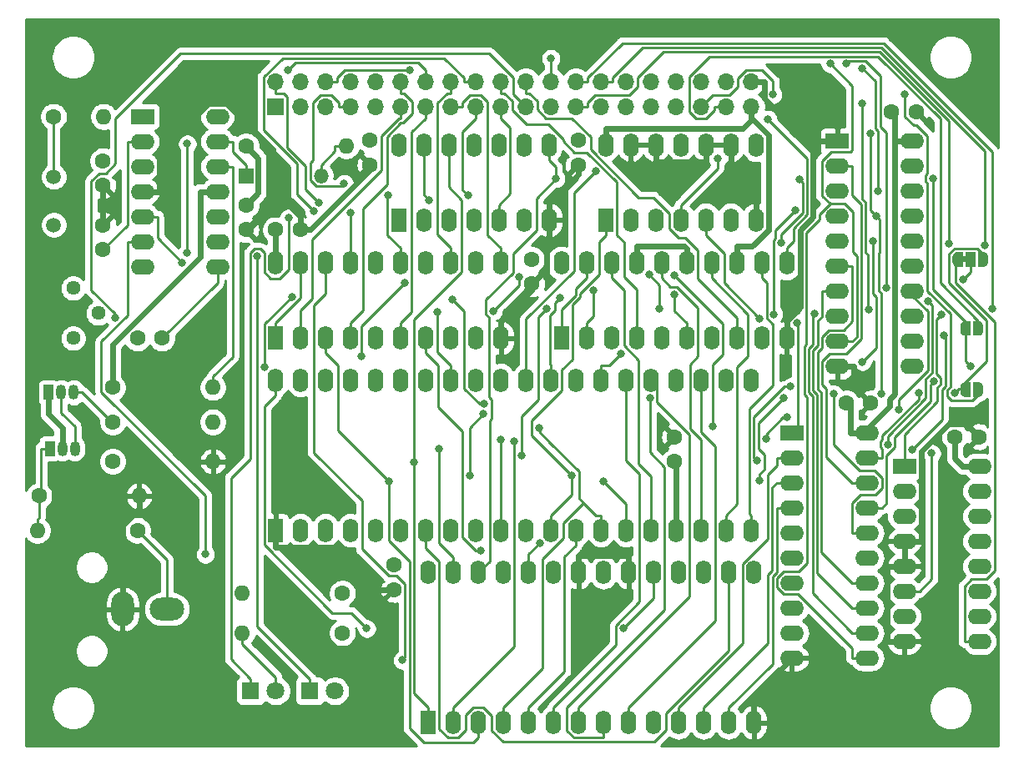
<source format=gbl>
G04 #@! TF.GenerationSoftware,KiCad,Pcbnew,(5.1.10-1-10_14)*
G04 #@! TF.CreationDate,2021-12-18T16:06:10+09:00*
G04 #@! TF.ProjectId,K68-VDG,4b36382d-5644-4472-9e6b-696361645f70,rev?*
G04 #@! TF.SameCoordinates,PX8583b00PY93d1cc0*
G04 #@! TF.FileFunction,Copper,L2,Bot*
G04 #@! TF.FilePolarity,Positive*
%FSLAX46Y46*%
G04 Gerber Fmt 4.6, Leading zero omitted, Abs format (unit mm)*
G04 Created by KiCad (PCBNEW (5.1.10-1-10_14)) date 2021-12-18 16:06:10*
%MOMM*%
%LPD*%
G01*
G04 APERTURE LIST*
G04 #@! TA.AperFunction,EtchedComponent*
%ADD10C,0.100000*%
G04 #@! TD*
G04 #@! TA.AperFunction,SMDPad,CuDef*
%ADD11C,0.100000*%
G04 #@! TD*
G04 #@! TA.AperFunction,SMDPad,CuDef*
%ADD12R,1.000000X1.500000*%
G04 #@! TD*
G04 #@! TA.AperFunction,ComponentPad*
%ADD13O,1.600000X1.600000*%
G04 #@! TD*
G04 #@! TA.AperFunction,ComponentPad*
%ADD14C,1.600000*%
G04 #@! TD*
G04 #@! TA.AperFunction,ComponentPad*
%ADD15O,2.400000X1.600000*%
G04 #@! TD*
G04 #@! TA.AperFunction,ComponentPad*
%ADD16R,2.400000X1.600000*%
G04 #@! TD*
G04 #@! TA.AperFunction,ComponentPad*
%ADD17O,1.600000X2.400000*%
G04 #@! TD*
G04 #@! TA.AperFunction,ComponentPad*
%ADD18R,1.600000X2.400000*%
G04 #@! TD*
G04 #@! TA.AperFunction,ComponentPad*
%ADD19C,1.500000*%
G04 #@! TD*
G04 #@! TA.AperFunction,ComponentPad*
%ADD20C,1.440000*%
G04 #@! TD*
G04 #@! TA.AperFunction,ComponentPad*
%ADD21R,1.050000X1.500000*%
G04 #@! TD*
G04 #@! TA.AperFunction,ComponentPad*
%ADD22O,1.050000X1.500000*%
G04 #@! TD*
G04 #@! TA.AperFunction,ComponentPad*
%ADD23O,1.700000X1.700000*%
G04 #@! TD*
G04 #@! TA.AperFunction,ComponentPad*
%ADD24R,1.700000X1.700000*%
G04 #@! TD*
G04 #@! TA.AperFunction,ComponentPad*
%ADD25O,3.500000X2.300000*%
G04 #@! TD*
G04 #@! TA.AperFunction,ComponentPad*
%ADD26O,2.300000X3.500000*%
G04 #@! TD*
G04 #@! TA.AperFunction,ComponentPad*
%ADD27C,1.800000*%
G04 #@! TD*
G04 #@! TA.AperFunction,ComponentPad*
%ADD28R,1.800000X1.800000*%
G04 #@! TD*
G04 #@! TA.AperFunction,ComponentPad*
%ADD29O,1.500000X1.500000*%
G04 #@! TD*
G04 #@! TA.AperFunction,ComponentPad*
%ADD30R,1.500000X1.500000*%
G04 #@! TD*
G04 #@! TA.AperFunction,ViaPad*
%ADD31C,0.800000*%
G04 #@! TD*
G04 #@! TA.AperFunction,Conductor*
%ADD32C,0.600000*%
G04 #@! TD*
G04 #@! TA.AperFunction,Conductor*
%ADD33C,0.250000*%
G04 #@! TD*
G04 #@! TA.AperFunction,Conductor*
%ADD34C,0.254000*%
G04 #@! TD*
G04 #@! TA.AperFunction,Conductor*
%ADD35C,0.100000*%
G04 #@! TD*
G04 APERTURE END LIST*
D10*
G36*
X95600000Y49700000D02*
G01*
X96100000Y49700000D01*
X96100000Y50300000D01*
X95600000Y50300000D01*
X95600000Y49700000D01*
G37*
G04 #@! TA.AperFunction,SMDPad,CuDef*
D11*
G36*
X95750000Y49250000D02*
G01*
X95200000Y49250000D01*
X95200000Y49250602D01*
X95175466Y49250602D01*
X95126635Y49255412D01*
X95078510Y49264984D01*
X95031555Y49279228D01*
X94986222Y49298005D01*
X94942949Y49321136D01*
X94902150Y49348396D01*
X94864221Y49379524D01*
X94829524Y49414221D01*
X94798396Y49452150D01*
X94771136Y49492949D01*
X94748005Y49536222D01*
X94729228Y49581555D01*
X94714984Y49628510D01*
X94705412Y49676635D01*
X94700602Y49725466D01*
X94700602Y49750000D01*
X94700000Y49750000D01*
X94700000Y50250000D01*
X94700602Y50250000D01*
X94700602Y50274534D01*
X94705412Y50323365D01*
X94714984Y50371490D01*
X94729228Y50418445D01*
X94748005Y50463778D01*
X94771136Y50507051D01*
X94798396Y50547850D01*
X94829524Y50585779D01*
X94864221Y50620476D01*
X94902150Y50651604D01*
X94942949Y50678864D01*
X94986222Y50701995D01*
X95031555Y50720772D01*
X95078510Y50735016D01*
X95126635Y50744588D01*
X95175466Y50749398D01*
X95200000Y50749398D01*
X95200000Y50750000D01*
X95750000Y50750000D01*
X95750000Y49250000D01*
G37*
G04 #@! TD.AperFunction*
D12*
X96500000Y50000000D03*
G04 #@! TA.AperFunction,SMDPad,CuDef*
D11*
G36*
X97800000Y50749398D02*
G01*
X97824534Y50749398D01*
X97873365Y50744588D01*
X97921490Y50735016D01*
X97968445Y50720772D01*
X98013778Y50701995D01*
X98057051Y50678864D01*
X98097850Y50651604D01*
X98135779Y50620476D01*
X98170476Y50585779D01*
X98201604Y50547850D01*
X98228864Y50507051D01*
X98251995Y50463778D01*
X98270772Y50418445D01*
X98285016Y50371490D01*
X98294588Y50323365D01*
X98299398Y50274534D01*
X98299398Y50250000D01*
X98300000Y50250000D01*
X98300000Y49750000D01*
X98299398Y49750000D01*
X98299398Y49725466D01*
X98294588Y49676635D01*
X98285016Y49628510D01*
X98270772Y49581555D01*
X98251995Y49536222D01*
X98228864Y49492949D01*
X98201604Y49452150D01*
X98170476Y49414221D01*
X98135779Y49379524D01*
X98097850Y49348396D01*
X98057051Y49321136D01*
X98013778Y49298005D01*
X97968445Y49279228D01*
X97921490Y49264984D01*
X97873365Y49255412D01*
X97824534Y49250602D01*
X97800000Y49250602D01*
X97800000Y49250000D01*
X97250000Y49250000D01*
X97250000Y50750000D01*
X97800000Y50750000D01*
X97800000Y50749398D01*
G37*
G04 #@! TD.AperFunction*
D13*
X8580000Y64500000D03*
D14*
X3500000Y64500000D03*
D15*
X97420000Y29000000D03*
X89800000Y11220000D03*
X97420000Y26460000D03*
X89800000Y13760000D03*
X97420000Y23920000D03*
X89800000Y16300000D03*
X97420000Y21380000D03*
X89800000Y18840000D03*
X97420000Y18840000D03*
X89800000Y21380000D03*
X97420000Y16300000D03*
X89800000Y23920000D03*
X97420000Y13760000D03*
X89800000Y26460000D03*
X97420000Y11220000D03*
D16*
X89800000Y29000000D03*
G04 #@! TA.AperFunction,SMDPad,CuDef*
D11*
G36*
X97300000Y37549398D02*
G01*
X97324534Y37549398D01*
X97373365Y37544588D01*
X97421490Y37535016D01*
X97468445Y37520772D01*
X97513778Y37501995D01*
X97557051Y37478864D01*
X97597850Y37451604D01*
X97635779Y37420476D01*
X97670476Y37385779D01*
X97701604Y37347850D01*
X97728864Y37307051D01*
X97751995Y37263778D01*
X97770772Y37218445D01*
X97785016Y37171490D01*
X97794588Y37123365D01*
X97799398Y37074534D01*
X97799398Y37050000D01*
X97800000Y37050000D01*
X97800000Y36550000D01*
X97799398Y36550000D01*
X97799398Y36525466D01*
X97794588Y36476635D01*
X97785016Y36428510D01*
X97770772Y36381555D01*
X97751995Y36336222D01*
X97728864Y36292949D01*
X97701604Y36252150D01*
X97670476Y36214221D01*
X97635779Y36179524D01*
X97597850Y36148396D01*
X97557051Y36121136D01*
X97513778Y36098005D01*
X97468445Y36079228D01*
X97421490Y36064984D01*
X97373365Y36055412D01*
X97324534Y36050602D01*
X97300000Y36050602D01*
X97300000Y36050000D01*
X96800000Y36050000D01*
X96800000Y37550000D01*
X97300000Y37550000D01*
X97300000Y37549398D01*
G37*
G04 #@! TD.AperFunction*
G04 #@! TA.AperFunction,SMDPad,CuDef*
G36*
X96500000Y36050000D02*
G01*
X96000000Y36050000D01*
X96000000Y36050602D01*
X95975466Y36050602D01*
X95926635Y36055412D01*
X95878510Y36064984D01*
X95831555Y36079228D01*
X95786222Y36098005D01*
X95742949Y36121136D01*
X95702150Y36148396D01*
X95664221Y36179524D01*
X95629524Y36214221D01*
X95598396Y36252150D01*
X95571136Y36292949D01*
X95548005Y36336222D01*
X95529228Y36381555D01*
X95514984Y36428510D01*
X95505412Y36476635D01*
X95500602Y36525466D01*
X95500602Y36550000D01*
X95500000Y36550000D01*
X95500000Y37050000D01*
X95500602Y37050000D01*
X95500602Y37074534D01*
X95505412Y37123365D01*
X95514984Y37171490D01*
X95529228Y37218445D01*
X95548005Y37263778D01*
X95571136Y37307051D01*
X95598396Y37347850D01*
X95629524Y37385779D01*
X95664221Y37420476D01*
X95702150Y37451604D01*
X95742949Y37478864D01*
X95786222Y37501995D01*
X95831555Y37520772D01*
X95878510Y37535016D01*
X95926635Y37544588D01*
X95975466Y37549398D01*
X96000000Y37549398D01*
X96000000Y37550000D01*
X96500000Y37550000D01*
X96500000Y36050000D01*
G37*
G04 #@! TD.AperFunction*
G04 #@! TA.AperFunction,SMDPad,CuDef*
G36*
X97300000Y43749398D02*
G01*
X97324534Y43749398D01*
X97373365Y43744588D01*
X97421490Y43735016D01*
X97468445Y43720772D01*
X97513778Y43701995D01*
X97557051Y43678864D01*
X97597850Y43651604D01*
X97635779Y43620476D01*
X97670476Y43585779D01*
X97701604Y43547850D01*
X97728864Y43507051D01*
X97751995Y43463778D01*
X97770772Y43418445D01*
X97785016Y43371490D01*
X97794588Y43323365D01*
X97799398Y43274534D01*
X97799398Y43250000D01*
X97800000Y43250000D01*
X97800000Y42750000D01*
X97799398Y42750000D01*
X97799398Y42725466D01*
X97794588Y42676635D01*
X97785016Y42628510D01*
X97770772Y42581555D01*
X97751995Y42536222D01*
X97728864Y42492949D01*
X97701604Y42452150D01*
X97670476Y42414221D01*
X97635779Y42379524D01*
X97597850Y42348396D01*
X97557051Y42321136D01*
X97513778Y42298005D01*
X97468445Y42279228D01*
X97421490Y42264984D01*
X97373365Y42255412D01*
X97324534Y42250602D01*
X97300000Y42250602D01*
X97300000Y42250000D01*
X96800000Y42250000D01*
X96800000Y43750000D01*
X97300000Y43750000D01*
X97300000Y43749398D01*
G37*
G04 #@! TD.AperFunction*
G04 #@! TA.AperFunction,SMDPad,CuDef*
G36*
X96500000Y42250000D02*
G01*
X96000000Y42250000D01*
X96000000Y42250602D01*
X95975466Y42250602D01*
X95926635Y42255412D01*
X95878510Y42264984D01*
X95831555Y42279228D01*
X95786222Y42298005D01*
X95742949Y42321136D01*
X95702150Y42348396D01*
X95664221Y42379524D01*
X95629524Y42414221D01*
X95598396Y42452150D01*
X95571136Y42492949D01*
X95548005Y42536222D01*
X95529228Y42581555D01*
X95514984Y42628510D01*
X95505412Y42676635D01*
X95500602Y42725466D01*
X95500602Y42750000D01*
X95500000Y42750000D01*
X95500000Y43250000D01*
X95500602Y43250000D01*
X95500602Y43274534D01*
X95505412Y43323365D01*
X95514984Y43371490D01*
X95529228Y43418445D01*
X95548005Y43463778D01*
X95571136Y43507051D01*
X95598396Y43547850D01*
X95629524Y43585779D01*
X95664221Y43620476D01*
X95702150Y43651604D01*
X95742949Y43678864D01*
X95786222Y43701995D01*
X95831555Y43720772D01*
X95878510Y43735016D01*
X95926635Y43744588D01*
X95975466Y43749398D01*
X96000000Y43749398D01*
X96000000Y43750000D01*
X96500000Y43750000D01*
X96500000Y42250000D01*
G37*
G04 #@! TD.AperFunction*
D14*
X97400000Y32000000D03*
X94900000Y32000000D03*
D17*
X41500000Y18240000D03*
X74520000Y3000000D03*
X44040000Y18240000D03*
X71980000Y3000000D03*
X46580000Y18240000D03*
X69440000Y3000000D03*
X49120000Y18240000D03*
X66900000Y3000000D03*
X51660000Y18240000D03*
X64360000Y3000000D03*
X54200000Y18240000D03*
X61820000Y3000000D03*
X56740000Y18240000D03*
X59280000Y3000000D03*
X59280000Y18240000D03*
X56740000Y3000000D03*
X61820000Y18240000D03*
X54200000Y3000000D03*
X64360000Y18240000D03*
X51660000Y3000000D03*
X66900000Y18240000D03*
X49120000Y3000000D03*
X69440000Y18240000D03*
X46580000Y3000000D03*
X71980000Y18240000D03*
X44040000Y3000000D03*
X74520000Y18240000D03*
D18*
X41500000Y3000000D03*
D19*
X3500000Y58380000D03*
X3500000Y53500000D03*
D17*
X55000000Y49620000D03*
X77860000Y42000000D03*
X57540000Y49620000D03*
X75320000Y42000000D03*
X60080000Y49620000D03*
X72780000Y42000000D03*
X62620000Y49620000D03*
X70240000Y42000000D03*
X65160000Y49620000D03*
X67700000Y42000000D03*
X67700000Y49620000D03*
X65160000Y42000000D03*
X70240000Y49620000D03*
X62620000Y42000000D03*
X72780000Y49620000D03*
X60080000Y42000000D03*
X75320000Y49620000D03*
X57540000Y42000000D03*
X77860000Y49620000D03*
D18*
X55000000Y42000000D03*
D15*
X86020000Y32400000D03*
X78400000Y9540000D03*
X86020000Y29860000D03*
X78400000Y12080000D03*
X86020000Y27320000D03*
X78400000Y14620000D03*
X86020000Y24780000D03*
X78400000Y17160000D03*
X86020000Y22240000D03*
X78400000Y19700000D03*
X86020000Y19700000D03*
X78400000Y22240000D03*
X86020000Y17160000D03*
X78400000Y24780000D03*
X86020000Y14620000D03*
X78400000Y27320000D03*
X86020000Y12080000D03*
X78400000Y29860000D03*
X86020000Y9540000D03*
D16*
X78400000Y32400000D03*
D17*
X26000000Y49620000D03*
X48860000Y42000000D03*
X28540000Y49620000D03*
X46320000Y42000000D03*
X31080000Y49620000D03*
X43780000Y42000000D03*
X33620000Y49620000D03*
X41240000Y42000000D03*
X36160000Y49620000D03*
X38700000Y42000000D03*
X38700000Y49620000D03*
X36160000Y42000000D03*
X41240000Y49620000D03*
X33620000Y42000000D03*
X43780000Y49620000D03*
X31080000Y42000000D03*
X46320000Y49620000D03*
X28540000Y42000000D03*
X48860000Y49620000D03*
D18*
X26000000Y42000000D03*
D17*
X38500000Y61620000D03*
X53740000Y54000000D03*
X41040000Y61620000D03*
X51200000Y54000000D03*
X43580000Y61620000D03*
X48660000Y54000000D03*
X46120000Y61620000D03*
X46120000Y54000000D03*
X48660000Y61620000D03*
X43580000Y54000000D03*
X51200000Y61620000D03*
X41040000Y54000000D03*
X53740000Y61620000D03*
D18*
X38500000Y54000000D03*
D15*
X90620000Y62000000D03*
X83000000Y39140000D03*
X90620000Y59460000D03*
X83000000Y41680000D03*
X90620000Y56920000D03*
X83000000Y44220000D03*
X90620000Y54380000D03*
X83000000Y46760000D03*
X90620000Y51840000D03*
X83000000Y49300000D03*
X90620000Y49300000D03*
X83000000Y51840000D03*
X90620000Y46760000D03*
X83000000Y54380000D03*
X90620000Y44220000D03*
X83000000Y56920000D03*
X90620000Y41680000D03*
X83000000Y59460000D03*
X90620000Y39140000D03*
D16*
X83000000Y62000000D03*
D17*
X59500000Y61620000D03*
X74740000Y54000000D03*
X62040000Y61620000D03*
X72200000Y54000000D03*
X64580000Y61620000D03*
X69660000Y54000000D03*
X67120000Y61620000D03*
X67120000Y54000000D03*
X69660000Y61620000D03*
X64580000Y54000000D03*
X72200000Y61620000D03*
X62040000Y54000000D03*
X74740000Y61620000D03*
D18*
X59500000Y54000000D03*
D15*
X20120000Y64500000D03*
X12500000Y49260000D03*
X20120000Y61960000D03*
X12500000Y51800000D03*
X20120000Y59420000D03*
X12500000Y54340000D03*
X20120000Y56880000D03*
X12500000Y56880000D03*
X20120000Y54340000D03*
X12500000Y59420000D03*
X20120000Y51800000D03*
X12500000Y61960000D03*
X20120000Y49260000D03*
D16*
X12500000Y64500000D03*
D17*
X26000000Y37740000D03*
X74260000Y22500000D03*
X28540000Y37740000D03*
X71720000Y22500000D03*
X31080000Y37740000D03*
X69180000Y22500000D03*
X33620000Y37740000D03*
X66640000Y22500000D03*
X36160000Y37740000D03*
X64100000Y22500000D03*
X38700000Y37740000D03*
X61560000Y22500000D03*
X41240000Y37740000D03*
X59020000Y22500000D03*
X43780000Y37740000D03*
X56480000Y22500000D03*
X46320000Y37740000D03*
X53940000Y22500000D03*
X48860000Y37740000D03*
X51400000Y22500000D03*
X51400000Y37740000D03*
X48860000Y22500000D03*
X53940000Y37740000D03*
X46320000Y22500000D03*
X56480000Y37740000D03*
X43780000Y22500000D03*
X59020000Y37740000D03*
X41240000Y22500000D03*
X61560000Y37740000D03*
X38700000Y22500000D03*
X64100000Y37740000D03*
X36160000Y22500000D03*
X66640000Y37740000D03*
X33620000Y22500000D03*
X69180000Y37740000D03*
X31080000Y22500000D03*
X71720000Y37740000D03*
X28540000Y22500000D03*
X74260000Y37740000D03*
D18*
X26000000Y22500000D03*
D20*
X5500000Y42000000D03*
X8040000Y44540000D03*
X5500000Y47080000D03*
D13*
X22640000Y12100000D03*
D14*
X32800000Y12100000D03*
D13*
X22640000Y16100000D03*
D14*
X32800000Y16100000D03*
D13*
X12160000Y26000000D03*
D14*
X2000000Y26000000D03*
D13*
X19660000Y29500000D03*
D14*
X9500000Y29500000D03*
D13*
X1840000Y22500000D03*
D14*
X12000000Y22500000D03*
D13*
X19660000Y33500000D03*
D14*
X9500000Y33500000D03*
D13*
X19660000Y37000000D03*
D14*
X9500000Y37000000D03*
D13*
X33160000Y61500000D03*
D14*
X23000000Y61500000D03*
D21*
X3100000Y30800000D03*
D22*
X5640000Y30800000D03*
X4370000Y30800000D03*
D21*
X3000000Y36500000D03*
D22*
X5540000Y36500000D03*
X4270000Y36500000D03*
D23*
X74260000Y68040000D03*
X74260000Y65500000D03*
X71720000Y68040000D03*
X71720000Y65500000D03*
X69180000Y68040000D03*
X69180000Y65500000D03*
X66640000Y68040000D03*
X66640000Y65500000D03*
X64100000Y68040000D03*
X64100000Y65500000D03*
X61560000Y68040000D03*
X61560000Y65500000D03*
X59020000Y68040000D03*
X59020000Y65500000D03*
X56480000Y68040000D03*
X56480000Y65500000D03*
X53940000Y68040000D03*
X53940000Y65500000D03*
X51400000Y68040000D03*
X51400000Y65500000D03*
X48860000Y68040000D03*
X48860000Y65500000D03*
X46320000Y68040000D03*
X46320000Y65500000D03*
X43780000Y68040000D03*
X43780000Y65500000D03*
X41240000Y68040000D03*
X41240000Y65500000D03*
X38700000Y68040000D03*
X38700000Y65500000D03*
X36160000Y68040000D03*
X36160000Y65500000D03*
X33620000Y68040000D03*
X33620000Y65500000D03*
X31080000Y68040000D03*
X31080000Y65500000D03*
X28540000Y68040000D03*
X28540000Y65500000D03*
X26000000Y68040000D03*
D24*
X26000000Y65500000D03*
D25*
X15000000Y14500000D03*
D26*
X10500000Y14500000D03*
D27*
X26040000Y6200000D03*
D28*
X23500000Y6200000D03*
D27*
X32040000Y6200000D03*
D28*
X29500000Y6200000D03*
D29*
X30620000Y58500000D03*
D30*
X23000000Y58500000D03*
D14*
X35600000Y59600000D03*
X35600000Y62100000D03*
X56700000Y59600000D03*
X56700000Y62100000D03*
X52000000Y47500000D03*
X52000000Y50000000D03*
X38000000Y16500000D03*
X38000000Y19000000D03*
X86400000Y35400000D03*
X83900000Y35400000D03*
X28500000Y53000000D03*
X26000000Y53000000D03*
X14500000Y42000000D03*
X12000000Y42000000D03*
X91000000Y65000000D03*
X88500000Y65000000D03*
X23000000Y53000000D03*
X23000000Y55500000D03*
X8500000Y60000000D03*
X8500000Y57500000D03*
X8500000Y51000000D03*
X8500000Y53500000D03*
X66500000Y32000000D03*
X66500000Y29500000D03*
D31*
X12000000Y70500000D03*
X97000000Y66000000D03*
X16000000Y22500000D03*
X9500000Y26500000D03*
X24149300Y50334400D03*
X41602700Y56004700D03*
X27313600Y54185000D03*
X96568600Y39130500D03*
X92692000Y58227600D03*
X70851400Y60206200D03*
X94899400Y36436900D03*
X91244700Y36442300D03*
X56056600Y28074700D03*
X75943600Y64226100D03*
X66444600Y46447200D03*
X50706800Y48188000D03*
X48079100Y44740500D03*
X39103000Y47610400D03*
X34745400Y40139500D03*
X9723200Y44077700D03*
X58235900Y46837700D03*
X33620000Y54709300D03*
X29881100Y54913000D03*
X45518200Y56484000D03*
X37453600Y56477300D03*
X27659700Y46222500D03*
X24874600Y39072100D03*
X27302100Y69249300D03*
X82264500Y69858300D03*
X80728100Y44497000D03*
X86212500Y44898500D03*
X85477500Y65792000D03*
X87939400Y47092300D03*
X83885800Y69855800D03*
X32974900Y57709900D03*
X39588900Y69215500D03*
X75102900Y27518800D03*
X77577700Y35963500D03*
X85555500Y39607700D03*
X86600700Y51840000D03*
X86361700Y62763200D03*
X82675900Y36334000D03*
X87475000Y36364400D03*
X86988800Y54380000D03*
X92784400Y37647500D03*
X85544000Y69410700D03*
X87087000Y56920000D03*
X30438900Y55781200D03*
X78904000Y43526000D03*
X75103000Y43993300D03*
X17053400Y61729300D03*
X17053400Y50666200D03*
X42450300Y44623400D03*
X61274300Y12538200D03*
X35269500Y12538200D03*
X74829400Y29574400D03*
X78276300Y37089700D03*
X52814600Y21228200D03*
X53527200Y45027500D03*
X51006500Y30054200D03*
X37522700Y27470600D03*
X59232700Y27497200D03*
X52736800Y32905700D03*
X46860800Y20471900D03*
X47101000Y34311600D03*
X45713300Y28078600D03*
X58480700Y58960600D03*
X48860000Y31730300D03*
X16556800Y49672100D03*
X79199700Y58089500D03*
X77329800Y51658800D03*
X54878400Y46112400D03*
X18888100Y20074100D03*
X78763700Y55026800D03*
X76553700Y44443600D03*
X61090100Y40458700D03*
X64002500Y35932900D03*
X38886800Y9312200D03*
X47133200Y35316500D03*
X43942800Y45942500D03*
X50245500Y31505000D03*
X42625600Y30779700D03*
X70340100Y33087900D03*
X66498200Y48418000D03*
X54459700Y58187500D03*
X89209300Y34790200D03*
X77925700Y33952300D03*
X75748700Y31777900D03*
X40065600Y29410100D03*
X89874700Y66720900D03*
X76475200Y66720900D03*
X92584200Y30315200D03*
X90592700Y30711500D03*
X93799000Y42299100D03*
X97974300Y51403900D03*
X98699600Y44970000D03*
X88122400Y31236400D03*
X92173000Y45773200D03*
X94296600Y51592700D03*
X93546300Y44393700D03*
X53940000Y70391200D03*
X95737600Y47920900D03*
X64980700Y44992400D03*
X63890000Y48460200D03*
D32*
X26000000Y22500000D02*
X26000000Y20799700D01*
X38000000Y16500000D02*
X36033800Y16500000D01*
X36033800Y16500000D02*
X31734100Y20799700D01*
X31734100Y20799700D02*
X26000000Y20799700D01*
X28500000Y53000000D02*
X29571200Y53000000D01*
X29571200Y53000000D02*
X35600000Y59028800D01*
X35600000Y59028800D02*
X35600000Y59600000D01*
X25729600Y55479600D02*
X23250000Y53000000D01*
X23250000Y53000000D02*
X23000000Y53000000D01*
X28500000Y53000000D02*
X28500000Y54343200D01*
X28500000Y54343200D02*
X27363600Y55479600D01*
X27363600Y55479600D02*
X25729600Y55479600D01*
X14200300Y56880000D02*
X14200300Y60820100D01*
X14200300Y60820100D02*
X19208100Y65827900D01*
X19208100Y65827900D02*
X21035100Y65827900D01*
X21035100Y65827900D02*
X25729600Y61133400D01*
X25729600Y61133400D02*
X25729600Y55479600D01*
X48860000Y42000000D02*
X48860000Y43700300D01*
X48860000Y43700300D02*
X52000000Y46840300D01*
X52000000Y46840300D02*
X52000000Y47500000D01*
X80564600Y62000000D02*
X81299700Y62000000D01*
X75610300Y68040000D02*
X75610300Y67129200D01*
X75610300Y67129200D02*
X75574900Y67093800D01*
X75574900Y67093800D02*
X75574900Y66348000D01*
X75574900Y66348000D02*
X79922900Y62000000D01*
X79922900Y62000000D02*
X80564600Y62000000D01*
X77860000Y43700300D02*
X77860000Y43767700D01*
X77860000Y43767700D02*
X79232100Y45139800D01*
X79232100Y45139800D02*
X79232100Y52948100D01*
X79232100Y52948100D02*
X80564600Y54280600D01*
X80564600Y54280600D02*
X80564600Y62000000D01*
X53740000Y52299700D02*
X53490000Y52049700D01*
X53490000Y52049700D02*
X53490000Y48990000D01*
X53490000Y48990000D02*
X52000000Y47500000D01*
X86400000Y35400000D02*
X84700300Y37099700D01*
X84700300Y37099700D02*
X84700300Y39140000D01*
X53740000Y54000000D02*
X53740000Y55700300D01*
X53740000Y55700300D02*
X56700000Y58660300D01*
X56700000Y58660300D02*
X56700000Y59600000D01*
X89800000Y21380000D02*
X91500300Y21380000D01*
X91500300Y21380000D02*
X91500300Y30504500D01*
X91500300Y30504500D02*
X94302400Y33306600D01*
X94302400Y33306600D02*
X96093400Y33306600D01*
X96093400Y33306600D02*
X97400000Y32000000D01*
X89800000Y21380000D02*
X89800000Y18840000D01*
X89800000Y18840000D02*
X88099700Y18840000D01*
X88099700Y18840000D02*
X88099700Y11220000D01*
X89800000Y11220000D02*
X88099700Y11220000D01*
X61820000Y18240000D02*
X61820000Y19940300D01*
X56740000Y18240000D02*
X56740000Y19940300D01*
X61820000Y19940300D02*
X56740000Y19940300D01*
X78400000Y9540000D02*
X74520000Y5660000D01*
X74520000Y5660000D02*
X74520000Y3000000D01*
X64580000Y61620000D02*
X64580000Y59919700D01*
X77860000Y42000000D02*
X77860000Y43700300D01*
X72200000Y61620000D02*
X72200000Y59919700D01*
X74740000Y54000000D02*
X74740000Y57379700D01*
X74740000Y57379700D02*
X72200000Y59919700D01*
X69660000Y61620000D02*
X69660000Y59919700D01*
X69660000Y59919700D02*
X64580000Y59919700D01*
X12500000Y56880000D02*
X14200300Y56880000D01*
X74260000Y68040000D02*
X75610300Y68040000D01*
X83000000Y62000000D02*
X81299700Y62000000D01*
X12160000Y26000000D02*
X12160000Y24699700D01*
X10500000Y14500000D02*
X10500000Y23039700D01*
X10500000Y23039700D02*
X12160000Y24699700D01*
X53740000Y54000000D02*
X53740000Y52299700D01*
X83000000Y39140000D02*
X84700300Y39140000D01*
X8500000Y53500000D02*
X8500000Y57500000D01*
X26000000Y53000000D02*
X26000000Y49620000D01*
X23000000Y55500000D02*
X24250400Y56750400D01*
X24250400Y56750400D02*
X24250400Y60249600D01*
X24250400Y60249600D02*
X23000000Y61500000D01*
X3000000Y36500000D02*
X3000000Y34290300D01*
X3000000Y34290300D02*
X4370000Y32920300D01*
X4370000Y32920300D02*
X4370000Y30800000D01*
X88839700Y62000000D02*
X88919700Y62000000D01*
X88500000Y65000000D02*
X88839700Y64660300D01*
X88839700Y64660300D02*
X88839700Y62000000D01*
X85586500Y32400000D02*
X88309000Y35122500D01*
X88309000Y35122500D02*
X88309000Y35804800D01*
X88309000Y35804800D02*
X88839700Y36335500D01*
X88839700Y36335500D02*
X88839700Y62000000D01*
X9500000Y37000000D02*
X9500000Y41341900D01*
X9500000Y41341900D02*
X18419700Y50261600D01*
X18419700Y50261600D02*
X18419700Y56880000D01*
X84319700Y32400000D02*
X84319700Y34980300D01*
X84319700Y34980300D02*
X83900000Y35400000D01*
X72780000Y51320300D02*
X74374000Y51320300D01*
X74374000Y51320300D02*
X76040600Y52986900D01*
X76040600Y52986900D02*
X76040600Y62622300D01*
X76040600Y62622300D02*
X74513200Y64149700D01*
X74513200Y64149700D02*
X74260000Y64149700D01*
X62620000Y51320300D02*
X67499900Y51320300D01*
X67499900Y51320300D02*
X67700000Y51120200D01*
X85586500Y32400000D02*
X84319700Y32400000D01*
X86020000Y32400000D02*
X85586500Y32400000D01*
X97420000Y29000000D02*
X95719700Y29000000D01*
X94900000Y32000000D02*
X94900000Y29819700D01*
X94900000Y29819700D02*
X95719700Y29000000D01*
X62620000Y49620000D02*
X62620000Y51320300D01*
X67700000Y49620000D02*
X67700000Y51120200D01*
X72780000Y49620000D02*
X72780000Y51320300D01*
X59500000Y61620000D02*
X59500000Y63320300D01*
X59500000Y63320300D02*
X73430600Y63320300D01*
X73430600Y63320300D02*
X74260000Y64149700D01*
X74260000Y65500000D02*
X74260000Y64149700D01*
X20120000Y56880000D02*
X18419700Y56880000D01*
X90620000Y62000000D02*
X88919700Y62000000D01*
X66500000Y29500000D02*
X66640000Y29360000D01*
X66640000Y29360000D02*
X66640000Y22500000D01*
D33*
X12500000Y61960000D02*
X10974700Y61960000D01*
X10974700Y61960000D02*
X10974700Y53474700D01*
X10974700Y53474700D02*
X8500000Y51000000D01*
X3500000Y58380000D02*
X3500000Y64500000D01*
X14500000Y42000000D02*
X20120000Y47620000D01*
X20120000Y47620000D02*
X20120000Y49260000D01*
X33160000Y61500000D02*
X32034700Y61500000D01*
X30620000Y58500000D02*
X30620000Y59575300D01*
X30620000Y59575300D02*
X32034700Y60990000D01*
X32034700Y60990000D02*
X32034700Y61500000D01*
X20120000Y61960000D02*
X21645300Y61960000D01*
X23000000Y58500000D02*
X23000000Y59575300D01*
X23000000Y59575300D02*
X21645300Y60930000D01*
X21645300Y60930000D02*
X21645300Y61960000D01*
X29500000Y7425300D02*
X24149300Y12776000D01*
X24149300Y12776000D02*
X24149300Y50334400D01*
X29500000Y6200000D02*
X29500000Y7425300D01*
X22640000Y12100000D02*
X22640000Y10974700D01*
X26040000Y6200000D02*
X26040000Y7574700D01*
X26040000Y7574700D02*
X22640000Y10974700D01*
X23500000Y7425300D02*
X21479400Y9445900D01*
X21479400Y9445900D02*
X21479400Y27842800D01*
X21479400Y27842800D02*
X23424000Y29787400D01*
X23424000Y29787400D02*
X23424000Y50634800D01*
X23424000Y50634800D02*
X23849000Y51059800D01*
X23849000Y51059800D02*
X24498700Y51059800D01*
X24498700Y51059800D02*
X24874600Y50683900D01*
X24874600Y50683900D02*
X24874600Y48709600D01*
X24874600Y48709600D02*
X25505700Y48078500D01*
X25505700Y48078500D02*
X26458300Y48078500D01*
X26458300Y48078500D02*
X27313600Y48933800D01*
X27313600Y48933800D02*
X27313600Y54185000D01*
X23500000Y6200000D02*
X23500000Y7425300D01*
X41602700Y56004700D02*
X41040000Y56567400D01*
X41040000Y56567400D02*
X41040000Y61620000D01*
X15000000Y14500000D02*
X15000000Y19500000D01*
X15000000Y19500000D02*
X12000000Y22500000D01*
X67120000Y55525300D02*
X70851400Y59256700D01*
X70851400Y59256700D02*
X70851400Y60206200D01*
X96000000Y43000000D02*
X96000000Y43608900D01*
X96000000Y43608900D02*
X92692000Y46916900D01*
X92692000Y46916900D02*
X92692000Y58227600D01*
X96000000Y43000000D02*
X96000000Y39699100D01*
X96000000Y39699100D02*
X96568600Y39130500D01*
X67120000Y54000000D02*
X67120000Y55525300D01*
X56056600Y28074700D02*
X51972900Y32158400D01*
X51972900Y32158400D02*
X51972900Y33617000D01*
X51972900Y33617000D02*
X55065400Y36709500D01*
X55065400Y36709500D02*
X55065400Y38784100D01*
X55065400Y38784100D02*
X56125400Y39844100D01*
X56125400Y39844100D02*
X56125400Y45406300D01*
X56125400Y45406300D02*
X56913300Y46194200D01*
X56913300Y46194200D02*
X56913300Y46540800D01*
X56913300Y46540800D02*
X58829100Y48456600D01*
X58829100Y48456600D02*
X58829100Y51803800D01*
X58829100Y51803800D02*
X59500000Y52474700D01*
X53940000Y24025300D02*
X56056600Y26141900D01*
X56056600Y26141900D02*
X56056600Y28074700D01*
X95947400Y36852600D02*
X95315100Y36852600D01*
X95315100Y36852600D02*
X94899400Y36436900D01*
X87545300Y29860000D02*
X87545300Y30787800D01*
X87545300Y30787800D02*
X87397100Y30936000D01*
X87397100Y30936000D02*
X87397100Y31536800D01*
X87397100Y31536800D02*
X87545300Y31685000D01*
X87545300Y31685000D02*
X87545300Y32100400D01*
X87545300Y32100400D02*
X91244700Y35799800D01*
X91244700Y35799800D02*
X91244700Y36442300D01*
X97800000Y50000000D02*
X97800000Y50475500D01*
X97800000Y50475500D02*
X97163000Y51112500D01*
X97163000Y51112500D02*
X94891900Y51112500D01*
X94891900Y51112500D02*
X94366200Y50586800D01*
X94366200Y50586800D02*
X94366200Y47589300D01*
X94366200Y47589300D02*
X98167200Y43788300D01*
X98167200Y43788300D02*
X98167200Y39695700D01*
X98167200Y39695700D02*
X95947400Y37475900D01*
X95947400Y37475900D02*
X95947400Y36852600D01*
X95947400Y36852600D02*
X96000000Y36800000D01*
X59500000Y54000000D02*
X59500000Y52474700D01*
X86020000Y29860000D02*
X87545300Y29860000D01*
X53940000Y22500000D02*
X53940000Y24025300D01*
X77860000Y51145300D02*
X78534700Y51820000D01*
X78534700Y51820000D02*
X78534700Y53135100D01*
X78534700Y53135100D02*
X79939300Y54539700D01*
X79939300Y54539700D02*
X79939300Y60230400D01*
X79939300Y60230400D02*
X75943600Y64226100D01*
X77860000Y49620000D02*
X77860000Y51145300D01*
X51400000Y68040000D02*
X51400000Y66864700D01*
X51400000Y66864700D02*
X51767400Y66864700D01*
X51767400Y66864700D02*
X52575300Y66056800D01*
X52575300Y66056800D02*
X52575300Y65202500D01*
X52575300Y65202500D02*
X53453200Y64324600D01*
X53453200Y64324600D02*
X56087000Y64324600D01*
X56087000Y64324600D02*
X57963200Y62448400D01*
X57963200Y62448400D02*
X57963200Y61140800D01*
X57963200Y61140800D02*
X62818400Y56285600D01*
X62818400Y56285600D02*
X64337700Y56285600D01*
X64337700Y56285600D02*
X65994700Y54628600D01*
X65994700Y54628600D02*
X65994700Y53133800D01*
X65994700Y53133800D02*
X66903600Y52224900D01*
X66903600Y52224900D02*
X67549400Y52224900D01*
X67549400Y52224900D02*
X68825400Y50948900D01*
X68825400Y50948900D02*
X68825400Y48045000D01*
X68825400Y48045000D02*
X72780000Y44090400D01*
X72780000Y44090400D02*
X72780000Y42000000D01*
X51400000Y65500000D02*
X50130000Y66770000D01*
X50130000Y66770000D02*
X50130000Y68456200D01*
X50130000Y68456200D02*
X47700600Y70885600D01*
X47700600Y70885600D02*
X16379500Y70885600D01*
X16379500Y70885600D02*
X9783800Y64289900D01*
X9783800Y64289900D02*
X9783800Y59687100D01*
X9783800Y59687100D02*
X8846700Y58750000D01*
X8846700Y58750000D02*
X8113900Y58750000D01*
X8113900Y58750000D02*
X7324800Y57960900D01*
X7324800Y57960900D02*
X7324800Y46895500D01*
X7324800Y46895500D02*
X9723200Y44497100D01*
X9723200Y44497100D02*
X9723200Y44077700D01*
X34745400Y40139500D02*
X34745400Y43252800D01*
X34745400Y43252800D02*
X39103000Y47610400D01*
X67700000Y42000000D02*
X67700000Y43525300D01*
X48079100Y44740500D02*
X50706800Y47368200D01*
X50706800Y47368200D02*
X50706800Y48188000D01*
X66444600Y46447200D02*
X66444600Y44780700D01*
X66444600Y44780700D02*
X67700000Y43525300D01*
X48860000Y68040000D02*
X48860000Y66864700D01*
X48860000Y66864700D02*
X49227400Y66864700D01*
X49227400Y66864700D02*
X50035300Y66056800D01*
X50035300Y66056800D02*
X50035300Y65137400D01*
X50035300Y65137400D02*
X51501100Y63671600D01*
X51501100Y63671600D02*
X53717700Y63671600D01*
X53717700Y63671600D02*
X55180100Y62209200D01*
X55180100Y62209200D02*
X55180100Y62015100D01*
X55180100Y62015100D02*
X56345200Y60850000D01*
X56345200Y60850000D02*
X57617100Y60850000D01*
X57617100Y60850000D02*
X60625400Y57841700D01*
X60625400Y57841700D02*
X60625400Y52469900D01*
X60625400Y52469900D02*
X61350000Y51745300D01*
X61350000Y51745300D02*
X61350000Y48185200D01*
X61350000Y48185200D02*
X62620000Y46915200D01*
X62620000Y46915200D02*
X62620000Y42000000D01*
X57540000Y42000000D02*
X57540000Y43525300D01*
X57540000Y43525300D02*
X58235900Y44221200D01*
X58235900Y44221200D02*
X58235900Y46837700D01*
X48660000Y55525300D02*
X49794500Y56659800D01*
X49794500Y56659800D02*
X49794500Y63390200D01*
X49794500Y63390200D02*
X48860000Y64324700D01*
X48660000Y54000000D02*
X48660000Y55525300D01*
X48860000Y65500000D02*
X48860000Y64324700D01*
X45144700Y68040000D02*
X45144700Y68407300D01*
X45144700Y68407300D02*
X43117200Y70434800D01*
X43117200Y70434800D02*
X26732200Y70434800D01*
X26732200Y70434800D02*
X24795100Y68497700D01*
X24795100Y68497700D02*
X24795100Y63119400D01*
X24795100Y63119400D02*
X28178200Y59736300D01*
X28178200Y59736300D02*
X28178200Y56615900D01*
X28178200Y56615900D02*
X29881100Y54913000D01*
X33620000Y49620000D02*
X33620000Y54709300D01*
X46320000Y68040000D02*
X45144700Y68040000D01*
X38700000Y51145300D02*
X37374700Y52470600D01*
X37374700Y52470600D02*
X37374700Y56398400D01*
X37374700Y56398400D02*
X37453600Y56477300D01*
X46320000Y64324700D02*
X44968000Y62972700D01*
X44968000Y62972700D02*
X44968000Y57034200D01*
X44968000Y57034200D02*
X45518200Y56484000D01*
X46320000Y65500000D02*
X46320000Y64324700D01*
X38700000Y49620000D02*
X38700000Y51145300D01*
X43780000Y49620000D02*
X43780000Y51145300D01*
X43780000Y68040000D02*
X43780000Y66864700D01*
X43780000Y66864700D02*
X43412700Y66864700D01*
X43412700Y66864700D02*
X42421800Y65873800D01*
X42421800Y65873800D02*
X42421800Y52503500D01*
X42421800Y52503500D02*
X43780000Y51145300D01*
X43780000Y65500000D02*
X44955300Y65500000D01*
X48860000Y49620000D02*
X48860000Y51145300D01*
X48860000Y51145300D02*
X47534100Y52471200D01*
X47534100Y52471200D02*
X47534100Y65953500D01*
X47534100Y65953500D02*
X46812300Y66675300D01*
X46812300Y66675300D02*
X45763200Y66675300D01*
X45763200Y66675300D02*
X44955300Y65867400D01*
X44955300Y65867400D02*
X44955300Y65500000D01*
X41240000Y68040000D02*
X41240000Y69215300D01*
X41240000Y69215300D02*
X40472300Y69983000D01*
X40472300Y69983000D02*
X28035800Y69983000D01*
X28035800Y69983000D02*
X27302100Y69249300D01*
X24874600Y39072100D02*
X24874600Y43437400D01*
X24874600Y43437400D02*
X27659700Y46222500D01*
X38700000Y42000000D02*
X38700000Y43525300D01*
X41240000Y64324700D02*
X39840500Y62925200D01*
X39840500Y62925200D02*
X39840500Y44665800D01*
X39840500Y44665800D02*
X38700000Y43525300D01*
X41240000Y65500000D02*
X41240000Y64324700D01*
X33620000Y42000000D02*
X33620000Y43525300D01*
X38700000Y68040000D02*
X38700000Y66864700D01*
X38700000Y66864700D02*
X39067300Y66864700D01*
X39067300Y66864700D02*
X39923000Y66009000D01*
X39923000Y66009000D02*
X39923000Y64844300D01*
X39923000Y64844300D02*
X38931300Y63852600D01*
X38931300Y63852600D02*
X38738700Y63852600D01*
X38738700Y63852600D02*
X37339600Y62453500D01*
X37339600Y62453500D02*
X37339600Y57612800D01*
X37339600Y57612800D02*
X34890000Y55163200D01*
X34890000Y55163200D02*
X34890000Y44795300D01*
X34890000Y44795300D02*
X33620000Y43525300D01*
X28540000Y42000000D02*
X28540000Y44820900D01*
X28540000Y44820900D02*
X29692300Y45973200D01*
X29692300Y45973200D02*
X29692300Y52046300D01*
X29692300Y52046300D02*
X36725400Y59079400D01*
X36725400Y59079400D02*
X36725400Y62497000D01*
X36725400Y62497000D02*
X38553100Y64324700D01*
X38553100Y64324700D02*
X38700000Y64324700D01*
X38700000Y65500000D02*
X38700000Y64324700D01*
X82271100Y55650000D02*
X81474700Y56446400D01*
X81474700Y56446400D02*
X81474700Y59990300D01*
X81474700Y59990300D02*
X82359000Y60874600D01*
X82359000Y60874600D02*
X84336200Y60874600D01*
X84336200Y60874600D02*
X84525300Y61063700D01*
X84525300Y61063700D02*
X84525300Y67597500D01*
X84525300Y67597500D02*
X82264500Y69858300D01*
X84494700Y9540000D02*
X84494700Y10569000D01*
X84494700Y10569000D02*
X79029000Y16034700D01*
X79029000Y16034700D02*
X77533800Y16034700D01*
X77533800Y16034700D02*
X76874700Y16693800D01*
X76874700Y16693800D02*
X76874700Y17626200D01*
X76874700Y17626200D02*
X77533800Y18285300D01*
X77533800Y18285300D02*
X79055400Y18285300D01*
X79055400Y18285300D02*
X79959900Y19189800D01*
X79959900Y19189800D02*
X79959900Y35991200D01*
X79959900Y35991200D02*
X79645600Y36305500D01*
X79645600Y36305500D02*
X79645600Y41156400D01*
X79645600Y41156400D02*
X79865100Y41375900D01*
X79865100Y41375900D02*
X79865100Y52696700D01*
X79865100Y52696700D02*
X81189900Y54021500D01*
X81189900Y54021500D02*
X81189900Y54568800D01*
X81189900Y54568800D02*
X82271100Y55650000D01*
X82271100Y55650000D02*
X83721600Y55650000D01*
X83721600Y55650000D02*
X84595000Y54776600D01*
X84595000Y54776600D02*
X84595000Y50730100D01*
X84595000Y50730100D02*
X85003000Y50322100D01*
X85003000Y50322100D02*
X85003000Y42157700D01*
X85003000Y42157700D02*
X84525300Y41680000D01*
X83000000Y41680000D02*
X84525300Y41680000D01*
X86020000Y9540000D02*
X84494700Y9540000D01*
X86212500Y44898500D02*
X86150400Y44960600D01*
X86150400Y44960600D02*
X86150400Y50448500D01*
X86150400Y50448500D02*
X85875400Y50723500D01*
X85875400Y50723500D02*
X85875400Y55782800D01*
X85875400Y55782800D02*
X85477500Y56180700D01*
X85477500Y56180700D02*
X85477500Y65792000D01*
X80728100Y44497000D02*
X80499200Y44268100D01*
X80499200Y44268100D02*
X80499200Y41373100D01*
X80499200Y41373100D02*
X80095900Y40969800D01*
X80095900Y40969800D02*
X80095900Y36492100D01*
X80095900Y36492100D02*
X80484900Y36103100D01*
X80484900Y36103100D02*
X80484900Y16089800D01*
X80484900Y16089800D02*
X84494700Y12080000D01*
X86020000Y12080000D02*
X84494700Y12080000D01*
X87939400Y47092300D02*
X87939400Y62848200D01*
X87939400Y62848200D02*
X87360700Y63426900D01*
X87360700Y63426900D02*
X87360700Y68619800D01*
X87360700Y68619800D02*
X85844500Y70136000D01*
X85844500Y70136000D02*
X84166000Y70136000D01*
X84166000Y70136000D02*
X83885800Y69855800D01*
X81474700Y46760000D02*
X81474700Y44217800D01*
X81474700Y44217800D02*
X80996400Y43739500D01*
X80996400Y43739500D02*
X80996400Y41233400D01*
X80996400Y41233400D02*
X80546200Y40783200D01*
X80546200Y40783200D02*
X80546200Y36678700D01*
X80546200Y36678700D02*
X80935200Y36289700D01*
X80935200Y36289700D02*
X80935200Y18179500D01*
X80935200Y18179500D02*
X84494700Y14620000D01*
X83000000Y46760000D02*
X81474700Y46760000D01*
X86020000Y14620000D02*
X84494700Y14620000D01*
X32444700Y65500000D02*
X32444700Y65867300D01*
X32444700Y65867300D02*
X31636600Y66675400D01*
X31636600Y66675400D02*
X30554400Y66675400D01*
X30554400Y66675400D02*
X29810000Y65931000D01*
X29810000Y65931000D02*
X29810000Y60071700D01*
X29810000Y60071700D02*
X29529200Y59790900D01*
X29529200Y59790900D02*
X29529200Y58019000D01*
X29529200Y58019000D02*
X30134600Y57413600D01*
X30134600Y57413600D02*
X32678600Y57413600D01*
X32678600Y57413600D02*
X32974900Y57709900D01*
X33620000Y65500000D02*
X32444700Y65500000D01*
X84525300Y49300000D02*
X84525300Y43705100D01*
X84525300Y43705100D02*
X83625500Y42805300D01*
X83625500Y42805300D02*
X82126000Y42805300D01*
X82126000Y42805300D02*
X81446800Y42126100D01*
X81446800Y42126100D02*
X81446800Y41046900D01*
X81446800Y41046900D02*
X80996500Y40596600D01*
X80996500Y40596600D02*
X80996500Y36865300D01*
X80996500Y36865300D02*
X81385500Y36476300D01*
X81385500Y36476300D02*
X81385500Y20269200D01*
X81385500Y20269200D02*
X84494700Y17160000D01*
X83000000Y49300000D02*
X84525300Y49300000D01*
X86020000Y17160000D02*
X84494700Y17160000D01*
X32255300Y68040000D02*
X32255300Y68407300D01*
X32255300Y68407300D02*
X33063500Y69215500D01*
X33063500Y69215500D02*
X39588900Y69215500D01*
X31080000Y68040000D02*
X32255300Y68040000D01*
X85555500Y39607700D02*
X86988800Y41041000D01*
X86988800Y41041000D02*
X86988800Y46155100D01*
X86988800Y46155100D02*
X86600700Y46543200D01*
X86600700Y46543200D02*
X86600700Y51840000D01*
X77577700Y35963500D02*
X74987200Y33373000D01*
X74987200Y33373000D02*
X74987200Y30810500D01*
X74987200Y30810500D02*
X75600800Y30196900D01*
X75600800Y30196900D02*
X75600800Y28690900D01*
X75600800Y28690900D02*
X75102900Y28193000D01*
X75102900Y28193000D02*
X75102900Y27518800D01*
X86361700Y62763200D02*
X86361700Y55007100D01*
X86361700Y55007100D02*
X86988800Y54380000D01*
X87475000Y36364400D02*
X87475000Y46530700D01*
X87475000Y46530700D02*
X87188500Y46817200D01*
X87188500Y46817200D02*
X87188500Y50585900D01*
X87188500Y50585900D02*
X87326000Y50723400D01*
X87326000Y50723400D02*
X87326000Y54042800D01*
X87326000Y54042800D02*
X86988800Y54380000D01*
X84494700Y22240000D02*
X84494700Y25287000D01*
X84494700Y25287000D02*
X85331600Y26123900D01*
X85331600Y26123900D02*
X86877400Y26123900D01*
X86877400Y26123900D02*
X87545400Y26791900D01*
X87545400Y26791900D02*
X87545400Y27818600D01*
X87545400Y27818600D02*
X86774000Y28590000D01*
X86774000Y28590000D02*
X85291100Y28590000D01*
X85291100Y28590000D02*
X82675900Y31205200D01*
X82675900Y31205200D02*
X82675900Y36334000D01*
X86020000Y22240000D02*
X84494700Y22240000D01*
X85544000Y69410700D02*
X86847900Y68106800D01*
X86847900Y68106800D02*
X86847900Y63302800D01*
X86847900Y63302800D02*
X87087000Y63063700D01*
X87087000Y63063700D02*
X87087000Y56920000D01*
X87545300Y24780000D02*
X87997000Y25231700D01*
X87997000Y25231700D02*
X87997000Y30085200D01*
X87997000Y30085200D02*
X88847700Y30935900D01*
X88847700Y30935900D02*
X88847700Y31938700D01*
X88847700Y31938700D02*
X92466100Y35557100D01*
X92466100Y35557100D02*
X92466100Y37329200D01*
X92466100Y37329200D02*
X92784400Y37647500D01*
X86020000Y24780000D02*
X87545300Y24780000D01*
X84525300Y59460000D02*
X84525300Y56496000D01*
X84525300Y56496000D02*
X85425100Y55596200D01*
X85425100Y55596200D02*
X85425100Y50536900D01*
X85425100Y50536900D02*
X85453400Y50508600D01*
X85453400Y50508600D02*
X85453400Y41964300D01*
X85453400Y41964300D02*
X83899100Y40410000D01*
X83899100Y40410000D02*
X82213100Y40410000D01*
X82213100Y40410000D02*
X81446800Y39643700D01*
X81446800Y39643700D02*
X81446800Y37277200D01*
X81446800Y37277200D02*
X81897100Y36826900D01*
X81897100Y36826900D02*
X81897100Y29917600D01*
X81897100Y29917600D02*
X84494700Y27320000D01*
X83000000Y59460000D02*
X84525300Y59460000D01*
X86020000Y27320000D02*
X84494700Y27320000D01*
X26000000Y66864700D02*
X26808100Y66864700D01*
X26808100Y66864700D02*
X27175300Y66497500D01*
X27175300Y66497500D02*
X27175300Y61376100D01*
X27175300Y61376100D02*
X29078800Y59472600D01*
X29078800Y59472600D02*
X29078800Y57141300D01*
X29078800Y57141300D02*
X30438900Y55781200D01*
X26000000Y68040000D02*
X26000000Y66864700D01*
X78400000Y32400000D02*
X79004800Y33004800D01*
X79004800Y33004800D02*
X79004800Y43425200D01*
X79004800Y43425200D02*
X78904000Y43526000D01*
X69660000Y52474700D02*
X71510000Y50624700D01*
X71510000Y50624700D02*
X71510000Y47586300D01*
X71510000Y47586300D02*
X75103000Y43993300D01*
X69660000Y54000000D02*
X69660000Y52474700D01*
X19660000Y38125300D02*
X21645300Y40110600D01*
X21645300Y40110600D02*
X21645300Y59420000D01*
X20120000Y59420000D02*
X21645300Y59420000D01*
X19660000Y37000000D02*
X19660000Y38125300D01*
X5540000Y36500000D02*
X6390300Y36500000D01*
X6390300Y36500000D02*
X9390300Y33500000D01*
X9390300Y33500000D02*
X9500000Y33500000D01*
X4270000Y36500000D02*
X4270000Y34453100D01*
X4270000Y34453100D02*
X5640000Y33083100D01*
X5640000Y33083100D02*
X5640000Y30800000D01*
X1840000Y22500000D02*
X1840000Y23625300D01*
X1840000Y23625300D02*
X2000000Y23785300D01*
X2000000Y23785300D02*
X2000000Y26000000D01*
X3100000Y30800000D02*
X2249700Y30800000D01*
X2249700Y30800000D02*
X2249700Y26249700D01*
X2249700Y26249700D02*
X2000000Y26000000D01*
X43780000Y39265300D02*
X42450300Y40595000D01*
X42450300Y40595000D02*
X42450300Y44623400D01*
X43780000Y37740000D02*
X43780000Y39265300D01*
X17053400Y50666200D02*
X17053400Y61729300D01*
X26000000Y36214700D02*
X24862300Y35077000D01*
X24862300Y35077000D02*
X24862300Y21035100D01*
X24862300Y21035100D02*
X31786300Y14111100D01*
X31786300Y14111100D02*
X33696600Y14111100D01*
X33696600Y14111100D02*
X35269500Y12538200D01*
X26000000Y37740000D02*
X26000000Y36214700D01*
X61274300Y12538200D02*
X64360000Y15623900D01*
X64360000Y15623900D02*
X64360000Y18240000D01*
X75320000Y48094700D02*
X75828400Y47586300D01*
X75828400Y47586300D02*
X75828400Y44029300D01*
X75828400Y44029300D02*
X76490000Y43367700D01*
X76490000Y43367700D02*
X76490000Y37249200D01*
X76490000Y37249200D02*
X74086600Y34845800D01*
X74086600Y34845800D02*
X74086600Y24198700D01*
X74086600Y24198700D02*
X74260000Y24025300D01*
X74260000Y22500000D02*
X74260000Y24025300D01*
X75320000Y49620000D02*
X75320000Y48094700D01*
X78276300Y37089700D02*
X77678200Y37089700D01*
X77678200Y37089700D02*
X74536900Y33948400D01*
X74536900Y33948400D02*
X74536900Y29866900D01*
X74536900Y29866900D02*
X74829400Y29574400D01*
X70240000Y49620000D02*
X70240000Y48094700D01*
X71720000Y22500000D02*
X71720000Y24025300D01*
X71720000Y24025300D02*
X72845400Y25150700D01*
X72845400Y25150700D02*
X72845400Y39047700D01*
X72845400Y39047700D02*
X73941600Y40143900D01*
X73941600Y40143900D02*
X73941600Y44393100D01*
X73941600Y44393100D02*
X70240000Y48094700D01*
X69180000Y24025300D02*
X69180000Y31676300D01*
X69180000Y31676300D02*
X68050500Y32805800D01*
X68050500Y32805800D02*
X68050500Y39332800D01*
X68050500Y39332800D02*
X68855100Y40137400D01*
X68855100Y40137400D02*
X68855100Y45062500D01*
X68855100Y45062500D02*
X66745100Y47172500D01*
X66745100Y47172500D02*
X66082200Y47172500D01*
X66082200Y47172500D02*
X65160000Y48094700D01*
X69180000Y22500000D02*
X69180000Y24025300D01*
X51660000Y18240000D02*
X51660000Y20073600D01*
X51660000Y20073600D02*
X52814600Y21228200D01*
X65160000Y49620000D02*
X65160000Y48094700D01*
X60080000Y49620000D02*
X60080000Y48094700D01*
X60080000Y48094700D02*
X61350000Y46824700D01*
X61350000Y46824700D02*
X61350000Y41251600D01*
X61350000Y41251600D02*
X62830000Y39771600D01*
X62830000Y39771600D02*
X62830000Y29212000D01*
X62830000Y29212000D02*
X64100000Y27942000D01*
X64100000Y27942000D02*
X64100000Y22500000D01*
X53527200Y45027500D02*
X52673800Y44174100D01*
X52673800Y44174100D02*
X52673800Y35763200D01*
X52673800Y35763200D02*
X51006500Y34095900D01*
X51006500Y34095900D02*
X51006500Y30054200D01*
X31080000Y40474700D02*
X32350000Y39204700D01*
X32350000Y39204700D02*
X32350000Y32643300D01*
X32350000Y32643300D02*
X37522700Y27470600D01*
X37522700Y27470600D02*
X37522700Y21454100D01*
X37522700Y21454100D02*
X39613600Y19363200D01*
X39613600Y19363200D02*
X39613600Y2414300D01*
X39613600Y2414300D02*
X41048800Y979100D01*
X41048800Y979100D02*
X46084400Y979100D01*
X46084400Y979100D02*
X46580000Y1474700D01*
X46580000Y3000000D02*
X46580000Y1474700D01*
X61560000Y22500000D02*
X61560000Y25169900D01*
X61560000Y25169900D02*
X59232700Y27497200D01*
X31080000Y42000000D02*
X31080000Y40474700D01*
X57248200Y25285400D02*
X56789100Y25744400D01*
X56789100Y25744400D02*
X56789100Y28446800D01*
X56789100Y28446800D02*
X53855700Y31380200D01*
X53855700Y31380200D02*
X53855700Y31392000D01*
X53855700Y31392000D02*
X52736800Y32510900D01*
X52736800Y32510900D02*
X52736800Y32905700D01*
X59020000Y22500000D02*
X59020000Y24025300D01*
X57248200Y25285400D02*
X58508200Y24025300D01*
X58508200Y24025300D02*
X59020000Y24025300D01*
X57248200Y25285400D02*
X55210000Y23247200D01*
X55210000Y23247200D02*
X55210000Y21717000D01*
X55210000Y21717000D02*
X53074600Y19581600D01*
X53074600Y19581600D02*
X53074600Y8479900D01*
X53074600Y8479900D02*
X49120000Y4525300D01*
X49120000Y3000000D02*
X49120000Y4525300D01*
X41240000Y40474700D02*
X42510000Y39204700D01*
X42510000Y39204700D02*
X42510000Y34994500D01*
X42510000Y34994500D02*
X44988000Y32516500D01*
X44988000Y32516500D02*
X44988000Y21832000D01*
X44988000Y21832000D02*
X46348100Y20471900D01*
X46348100Y20471900D02*
X46860800Y20471900D01*
X41240000Y42000000D02*
X41240000Y40474700D01*
X56480000Y21737400D02*
X56480000Y22500000D01*
X56480000Y21737400D02*
X56480000Y20974700D01*
X56480000Y20974700D02*
X55330900Y19825600D01*
X55330900Y19825600D02*
X55330900Y8196200D01*
X55330900Y8196200D02*
X51660000Y4525300D01*
X51660000Y3000000D02*
X51660000Y4525300D01*
X45713300Y28078600D02*
X45713300Y32923900D01*
X45713300Y32923900D02*
X47101000Y34311600D01*
X58480700Y58960600D02*
X56270000Y56749900D01*
X56270000Y56749900D02*
X56270000Y48813900D01*
X56270000Y48813900D02*
X51400000Y43943900D01*
X51400000Y43943900D02*
X51400000Y39265300D01*
X51400000Y37740000D02*
X51400000Y39265300D01*
X48860000Y22500000D02*
X48860000Y31730300D01*
X12500000Y54340000D02*
X14025300Y54340000D01*
X14025300Y54340000D02*
X14025300Y52203600D01*
X14025300Y52203600D02*
X16556800Y49672100D01*
X77329800Y51658800D02*
X77329800Y52567100D01*
X77329800Y52567100D02*
X79489000Y54726300D01*
X79489000Y54726300D02*
X79489000Y57800200D01*
X79489000Y57800200D02*
X79199700Y58089500D01*
X53940000Y39265300D02*
X53827700Y39377600D01*
X53827700Y39377600D02*
X53827700Y44302200D01*
X53827700Y44302200D02*
X54334600Y44809100D01*
X54334600Y44809100D02*
X54334600Y45568600D01*
X54334600Y45568600D02*
X54878400Y46112400D01*
X53940000Y37740000D02*
X53940000Y39265300D01*
X18888100Y20074100D02*
X18888100Y26018700D01*
X18888100Y26018700D02*
X8337700Y36569100D01*
X8337700Y36569100D02*
X8337700Y41655600D01*
X8337700Y41655600D02*
X10974700Y44292600D01*
X10974700Y44292600D02*
X10974700Y51800000D01*
X12500000Y51800000D02*
X10974700Y51800000D01*
X76553700Y44443600D02*
X76553700Y51908400D01*
X76553700Y51908400D02*
X76727500Y52082200D01*
X76727500Y52082200D02*
X76727500Y52990600D01*
X76727500Y52990600D02*
X78763700Y55026800D01*
X59020000Y37740000D02*
X59020000Y39265300D01*
X59020000Y39265300D02*
X59896700Y39265300D01*
X59896700Y39265300D02*
X61090100Y40458700D01*
X41240000Y22500000D02*
X41240000Y20700500D01*
X41240000Y20700500D02*
X42625700Y19314800D01*
X42625700Y19314800D02*
X42625700Y2361300D01*
X42625700Y2361300D02*
X43512300Y1474700D01*
X43512300Y1474700D02*
X44543200Y1474700D01*
X44543200Y1474700D02*
X45310000Y2241500D01*
X45310000Y2241500D02*
X45310000Y3783000D01*
X45310000Y3783000D02*
X46052400Y4525400D01*
X46052400Y4525400D02*
X47082500Y4525400D01*
X47082500Y4525400D02*
X47923900Y3684000D01*
X47923900Y3684000D02*
X47923900Y2174800D01*
X47923900Y2174800D02*
X49085100Y1013600D01*
X49085100Y1013600D02*
X64401700Y1013600D01*
X64401700Y1013600D02*
X65630000Y2241900D01*
X65630000Y2241900D02*
X65630000Y3930200D01*
X65630000Y3930200D02*
X71980000Y10280200D01*
X71980000Y10280200D02*
X71980000Y18240000D01*
X61560000Y36214700D02*
X61560000Y29620200D01*
X61560000Y29620200D02*
X62953100Y28227100D01*
X62953100Y28227100D02*
X62953100Y15242700D01*
X62953100Y15242700D02*
X60549000Y12838600D01*
X60549000Y12838600D02*
X60549000Y10874300D01*
X60549000Y10874300D02*
X54200000Y4525300D01*
X61560000Y37740000D02*
X61560000Y36214700D01*
X54200000Y3000000D02*
X54200000Y4525300D01*
X56740000Y4525300D02*
X68025500Y15810800D01*
X68025500Y15810800D02*
X68025500Y32193900D01*
X68025500Y32193900D02*
X64727800Y35491600D01*
X64727800Y35491600D02*
X64727800Y37112200D01*
X64727800Y37112200D02*
X64100000Y37740000D01*
X56740000Y3000000D02*
X56740000Y4525300D01*
X76874700Y24780000D02*
X76874700Y18263100D01*
X76874700Y18263100D02*
X76424400Y17812800D01*
X76424400Y17812800D02*
X76424400Y8969700D01*
X76424400Y8969700D02*
X71980000Y4525300D01*
X78400000Y24780000D02*
X76874700Y24780000D01*
X71980000Y3000000D02*
X71980000Y4525300D01*
X59280000Y3000000D02*
X59280000Y1474700D01*
X59280000Y1474700D02*
X56273000Y1474700D01*
X56273000Y1474700D02*
X55571700Y2176000D01*
X55571700Y2176000D02*
X55571700Y4537600D01*
X55571700Y4537600D02*
X65485400Y14451300D01*
X65485400Y14451300D02*
X65485400Y28923100D01*
X65485400Y28923100D02*
X64002500Y30406000D01*
X64002500Y30406000D02*
X64002500Y35932900D01*
X76874700Y27320000D02*
X76413600Y26858900D01*
X76413600Y26858900D02*
X76413600Y18438900D01*
X76413600Y18438900D02*
X75974100Y17999400D01*
X75974100Y17999400D02*
X75974100Y11059400D01*
X75974100Y11059400D02*
X69440000Y4525300D01*
X69440000Y3000000D02*
X69440000Y4525300D01*
X78400000Y27320000D02*
X76874700Y27320000D01*
X61820000Y3000000D02*
X61820000Y4525300D01*
X69180000Y37740000D02*
X69180000Y32425900D01*
X69180000Y32425900D02*
X70594500Y31011400D01*
X70594500Y31011400D02*
X70594500Y13299800D01*
X70594500Y13299800D02*
X61820000Y4525300D01*
X66900000Y4525300D02*
X73394700Y11020000D01*
X73394700Y11020000D02*
X73394700Y19106200D01*
X73394700Y19106200D02*
X75925900Y21637400D01*
X75925900Y21637400D02*
X75925900Y28153800D01*
X75925900Y28153800D02*
X76874700Y29102600D01*
X76874700Y29102600D02*
X76874700Y29860000D01*
X78400000Y29860000D02*
X76874700Y29860000D01*
X66900000Y3000000D02*
X66900000Y4525300D01*
X47133200Y35316500D02*
X46732400Y35316500D01*
X46732400Y35316500D02*
X45140300Y36908600D01*
X45140300Y36908600D02*
X45140300Y44745000D01*
X45140300Y44745000D02*
X43942800Y45942500D01*
X38886800Y9312200D02*
X39149700Y9575100D01*
X39149700Y9575100D02*
X39149700Y17040800D01*
X39149700Y17040800D02*
X38315900Y17874600D01*
X38315900Y17874600D02*
X37492100Y17874600D01*
X37492100Y17874600D02*
X34780300Y20586400D01*
X34780300Y20586400D02*
X34780300Y25501300D01*
X34780300Y25501300D02*
X29917400Y30364200D01*
X29917400Y30364200D02*
X29917400Y45336100D01*
X29917400Y45336100D02*
X31080000Y46498700D01*
X31080000Y46498700D02*
X31080000Y48094700D01*
X31080000Y49620000D02*
X31080000Y48094700D01*
X44040000Y4525300D02*
X50245500Y10730800D01*
X50245500Y10730800D02*
X50245500Y31505000D01*
X44040000Y3000000D02*
X44040000Y4525300D01*
X70340100Y33087900D02*
X70340100Y39289400D01*
X70340100Y39289400D02*
X71403500Y40352800D01*
X71403500Y40352800D02*
X71403500Y43512700D01*
X71403500Y43512700D02*
X66498200Y48418000D01*
X44040000Y19765300D02*
X42625600Y21179700D01*
X42625600Y21179700D02*
X42625600Y30779700D01*
X44040000Y18240000D02*
X44040000Y19765300D01*
X46580000Y18240000D02*
X47716100Y19376100D01*
X47716100Y19376100D02*
X47716100Y33638100D01*
X47716100Y33638100D02*
X47892100Y33814100D01*
X47892100Y33814100D02*
X47892100Y35793100D01*
X47892100Y35793100D02*
X47682000Y36003200D01*
X47682000Y36003200D02*
X47682000Y44111900D01*
X47682000Y44111900D02*
X47353800Y44440100D01*
X47353800Y44440100D02*
X47353800Y45885800D01*
X47353800Y45885800D02*
X50088500Y48620500D01*
X50088500Y48620500D02*
X50088500Y50616000D01*
X50088500Y50616000D02*
X52470000Y52997500D01*
X52470000Y52997500D02*
X52470000Y56197800D01*
X52470000Y56197800D02*
X54459700Y58187500D01*
X53740000Y61620000D02*
X53740000Y60094700D01*
X53740000Y60094700D02*
X54459700Y59375000D01*
X54459700Y59375000D02*
X54459700Y58187500D01*
X40065600Y29410100D02*
X40065600Y43871500D01*
X40065600Y43871500D02*
X44920100Y48726000D01*
X44920100Y48726000D02*
X44920100Y56021500D01*
X44920100Y56021500D02*
X43580000Y57361600D01*
X43580000Y57361600D02*
X43580000Y60094700D01*
X77925700Y33952300D02*
X77492200Y33952300D01*
X77492200Y33952300D02*
X75748700Y32208800D01*
X75748700Y32208800D02*
X75748700Y31777900D01*
X40065600Y29410100D02*
X40065600Y5959700D01*
X40065600Y5959700D02*
X41500000Y4525300D01*
X89209300Y34790200D02*
X89209300Y35735200D01*
X89209300Y35735200D02*
X92173000Y38698900D01*
X92173000Y38698900D02*
X92173000Y44702900D01*
X92173000Y44702900D02*
X90620000Y46255900D01*
X90620000Y46255900D02*
X90620000Y46760000D01*
X43580000Y61620000D02*
X43580000Y60094700D01*
X41500000Y3000000D02*
X41500000Y4525300D01*
X97300000Y43000000D02*
X97300000Y43732000D01*
X97300000Y43732000D02*
X93444700Y47587300D01*
X93444700Y47587300D02*
X93444700Y64262100D01*
X93444700Y64262100D02*
X87120500Y70586300D01*
X87120500Y70586300D02*
X70058900Y70586300D01*
X70058900Y70586300D02*
X68000600Y68528000D01*
X68000600Y68528000D02*
X68000600Y64946900D01*
X68000600Y64946900D02*
X68635200Y64312300D01*
X68635200Y64312300D02*
X69724300Y64312300D01*
X69724300Y64312300D02*
X70544700Y65132700D01*
X70544700Y65132700D02*
X70544700Y65500000D01*
X71720000Y65500000D02*
X70544700Y65500000D01*
X97300000Y36800000D02*
X97300000Y36287900D01*
X97300000Y36287900D02*
X96723700Y35711600D01*
X96723700Y35711600D02*
X94572800Y35711600D01*
X94572800Y35711600D02*
X94136700Y36147700D01*
X94136700Y36147700D02*
X94136700Y36700200D01*
X94136700Y36700200D02*
X94524300Y37087800D01*
X94524300Y37087800D02*
X94524300Y44447700D01*
X94524300Y44447700D02*
X92165700Y46806300D01*
X92165700Y46806300D02*
X92165600Y46806300D01*
X92165600Y46806300D02*
X92165600Y57728300D01*
X92165600Y57728300D02*
X91966700Y57927200D01*
X91966700Y57927200D02*
X91966700Y58528000D01*
X91966700Y58528000D02*
X92165600Y58726900D01*
X92165600Y58726900D02*
X92165600Y62492800D01*
X92165600Y62492800D02*
X91040500Y63617900D01*
X91040500Y63617900D02*
X90745000Y63617900D01*
X90745000Y63617900D02*
X89874700Y64488200D01*
X89874700Y64488200D02*
X89874700Y66720900D01*
X69180000Y65500000D02*
X70355400Y66675400D01*
X70355400Y66675400D02*
X72027400Y66675400D01*
X72027400Y66675400D02*
X72895400Y67543400D01*
X72895400Y67543400D02*
X72895400Y68379500D01*
X72895400Y68379500D02*
X73731300Y69215400D01*
X73731300Y69215400D02*
X75334000Y69215400D01*
X75334000Y69215400D02*
X76475200Y68074200D01*
X76475200Y68074200D02*
X76475200Y66720900D01*
X97974300Y51403900D02*
X97974300Y61011600D01*
X97974300Y61011600D02*
X87499000Y71486900D01*
X87499000Y71486900D02*
X63274900Y71486900D01*
X63274900Y71486900D02*
X60195300Y68407300D01*
X60195300Y68407300D02*
X60195300Y68040000D01*
X90592700Y30711500D02*
X93614900Y33733700D01*
X93614900Y33733700D02*
X93614900Y36815300D01*
X93614900Y36815300D02*
X93960000Y37160400D01*
X93960000Y37160400D02*
X93960000Y42138100D01*
X93960000Y42138100D02*
X93799000Y42299100D01*
X59020000Y68040000D02*
X60195300Y68040000D01*
X89800000Y16300000D02*
X91325300Y16300000D01*
X91325300Y16300000D02*
X92584200Y17558900D01*
X92584200Y17558900D02*
X92584200Y30315200D01*
X98699600Y44970000D02*
X98699600Y60923200D01*
X98699600Y60923200D02*
X87685600Y71937200D01*
X87685600Y71937200D02*
X61185200Y71937200D01*
X61185200Y71937200D02*
X57655300Y68407300D01*
X57655300Y68407300D02*
X57655300Y68040000D01*
X56480000Y68040000D02*
X57655300Y68040000D01*
X94296600Y51592700D02*
X94296600Y64052400D01*
X94296600Y64052400D02*
X87312400Y71036600D01*
X87312400Y71036600D02*
X65326900Y71036600D01*
X65326900Y71036600D02*
X62735400Y68445100D01*
X62735400Y68445100D02*
X62735400Y67531500D01*
X62735400Y67531500D02*
X61879200Y66675300D01*
X61879200Y66675300D02*
X58463200Y66675300D01*
X58463200Y66675300D02*
X57655300Y65867400D01*
X57655300Y65867400D02*
X57655300Y65500000D01*
X88122400Y31236400D02*
X88122400Y32040600D01*
X88122400Y32040600D02*
X91988900Y35907100D01*
X91988900Y35907100D02*
X91988900Y37877900D01*
X91988900Y37877900D02*
X92623300Y38512300D01*
X92623300Y38512300D02*
X92623300Y45322900D01*
X92623300Y45322900D02*
X92173000Y45773200D01*
X56480000Y65500000D02*
X57655300Y65500000D01*
X53940000Y69215300D02*
X53940000Y70391200D01*
X89800000Y29000000D02*
X89800000Y32254100D01*
X89800000Y32254100D02*
X93114700Y35568800D01*
X93114700Y35568800D02*
X93114700Y36952000D01*
X93114700Y36952000D02*
X93509700Y37347000D01*
X93509700Y37347000D02*
X93509700Y37948000D01*
X93509700Y37948000D02*
X93073600Y38384100D01*
X93073600Y38384100D02*
X93073600Y43921000D01*
X93073600Y43921000D02*
X93546300Y44393700D01*
X53940000Y68040000D02*
X53940000Y69215300D01*
X95200000Y50000000D02*
X94971900Y49771900D01*
X94971900Y49771900D02*
X94971900Y47620600D01*
X94971900Y47620600D02*
X98973700Y43618800D01*
X98973700Y43618800D02*
X98973700Y18394200D01*
X98973700Y18394200D02*
X98149500Y17570000D01*
X98149500Y17570000D02*
X96630100Y17570000D01*
X96630100Y17570000D02*
X95894700Y16834600D01*
X95894700Y16834600D02*
X95894700Y11220000D01*
X97420000Y11220000D02*
X95894700Y11220000D01*
X63890000Y48460200D02*
X64980700Y47369500D01*
X64980700Y47369500D02*
X64980700Y44992400D01*
X96500000Y48924700D02*
X96500000Y48683300D01*
X96500000Y48683300D02*
X95737600Y47920900D01*
X55000000Y42000000D02*
X55000000Y44917800D01*
X55000000Y44917800D02*
X56462900Y46380700D01*
X56462900Y46380700D02*
X56462900Y47017600D01*
X56462900Y47017600D02*
X57540000Y48094700D01*
X96500000Y50000000D02*
X96500000Y48924700D01*
X57540000Y49620000D02*
X57540000Y48094700D01*
X26000000Y42000000D02*
X26000000Y43525300D01*
X26000000Y43525300D02*
X28540000Y46065300D01*
X28540000Y46065300D02*
X28540000Y49620000D01*
D34*
X22513996Y51642429D02*
X22788184Y51573700D01*
X23070512Y51559783D01*
X23304624Y51594471D01*
X23285196Y51570797D01*
X22912998Y51198599D01*
X22884000Y51174801D01*
X22860202Y51145803D01*
X22860201Y51145802D01*
X22789026Y51059076D01*
X22718454Y50927046D01*
X22696010Y50853054D01*
X22674998Y50783786D01*
X22665160Y50683900D01*
X22660324Y50634800D01*
X22664001Y50597467D01*
X22664000Y30102202D01*
X20968398Y28406599D01*
X20939400Y28382801D01*
X20915602Y28353803D01*
X20915601Y28353802D01*
X20844426Y28267076D01*
X20773854Y28135046D01*
X20749854Y28055926D01*
X20730398Y27991786D01*
X20719401Y27880133D01*
X20715724Y27842800D01*
X20719401Y27805467D01*
X20719400Y9483222D01*
X20715724Y9445900D01*
X20719400Y9408578D01*
X20719400Y9408568D01*
X20730397Y9296915D01*
X20770954Y9163215D01*
X20773854Y9153654D01*
X20844426Y9021624D01*
X20884271Y8973074D01*
X20939399Y8905899D01*
X20968403Y8882096D01*
X22231476Y7619023D01*
X22148815Y7551185D01*
X22069463Y7454494D01*
X22010498Y7344180D01*
X21974188Y7224482D01*
X21961928Y7100000D01*
X21961928Y5300000D01*
X21974188Y5175518D01*
X22010498Y5055820D01*
X22069463Y4945506D01*
X22148815Y4848815D01*
X22245506Y4769463D01*
X22355820Y4710498D01*
X22475518Y4674188D01*
X22600000Y4661928D01*
X24400000Y4661928D01*
X24524482Y4674188D01*
X24644180Y4710498D01*
X24754494Y4769463D01*
X24851185Y4848815D01*
X24930537Y4945506D01*
X24989502Y5055820D01*
X24995056Y5074127D01*
X25061495Y5007688D01*
X25312905Y4839701D01*
X25592257Y4723989D01*
X25888816Y4665000D01*
X26191184Y4665000D01*
X26487743Y4723989D01*
X26767095Y4839701D01*
X27018505Y5007688D01*
X27232312Y5221495D01*
X27400299Y5472905D01*
X27516011Y5752257D01*
X27575000Y6048816D01*
X27575000Y6351184D01*
X27516011Y6647743D01*
X27400299Y6927095D01*
X27232312Y7178505D01*
X27018505Y7392312D01*
X26800086Y7538255D01*
X26803676Y7574701D01*
X26800000Y7612024D01*
X26800000Y7612033D01*
X26789003Y7723686D01*
X26745546Y7866947D01*
X26691052Y7968897D01*
X26674974Y7998977D01*
X26603799Y8085703D01*
X26580001Y8114701D01*
X26551003Y8138499D01*
X23629449Y11060053D01*
X23754637Y11185241D01*
X23911680Y11420273D01*
X24019853Y11681426D01*
X24044610Y11805888D01*
X28231476Y7619023D01*
X28148815Y7551185D01*
X28069463Y7454494D01*
X28010498Y7344180D01*
X27974188Y7224482D01*
X27961928Y7100000D01*
X27961928Y5300000D01*
X27974188Y5175518D01*
X28010498Y5055820D01*
X28069463Y4945506D01*
X28148815Y4848815D01*
X28245506Y4769463D01*
X28355820Y4710498D01*
X28475518Y4674188D01*
X28600000Y4661928D01*
X30400000Y4661928D01*
X30524482Y4674188D01*
X30644180Y4710498D01*
X30754494Y4769463D01*
X30851185Y4848815D01*
X30930537Y4945506D01*
X30989502Y5055820D01*
X30995056Y5074127D01*
X31061495Y5007688D01*
X31312905Y4839701D01*
X31592257Y4723989D01*
X31888816Y4665000D01*
X32191184Y4665000D01*
X32487743Y4723989D01*
X32767095Y4839701D01*
X33018505Y5007688D01*
X33232312Y5221495D01*
X33400299Y5472905D01*
X33516011Y5752257D01*
X33575000Y6048816D01*
X33575000Y6351184D01*
X33516011Y6647743D01*
X33400299Y6927095D01*
X33232312Y7178505D01*
X33018505Y7392312D01*
X32767095Y7560299D01*
X32487743Y7676011D01*
X32191184Y7735000D01*
X31888816Y7735000D01*
X31592257Y7676011D01*
X31312905Y7560299D01*
X31061495Y7392312D01*
X30995056Y7325873D01*
X30989502Y7344180D01*
X30930537Y7454494D01*
X30851185Y7551185D01*
X30754494Y7630537D01*
X30644180Y7689502D01*
X30524482Y7725812D01*
X30400000Y7738072D01*
X30194575Y7738072D01*
X30134974Y7849576D01*
X30063799Y7936303D01*
X30040001Y7965301D01*
X30011003Y7989099D01*
X24909300Y13090801D01*
X24909300Y19913299D01*
X31222500Y13600098D01*
X31246299Y13571099D01*
X31362024Y13476126D01*
X31494053Y13405554D01*
X31637314Y13362097D01*
X31748967Y13351100D01*
X31748975Y13351100D01*
X31786300Y13347424D01*
X31823625Y13351100D01*
X32089473Y13351100D01*
X31885241Y13214637D01*
X31685363Y13014759D01*
X31528320Y12779727D01*
X31420147Y12518574D01*
X31365000Y12241335D01*
X31365000Y11958665D01*
X31420147Y11681426D01*
X31528320Y11420273D01*
X31685363Y11185241D01*
X31885241Y10985363D01*
X32120273Y10828320D01*
X32381426Y10720147D01*
X32658665Y10665000D01*
X32941335Y10665000D01*
X33218574Y10720147D01*
X33479727Y10828320D01*
X33714759Y10985363D01*
X33914637Y11185241D01*
X34071680Y11420273D01*
X34179853Y11681426D01*
X34235000Y11958665D01*
X34235000Y12241335D01*
X34179853Y12518574D01*
X34155478Y12577420D01*
X34234500Y12498398D01*
X34234500Y12436261D01*
X34274274Y12236302D01*
X34352295Y12047944D01*
X34465563Y11878426D01*
X34609726Y11734263D01*
X34779244Y11620995D01*
X34967602Y11542974D01*
X35167561Y11503200D01*
X35371439Y11503200D01*
X35571398Y11542974D01*
X35759756Y11620995D01*
X35929274Y11734263D01*
X36073437Y11878426D01*
X36186705Y12047944D01*
X36264726Y12236302D01*
X36304500Y12436261D01*
X36304500Y12640139D01*
X36264726Y12840098D01*
X36186705Y13028456D01*
X36073437Y13197974D01*
X35929274Y13342137D01*
X35759756Y13455405D01*
X35571398Y13533426D01*
X35371439Y13573200D01*
X35309302Y13573200D01*
X34260404Y14622097D01*
X34236601Y14651101D01*
X34120876Y14746074D01*
X33988847Y14816646D01*
X33845586Y14860103D01*
X33733933Y14871100D01*
X33733922Y14871100D01*
X33696600Y14874776D01*
X33659278Y14871100D01*
X33543752Y14871100D01*
X33714759Y14985363D01*
X33914637Y15185241D01*
X34071680Y15420273D01*
X34179853Y15681426D01*
X34235000Y15958665D01*
X34235000Y16241335D01*
X34179853Y16518574D01*
X34071680Y16779727D01*
X33914637Y17014759D01*
X33714759Y17214637D01*
X33479727Y17371680D01*
X33218574Y17479853D01*
X32941335Y17535000D01*
X32658665Y17535000D01*
X32381426Y17479853D01*
X32120273Y17371680D01*
X31885241Y17214637D01*
X31685363Y17014759D01*
X31528320Y16779727D01*
X31420147Y16518574D01*
X31365000Y16241335D01*
X31365000Y15958665D01*
X31420147Y15681426D01*
X31511626Y15460576D01*
X26307330Y20664871D01*
X26800000Y20661928D01*
X26924482Y20674188D01*
X27044180Y20710498D01*
X27154494Y20769463D01*
X27251185Y20848815D01*
X27330537Y20945506D01*
X27389502Y21055820D01*
X27425812Y21175518D01*
X27427581Y21193483D01*
X27520393Y21080392D01*
X27738900Y20901068D01*
X27988193Y20767818D01*
X28258692Y20685764D01*
X28540000Y20658057D01*
X28821309Y20685764D01*
X29091808Y20767818D01*
X29341101Y20901068D01*
X29559608Y21080392D01*
X29738932Y21298899D01*
X29810000Y21431858D01*
X29881068Y21298899D01*
X30060393Y21080392D01*
X30278900Y20901068D01*
X30528193Y20767818D01*
X30798692Y20685764D01*
X31080000Y20658057D01*
X31361309Y20685764D01*
X31631808Y20767818D01*
X31881101Y20901068D01*
X32099608Y21080392D01*
X32278932Y21298899D01*
X32350000Y21431858D01*
X32421068Y21298899D01*
X32600393Y21080392D01*
X32818900Y20901068D01*
X33068193Y20767818D01*
X33338692Y20685764D01*
X33620000Y20658057D01*
X33901309Y20685764D01*
X34020300Y20721859D01*
X34020300Y20623723D01*
X34016624Y20586400D01*
X34020300Y20549078D01*
X34020300Y20549068D01*
X34031297Y20437415D01*
X34071373Y20305301D01*
X34074754Y20294154D01*
X34145326Y20162124D01*
X34184298Y20114637D01*
X34240299Y20046399D01*
X34269303Y20022596D01*
X36928300Y17363598D01*
X36952099Y17334599D01*
X36985936Y17306829D01*
X36763329Y17241514D01*
X36642429Y16986004D01*
X36573700Y16711816D01*
X36559783Y16429488D01*
X36601213Y16149870D01*
X36696397Y15883708D01*
X36763329Y15758486D01*
X37007298Y15686903D01*
X37820395Y16500000D01*
X37806253Y16514142D01*
X37985858Y16693747D01*
X38000000Y16679605D01*
X38014143Y16693747D01*
X38193748Y16514142D01*
X38179605Y16500000D01*
X38193748Y16485857D01*
X38014143Y16306252D01*
X38000000Y16320395D01*
X37186903Y15507298D01*
X37258486Y15263329D01*
X37513996Y15142429D01*
X37788184Y15073700D01*
X38070512Y15059783D01*
X38350130Y15101213D01*
X38389701Y15115364D01*
X38389700Y10224832D01*
X38227026Y10116137D01*
X38082863Y9971974D01*
X37969595Y9802456D01*
X37891574Y9614098D01*
X37851800Y9414139D01*
X37851800Y9210261D01*
X37891574Y9010302D01*
X37969595Y8821944D01*
X38082863Y8652426D01*
X38227026Y8508263D01*
X38396544Y8394995D01*
X38584902Y8316974D01*
X38784861Y8277200D01*
X38853601Y8277200D01*
X38853601Y2451633D01*
X38849924Y2414300D01*
X38853601Y2376967D01*
X38864598Y2265314D01*
X38877220Y2223703D01*
X38908054Y2122054D01*
X38978626Y1990024D01*
X39025001Y1933517D01*
X39073600Y1874299D01*
X39102598Y1850501D01*
X40293098Y660000D01*
X660000Y660000D01*
X660000Y4720128D01*
X3265000Y4720128D01*
X3265000Y4279872D01*
X3350890Y3848075D01*
X3519369Y3441331D01*
X3763962Y3075271D01*
X4075271Y2763962D01*
X4441331Y2519369D01*
X4848075Y2350890D01*
X5279872Y2265000D01*
X5720128Y2265000D01*
X6151925Y2350890D01*
X6558669Y2519369D01*
X6924729Y2763962D01*
X7236038Y3075271D01*
X7480631Y3441331D01*
X7649110Y3848075D01*
X7735000Y4279872D01*
X7735000Y4720128D01*
X7649110Y5151925D01*
X7480631Y5558669D01*
X7236038Y5924729D01*
X6924729Y6236038D01*
X6558669Y6480631D01*
X6151925Y6649110D01*
X5720128Y6735000D01*
X5279872Y6735000D01*
X4848075Y6649110D01*
X4441331Y6480631D01*
X4075271Y6236038D01*
X3763962Y5924729D01*
X3519369Y5558669D01*
X3350890Y5151925D01*
X3265000Y4720128D01*
X660000Y4720128D01*
X660000Y10415958D01*
X5665000Y10415958D01*
X5665000Y10084042D01*
X5729754Y9758504D01*
X5856772Y9451853D01*
X6041175Y9175875D01*
X6275875Y8941175D01*
X6551853Y8756772D01*
X6858504Y8629754D01*
X7184042Y8565000D01*
X7515958Y8565000D01*
X7841496Y8629754D01*
X8148147Y8756772D01*
X8424125Y8941175D01*
X8658825Y9175875D01*
X8843228Y9451853D01*
X8970246Y9758504D01*
X9035000Y10084042D01*
X9035000Y10415958D01*
X8970246Y10741496D01*
X8843228Y11048147D01*
X8658825Y11324125D01*
X8424125Y11558825D01*
X8148147Y11743228D01*
X7841496Y11870246D01*
X7515958Y11935000D01*
X7184042Y11935000D01*
X6858504Y11870246D01*
X6551853Y11743228D01*
X6275875Y11558825D01*
X6041175Y11324125D01*
X5856772Y11048147D01*
X5729754Y10741496D01*
X5665000Y10415958D01*
X660000Y10415958D01*
X660000Y14373000D01*
X8715000Y14373000D01*
X8715000Y13773000D01*
X8774075Y13427204D01*
X8899476Y13099577D01*
X9086384Y12802710D01*
X9327617Y12548011D01*
X9613904Y12345269D01*
X9934243Y12202274D01*
X10096036Y12161312D01*
X10373000Y12278717D01*
X10373000Y14373000D01*
X10627000Y14373000D01*
X10627000Y12278717D01*
X10903964Y12161312D01*
X11065757Y12202274D01*
X11386096Y12345269D01*
X11672383Y12548011D01*
X11913616Y12802710D01*
X12100524Y13099577D01*
X12225925Y13427204D01*
X12285000Y13773000D01*
X12285000Y14373000D01*
X10627000Y14373000D01*
X10373000Y14373000D01*
X8715000Y14373000D01*
X660000Y14373000D01*
X660000Y15227000D01*
X8715000Y15227000D01*
X8715000Y14627000D01*
X10373000Y14627000D01*
X10373000Y16721283D01*
X10627000Y16721283D01*
X10627000Y14627000D01*
X12285000Y14627000D01*
X12285000Y15227000D01*
X12225925Y15572796D01*
X12100524Y15900423D01*
X11913616Y16197290D01*
X11672383Y16451989D01*
X11386096Y16654731D01*
X11065757Y16797726D01*
X10903964Y16838688D01*
X10627000Y16721283D01*
X10373000Y16721283D01*
X10096036Y16838688D01*
X9934243Y16797726D01*
X9613904Y16654731D01*
X9327617Y16451989D01*
X9086384Y16197290D01*
X8899476Y15900423D01*
X8774075Y15572796D01*
X8715000Y15227000D01*
X660000Y15227000D01*
X660000Y18915958D01*
X5665000Y18915958D01*
X5665000Y18584042D01*
X5729754Y18258504D01*
X5856772Y17951853D01*
X6041175Y17675875D01*
X6275875Y17441175D01*
X6551853Y17256772D01*
X6858504Y17129754D01*
X7184042Y17065000D01*
X7515958Y17065000D01*
X7841496Y17129754D01*
X8148147Y17256772D01*
X8424125Y17441175D01*
X8658825Y17675875D01*
X8843228Y17951853D01*
X8970246Y18258504D01*
X9035000Y18584042D01*
X9035000Y18915958D01*
X8970246Y19241496D01*
X8843228Y19548147D01*
X8658825Y19824125D01*
X8424125Y20058825D01*
X8148147Y20243228D01*
X7841496Y20370246D01*
X7515958Y20435000D01*
X7184042Y20435000D01*
X6858504Y20370246D01*
X6551853Y20243228D01*
X6275875Y20058825D01*
X6041175Y19824125D01*
X5856772Y19548147D01*
X5729754Y19241496D01*
X5665000Y18915958D01*
X660000Y18915958D01*
X660000Y21683064D01*
X725363Y21585241D01*
X925241Y21385363D01*
X1160273Y21228320D01*
X1421426Y21120147D01*
X1698665Y21065000D01*
X1981335Y21065000D01*
X2258574Y21120147D01*
X2519727Y21228320D01*
X2754759Y21385363D01*
X2954637Y21585241D01*
X3111680Y21820273D01*
X3219853Y22081426D01*
X3275000Y22358665D01*
X3275000Y22641335D01*
X10565000Y22641335D01*
X10565000Y22358665D01*
X10620147Y22081426D01*
X10728320Y21820273D01*
X10885363Y21585241D01*
X11085241Y21385363D01*
X11320273Y21228320D01*
X11581426Y21120147D01*
X11858665Y21065000D01*
X12141335Y21065000D01*
X12323886Y21101312D01*
X14240001Y19185197D01*
X14240000Y16277877D01*
X14050079Y16259172D01*
X13713605Y16157104D01*
X13403509Y15991354D01*
X13131708Y15768292D01*
X12908646Y15496491D01*
X12742896Y15186395D01*
X12640828Y14849921D01*
X12606364Y14500000D01*
X12640828Y14150079D01*
X12742896Y13813605D01*
X12908646Y13503509D01*
X13131708Y13231708D01*
X13403509Y13008646D01*
X13713605Y12842896D01*
X14050079Y12740828D01*
X14312317Y12715000D01*
X15687683Y12715000D01*
X15949921Y12740828D01*
X16286395Y12842896D01*
X16596491Y13008646D01*
X16868292Y13231708D01*
X17091354Y13503509D01*
X17257104Y13813605D01*
X17359172Y14150079D01*
X17393636Y14500000D01*
X17359172Y14849921D01*
X17257104Y15186395D01*
X17091354Y15496491D01*
X16868292Y15768292D01*
X16596491Y15991354D01*
X16286395Y16157104D01*
X15949921Y16259172D01*
X15760000Y16277877D01*
X15760000Y19462675D01*
X15763676Y19500000D01*
X15760000Y19537325D01*
X15760000Y19537333D01*
X15749003Y19648986D01*
X15705546Y19792247D01*
X15634974Y19924276D01*
X15540001Y20040001D01*
X15511003Y20063799D01*
X13398688Y22176114D01*
X13435000Y22358665D01*
X13435000Y22641335D01*
X13379853Y22918574D01*
X13271680Y23179727D01*
X13114637Y23414759D01*
X12914759Y23614637D01*
X12679727Y23771680D01*
X12418574Y23879853D01*
X12141335Y23935000D01*
X11858665Y23935000D01*
X11581426Y23879853D01*
X11320273Y23771680D01*
X11085241Y23614637D01*
X10885363Y23414759D01*
X10728320Y23179727D01*
X10620147Y22918574D01*
X10565000Y22641335D01*
X3275000Y22641335D01*
X3219853Y22918574D01*
X3111680Y23179727D01*
X2954637Y23414759D01*
X2754759Y23614637D01*
X2744506Y23621488D01*
X2749003Y23636314D01*
X2760000Y23747967D01*
X2760000Y23747976D01*
X2763676Y23785299D01*
X2760000Y23822622D01*
X2760000Y24781957D01*
X2914759Y24885363D01*
X3114637Y25085241D01*
X3271680Y25320273D01*
X3379853Y25581426D01*
X3393684Y25650961D01*
X10768096Y25650961D01*
X10808754Y25516913D01*
X10928963Y25262580D01*
X11096481Y25036586D01*
X11304869Y24847615D01*
X11546119Y24702930D01*
X11810960Y24608091D01*
X12033000Y24729376D01*
X12033000Y25873000D01*
X12287000Y25873000D01*
X12287000Y24729376D01*
X12509040Y24608091D01*
X12773881Y24702930D01*
X13015131Y24847615D01*
X13223519Y25036586D01*
X13391037Y25262580D01*
X13511246Y25516913D01*
X13551904Y25650961D01*
X13429915Y25873000D01*
X12287000Y25873000D01*
X12033000Y25873000D01*
X10890085Y25873000D01*
X10768096Y25650961D01*
X3393684Y25650961D01*
X3435000Y25858665D01*
X3435000Y26141335D01*
X3393685Y26349039D01*
X10768096Y26349039D01*
X10890085Y26127000D01*
X12033000Y26127000D01*
X12033000Y27270624D01*
X12287000Y27270624D01*
X12287000Y26127000D01*
X13429915Y26127000D01*
X13551904Y26349039D01*
X13511246Y26483087D01*
X13391037Y26737420D01*
X13223519Y26963414D01*
X13015131Y27152385D01*
X12773881Y27297070D01*
X12509040Y27391909D01*
X12287000Y27270624D01*
X12033000Y27270624D01*
X11810960Y27391909D01*
X11546119Y27297070D01*
X11304869Y27152385D01*
X11096481Y26963414D01*
X10928963Y26737420D01*
X10808754Y26483087D01*
X10768096Y26349039D01*
X3393685Y26349039D01*
X3379853Y26418574D01*
X3271680Y26679727D01*
X3114637Y26914759D01*
X3009700Y27019696D01*
X3009700Y29411928D01*
X3625000Y29411928D01*
X3749482Y29424188D01*
X3869180Y29460498D01*
X3933902Y29495093D01*
X4142601Y29431785D01*
X4370000Y29409388D01*
X4597400Y29431785D01*
X4816060Y29498115D01*
X5005001Y29599106D01*
X5193941Y29498115D01*
X5412601Y29431785D01*
X5640000Y29409388D01*
X5867400Y29431785D01*
X6086060Y29498115D01*
X6287579Y29605829D01*
X6330843Y29641335D01*
X8065000Y29641335D01*
X8065000Y29358665D01*
X8120147Y29081426D01*
X8228320Y28820273D01*
X8385363Y28585241D01*
X8585241Y28385363D01*
X8820273Y28228320D01*
X9081426Y28120147D01*
X9358665Y28065000D01*
X9641335Y28065000D01*
X9918574Y28120147D01*
X10179727Y28228320D01*
X10414759Y28385363D01*
X10614637Y28585241D01*
X10771680Y28820273D01*
X10879853Y29081426D01*
X10935000Y29358665D01*
X10935000Y29641335D01*
X10879853Y29918574D01*
X10771680Y30179727D01*
X10614637Y30414759D01*
X10414759Y30614637D01*
X10179727Y30771680D01*
X9918574Y30879853D01*
X9641335Y30935000D01*
X9358665Y30935000D01*
X9081426Y30879853D01*
X8820273Y30771680D01*
X8585241Y30614637D01*
X8385363Y30414759D01*
X8228320Y30179727D01*
X8120147Y29918574D01*
X8065000Y29641335D01*
X6330843Y29641335D01*
X6464212Y29750788D01*
X6609171Y29927421D01*
X6716885Y30128941D01*
X6783215Y30347601D01*
X6800000Y30518022D01*
X6800000Y31081979D01*
X6783215Y31252400D01*
X6716885Y31471060D01*
X6609171Y31672579D01*
X6464212Y31849212D01*
X6400000Y31901909D01*
X6400000Y33045767D01*
X6403677Y33083100D01*
X6391839Y33203297D01*
X6389003Y33232086D01*
X6345546Y33375347D01*
X6274974Y33507376D01*
X6180001Y33623101D01*
X6151004Y33646898D01*
X5030000Y34767901D01*
X5030000Y35232292D01*
X5093941Y35198115D01*
X5312601Y35131785D01*
X5540000Y35109388D01*
X5767400Y35131785D01*
X5986060Y35198115D01*
X6187579Y35305829D01*
X6364212Y35450788D01*
X6364437Y35451062D01*
X8083112Y33732387D01*
X8065000Y33641335D01*
X8065000Y33358665D01*
X8120147Y33081426D01*
X8228320Y32820273D01*
X8385363Y32585241D01*
X8585241Y32385363D01*
X8820273Y32228320D01*
X9081426Y32120147D01*
X9358665Y32065000D01*
X9641335Y32065000D01*
X9918574Y32120147D01*
X10179727Y32228320D01*
X10414759Y32385363D01*
X10614637Y32585241D01*
X10771680Y32820273D01*
X10841988Y32990011D01*
X18128101Y25703897D01*
X18128100Y20777811D01*
X18084163Y20733874D01*
X17970895Y20564356D01*
X17892874Y20375998D01*
X17853100Y20176039D01*
X17853100Y19972161D01*
X17892874Y19772202D01*
X17970895Y19583844D01*
X18084163Y19414326D01*
X18228326Y19270163D01*
X18397844Y19156895D01*
X18586202Y19078874D01*
X18786161Y19039100D01*
X18990039Y19039100D01*
X19189998Y19078874D01*
X19378356Y19156895D01*
X19547874Y19270163D01*
X19692037Y19414326D01*
X19805305Y19583844D01*
X19883326Y19772202D01*
X19923100Y19972161D01*
X19923100Y20176039D01*
X19883326Y20375998D01*
X19805305Y20564356D01*
X19692037Y20733874D01*
X19648100Y20777811D01*
X19648100Y25981375D01*
X19651776Y26018700D01*
X19648100Y26056025D01*
X19648100Y26056033D01*
X19637103Y26167686D01*
X19593646Y26310947D01*
X19523074Y26442976D01*
X19428101Y26558701D01*
X19399103Y26582499D01*
X16830641Y29150961D01*
X18268096Y29150961D01*
X18308754Y29016913D01*
X18428963Y28762580D01*
X18596481Y28536586D01*
X18804869Y28347615D01*
X19046119Y28202930D01*
X19310960Y28108091D01*
X19533000Y28229376D01*
X19533000Y29373000D01*
X19787000Y29373000D01*
X19787000Y28229376D01*
X20009040Y28108091D01*
X20273881Y28202930D01*
X20515131Y28347615D01*
X20723519Y28536586D01*
X20891037Y28762580D01*
X21011246Y29016913D01*
X21051904Y29150961D01*
X20929915Y29373000D01*
X19787000Y29373000D01*
X19533000Y29373000D01*
X18390085Y29373000D01*
X18268096Y29150961D01*
X16830641Y29150961D01*
X16132563Y29849039D01*
X18268096Y29849039D01*
X18390085Y29627000D01*
X19533000Y29627000D01*
X19533000Y30770624D01*
X19787000Y30770624D01*
X19787000Y29627000D01*
X20929915Y29627000D01*
X21051904Y29849039D01*
X21011246Y29983087D01*
X20891037Y30237420D01*
X20723519Y30463414D01*
X20515131Y30652385D01*
X20273881Y30797070D01*
X20009040Y30891909D01*
X19787000Y30770624D01*
X19533000Y30770624D01*
X19310960Y30891909D01*
X19046119Y30797070D01*
X18804869Y30652385D01*
X18596481Y30463414D01*
X18428963Y30237420D01*
X18308754Y29983087D01*
X18268096Y29849039D01*
X16132563Y29849039D01*
X12340267Y33641335D01*
X18225000Y33641335D01*
X18225000Y33358665D01*
X18280147Y33081426D01*
X18388320Y32820273D01*
X18545363Y32585241D01*
X18745241Y32385363D01*
X18980273Y32228320D01*
X19241426Y32120147D01*
X19518665Y32065000D01*
X19801335Y32065000D01*
X20078574Y32120147D01*
X20339727Y32228320D01*
X20574759Y32385363D01*
X20774637Y32585241D01*
X20931680Y32820273D01*
X21039853Y33081426D01*
X21095000Y33358665D01*
X21095000Y33641335D01*
X21039853Y33918574D01*
X20931680Y34179727D01*
X20774637Y34414759D01*
X20574759Y34614637D01*
X20339727Y34771680D01*
X20078574Y34879853D01*
X19801335Y34935000D01*
X19518665Y34935000D01*
X19241426Y34879853D01*
X18980273Y34771680D01*
X18745241Y34614637D01*
X18545363Y34414759D01*
X18388320Y34179727D01*
X18280147Y33918574D01*
X18225000Y33641335D01*
X12340267Y33641335D01*
X10223820Y35757782D01*
X10414759Y35885363D01*
X10614637Y36085241D01*
X10771680Y36320273D01*
X10879853Y36581426D01*
X10935000Y36858665D01*
X10935000Y37141335D01*
X10879853Y37418574D01*
X10771680Y37679727D01*
X10614637Y37914759D01*
X10435000Y38094396D01*
X10435000Y40954611D01*
X10757296Y41276907D01*
X10885363Y41085241D01*
X11085241Y40885363D01*
X11320273Y40728320D01*
X11581426Y40620147D01*
X11858665Y40565000D01*
X12141335Y40565000D01*
X12418574Y40620147D01*
X12679727Y40728320D01*
X12914759Y40885363D01*
X13114637Y41085241D01*
X13250000Y41287827D01*
X13385363Y41085241D01*
X13585241Y40885363D01*
X13820273Y40728320D01*
X14081426Y40620147D01*
X14358665Y40565000D01*
X14641335Y40565000D01*
X14918574Y40620147D01*
X15179727Y40728320D01*
X15414759Y40885363D01*
X15614637Y41085241D01*
X15771680Y41320273D01*
X15879853Y41581426D01*
X15935000Y41858665D01*
X15935000Y42141335D01*
X15898688Y42323887D01*
X20631004Y47056202D01*
X20660001Y47079999D01*
X20754974Y47195724D01*
X20825546Y47327753D01*
X20869003Y47471014D01*
X20880000Y47582667D01*
X20880000Y47582676D01*
X20883676Y47619999D01*
X20880000Y47657322D01*
X20880000Y47869634D01*
X20885300Y47871242D01*
X20885300Y40425402D01*
X19148998Y38689099D01*
X19120000Y38665301D01*
X19096202Y38636303D01*
X19096201Y38636302D01*
X19025026Y38549576D01*
X18954454Y38417546D01*
X18936945Y38359824D01*
X18910998Y38274286D01*
X18905843Y38221948D01*
X18745241Y38114637D01*
X18545363Y37914759D01*
X18388320Y37679727D01*
X18280147Y37418574D01*
X18225000Y37141335D01*
X18225000Y36858665D01*
X18280147Y36581426D01*
X18388320Y36320273D01*
X18545363Y36085241D01*
X18745241Y35885363D01*
X18980273Y35728320D01*
X19241426Y35620147D01*
X19518665Y35565000D01*
X19801335Y35565000D01*
X20078574Y35620147D01*
X20339727Y35728320D01*
X20574759Y35885363D01*
X20774637Y36085241D01*
X20931680Y36320273D01*
X21039853Y36581426D01*
X21095000Y36858665D01*
X21095000Y37141335D01*
X21039853Y37418574D01*
X20931680Y37679727D01*
X20774637Y37914759D01*
X20649449Y38039947D01*
X22156304Y39546802D01*
X22185301Y39570599D01*
X22280274Y39686324D01*
X22350846Y39818353D01*
X22394303Y39961614D01*
X22405300Y40073267D01*
X22405300Y40073276D01*
X22408976Y40110599D01*
X22405300Y40147922D01*
X22405300Y51693861D01*
X22513996Y51642429D01*
G04 #@! TA.AperFunction,Conductor*
D35*
G36*
X22513996Y51642429D02*
G01*
X22788184Y51573700D01*
X23070512Y51559783D01*
X23304624Y51594471D01*
X23285196Y51570797D01*
X22912998Y51198599D01*
X22884000Y51174801D01*
X22860202Y51145803D01*
X22860201Y51145802D01*
X22789026Y51059076D01*
X22718454Y50927046D01*
X22696010Y50853054D01*
X22674998Y50783786D01*
X22665160Y50683900D01*
X22660324Y50634800D01*
X22664001Y50597467D01*
X22664000Y30102202D01*
X20968398Y28406599D01*
X20939400Y28382801D01*
X20915602Y28353803D01*
X20915601Y28353802D01*
X20844426Y28267076D01*
X20773854Y28135046D01*
X20749854Y28055926D01*
X20730398Y27991786D01*
X20719401Y27880133D01*
X20715724Y27842800D01*
X20719401Y27805467D01*
X20719400Y9483222D01*
X20715724Y9445900D01*
X20719400Y9408578D01*
X20719400Y9408568D01*
X20730397Y9296915D01*
X20770954Y9163215D01*
X20773854Y9153654D01*
X20844426Y9021624D01*
X20884271Y8973074D01*
X20939399Y8905899D01*
X20968403Y8882096D01*
X22231476Y7619023D01*
X22148815Y7551185D01*
X22069463Y7454494D01*
X22010498Y7344180D01*
X21974188Y7224482D01*
X21961928Y7100000D01*
X21961928Y5300000D01*
X21974188Y5175518D01*
X22010498Y5055820D01*
X22069463Y4945506D01*
X22148815Y4848815D01*
X22245506Y4769463D01*
X22355820Y4710498D01*
X22475518Y4674188D01*
X22600000Y4661928D01*
X24400000Y4661928D01*
X24524482Y4674188D01*
X24644180Y4710498D01*
X24754494Y4769463D01*
X24851185Y4848815D01*
X24930537Y4945506D01*
X24989502Y5055820D01*
X24995056Y5074127D01*
X25061495Y5007688D01*
X25312905Y4839701D01*
X25592257Y4723989D01*
X25888816Y4665000D01*
X26191184Y4665000D01*
X26487743Y4723989D01*
X26767095Y4839701D01*
X27018505Y5007688D01*
X27232312Y5221495D01*
X27400299Y5472905D01*
X27516011Y5752257D01*
X27575000Y6048816D01*
X27575000Y6351184D01*
X27516011Y6647743D01*
X27400299Y6927095D01*
X27232312Y7178505D01*
X27018505Y7392312D01*
X26800086Y7538255D01*
X26803676Y7574701D01*
X26800000Y7612024D01*
X26800000Y7612033D01*
X26789003Y7723686D01*
X26745546Y7866947D01*
X26691052Y7968897D01*
X26674974Y7998977D01*
X26603799Y8085703D01*
X26580001Y8114701D01*
X26551003Y8138499D01*
X23629449Y11060053D01*
X23754637Y11185241D01*
X23911680Y11420273D01*
X24019853Y11681426D01*
X24044610Y11805888D01*
X28231476Y7619023D01*
X28148815Y7551185D01*
X28069463Y7454494D01*
X28010498Y7344180D01*
X27974188Y7224482D01*
X27961928Y7100000D01*
X27961928Y5300000D01*
X27974188Y5175518D01*
X28010498Y5055820D01*
X28069463Y4945506D01*
X28148815Y4848815D01*
X28245506Y4769463D01*
X28355820Y4710498D01*
X28475518Y4674188D01*
X28600000Y4661928D01*
X30400000Y4661928D01*
X30524482Y4674188D01*
X30644180Y4710498D01*
X30754494Y4769463D01*
X30851185Y4848815D01*
X30930537Y4945506D01*
X30989502Y5055820D01*
X30995056Y5074127D01*
X31061495Y5007688D01*
X31312905Y4839701D01*
X31592257Y4723989D01*
X31888816Y4665000D01*
X32191184Y4665000D01*
X32487743Y4723989D01*
X32767095Y4839701D01*
X33018505Y5007688D01*
X33232312Y5221495D01*
X33400299Y5472905D01*
X33516011Y5752257D01*
X33575000Y6048816D01*
X33575000Y6351184D01*
X33516011Y6647743D01*
X33400299Y6927095D01*
X33232312Y7178505D01*
X33018505Y7392312D01*
X32767095Y7560299D01*
X32487743Y7676011D01*
X32191184Y7735000D01*
X31888816Y7735000D01*
X31592257Y7676011D01*
X31312905Y7560299D01*
X31061495Y7392312D01*
X30995056Y7325873D01*
X30989502Y7344180D01*
X30930537Y7454494D01*
X30851185Y7551185D01*
X30754494Y7630537D01*
X30644180Y7689502D01*
X30524482Y7725812D01*
X30400000Y7738072D01*
X30194575Y7738072D01*
X30134974Y7849576D01*
X30063799Y7936303D01*
X30040001Y7965301D01*
X30011003Y7989099D01*
X24909300Y13090801D01*
X24909300Y19913299D01*
X31222500Y13600098D01*
X31246299Y13571099D01*
X31362024Y13476126D01*
X31494053Y13405554D01*
X31637314Y13362097D01*
X31748967Y13351100D01*
X31748975Y13351100D01*
X31786300Y13347424D01*
X31823625Y13351100D01*
X32089473Y13351100D01*
X31885241Y13214637D01*
X31685363Y13014759D01*
X31528320Y12779727D01*
X31420147Y12518574D01*
X31365000Y12241335D01*
X31365000Y11958665D01*
X31420147Y11681426D01*
X31528320Y11420273D01*
X31685363Y11185241D01*
X31885241Y10985363D01*
X32120273Y10828320D01*
X32381426Y10720147D01*
X32658665Y10665000D01*
X32941335Y10665000D01*
X33218574Y10720147D01*
X33479727Y10828320D01*
X33714759Y10985363D01*
X33914637Y11185241D01*
X34071680Y11420273D01*
X34179853Y11681426D01*
X34235000Y11958665D01*
X34235000Y12241335D01*
X34179853Y12518574D01*
X34155478Y12577420D01*
X34234500Y12498398D01*
X34234500Y12436261D01*
X34274274Y12236302D01*
X34352295Y12047944D01*
X34465563Y11878426D01*
X34609726Y11734263D01*
X34779244Y11620995D01*
X34967602Y11542974D01*
X35167561Y11503200D01*
X35371439Y11503200D01*
X35571398Y11542974D01*
X35759756Y11620995D01*
X35929274Y11734263D01*
X36073437Y11878426D01*
X36186705Y12047944D01*
X36264726Y12236302D01*
X36304500Y12436261D01*
X36304500Y12640139D01*
X36264726Y12840098D01*
X36186705Y13028456D01*
X36073437Y13197974D01*
X35929274Y13342137D01*
X35759756Y13455405D01*
X35571398Y13533426D01*
X35371439Y13573200D01*
X35309302Y13573200D01*
X34260404Y14622097D01*
X34236601Y14651101D01*
X34120876Y14746074D01*
X33988847Y14816646D01*
X33845586Y14860103D01*
X33733933Y14871100D01*
X33733922Y14871100D01*
X33696600Y14874776D01*
X33659278Y14871100D01*
X33543752Y14871100D01*
X33714759Y14985363D01*
X33914637Y15185241D01*
X34071680Y15420273D01*
X34179853Y15681426D01*
X34235000Y15958665D01*
X34235000Y16241335D01*
X34179853Y16518574D01*
X34071680Y16779727D01*
X33914637Y17014759D01*
X33714759Y17214637D01*
X33479727Y17371680D01*
X33218574Y17479853D01*
X32941335Y17535000D01*
X32658665Y17535000D01*
X32381426Y17479853D01*
X32120273Y17371680D01*
X31885241Y17214637D01*
X31685363Y17014759D01*
X31528320Y16779727D01*
X31420147Y16518574D01*
X31365000Y16241335D01*
X31365000Y15958665D01*
X31420147Y15681426D01*
X31511626Y15460576D01*
X26307330Y20664871D01*
X26800000Y20661928D01*
X26924482Y20674188D01*
X27044180Y20710498D01*
X27154494Y20769463D01*
X27251185Y20848815D01*
X27330537Y20945506D01*
X27389502Y21055820D01*
X27425812Y21175518D01*
X27427581Y21193483D01*
X27520393Y21080392D01*
X27738900Y20901068D01*
X27988193Y20767818D01*
X28258692Y20685764D01*
X28540000Y20658057D01*
X28821309Y20685764D01*
X29091808Y20767818D01*
X29341101Y20901068D01*
X29559608Y21080392D01*
X29738932Y21298899D01*
X29810000Y21431858D01*
X29881068Y21298899D01*
X30060393Y21080392D01*
X30278900Y20901068D01*
X30528193Y20767818D01*
X30798692Y20685764D01*
X31080000Y20658057D01*
X31361309Y20685764D01*
X31631808Y20767818D01*
X31881101Y20901068D01*
X32099608Y21080392D01*
X32278932Y21298899D01*
X32350000Y21431858D01*
X32421068Y21298899D01*
X32600393Y21080392D01*
X32818900Y20901068D01*
X33068193Y20767818D01*
X33338692Y20685764D01*
X33620000Y20658057D01*
X33901309Y20685764D01*
X34020300Y20721859D01*
X34020300Y20623723D01*
X34016624Y20586400D01*
X34020300Y20549078D01*
X34020300Y20549068D01*
X34031297Y20437415D01*
X34071373Y20305301D01*
X34074754Y20294154D01*
X34145326Y20162124D01*
X34184298Y20114637D01*
X34240299Y20046399D01*
X34269303Y20022596D01*
X36928300Y17363598D01*
X36952099Y17334599D01*
X36985936Y17306829D01*
X36763329Y17241514D01*
X36642429Y16986004D01*
X36573700Y16711816D01*
X36559783Y16429488D01*
X36601213Y16149870D01*
X36696397Y15883708D01*
X36763329Y15758486D01*
X37007298Y15686903D01*
X37820395Y16500000D01*
X37806253Y16514142D01*
X37985858Y16693747D01*
X38000000Y16679605D01*
X38014143Y16693747D01*
X38193748Y16514142D01*
X38179605Y16500000D01*
X38193748Y16485857D01*
X38014143Y16306252D01*
X38000000Y16320395D01*
X37186903Y15507298D01*
X37258486Y15263329D01*
X37513996Y15142429D01*
X37788184Y15073700D01*
X38070512Y15059783D01*
X38350130Y15101213D01*
X38389701Y15115364D01*
X38389700Y10224832D01*
X38227026Y10116137D01*
X38082863Y9971974D01*
X37969595Y9802456D01*
X37891574Y9614098D01*
X37851800Y9414139D01*
X37851800Y9210261D01*
X37891574Y9010302D01*
X37969595Y8821944D01*
X38082863Y8652426D01*
X38227026Y8508263D01*
X38396544Y8394995D01*
X38584902Y8316974D01*
X38784861Y8277200D01*
X38853601Y8277200D01*
X38853601Y2451633D01*
X38849924Y2414300D01*
X38853601Y2376967D01*
X38864598Y2265314D01*
X38877220Y2223703D01*
X38908054Y2122054D01*
X38978626Y1990024D01*
X39025001Y1933517D01*
X39073600Y1874299D01*
X39102598Y1850501D01*
X40293098Y660000D01*
X660000Y660000D01*
X660000Y4720128D01*
X3265000Y4720128D01*
X3265000Y4279872D01*
X3350890Y3848075D01*
X3519369Y3441331D01*
X3763962Y3075271D01*
X4075271Y2763962D01*
X4441331Y2519369D01*
X4848075Y2350890D01*
X5279872Y2265000D01*
X5720128Y2265000D01*
X6151925Y2350890D01*
X6558669Y2519369D01*
X6924729Y2763962D01*
X7236038Y3075271D01*
X7480631Y3441331D01*
X7649110Y3848075D01*
X7735000Y4279872D01*
X7735000Y4720128D01*
X7649110Y5151925D01*
X7480631Y5558669D01*
X7236038Y5924729D01*
X6924729Y6236038D01*
X6558669Y6480631D01*
X6151925Y6649110D01*
X5720128Y6735000D01*
X5279872Y6735000D01*
X4848075Y6649110D01*
X4441331Y6480631D01*
X4075271Y6236038D01*
X3763962Y5924729D01*
X3519369Y5558669D01*
X3350890Y5151925D01*
X3265000Y4720128D01*
X660000Y4720128D01*
X660000Y10415958D01*
X5665000Y10415958D01*
X5665000Y10084042D01*
X5729754Y9758504D01*
X5856772Y9451853D01*
X6041175Y9175875D01*
X6275875Y8941175D01*
X6551853Y8756772D01*
X6858504Y8629754D01*
X7184042Y8565000D01*
X7515958Y8565000D01*
X7841496Y8629754D01*
X8148147Y8756772D01*
X8424125Y8941175D01*
X8658825Y9175875D01*
X8843228Y9451853D01*
X8970246Y9758504D01*
X9035000Y10084042D01*
X9035000Y10415958D01*
X8970246Y10741496D01*
X8843228Y11048147D01*
X8658825Y11324125D01*
X8424125Y11558825D01*
X8148147Y11743228D01*
X7841496Y11870246D01*
X7515958Y11935000D01*
X7184042Y11935000D01*
X6858504Y11870246D01*
X6551853Y11743228D01*
X6275875Y11558825D01*
X6041175Y11324125D01*
X5856772Y11048147D01*
X5729754Y10741496D01*
X5665000Y10415958D01*
X660000Y10415958D01*
X660000Y14373000D01*
X8715000Y14373000D01*
X8715000Y13773000D01*
X8774075Y13427204D01*
X8899476Y13099577D01*
X9086384Y12802710D01*
X9327617Y12548011D01*
X9613904Y12345269D01*
X9934243Y12202274D01*
X10096036Y12161312D01*
X10373000Y12278717D01*
X10373000Y14373000D01*
X10627000Y14373000D01*
X10627000Y12278717D01*
X10903964Y12161312D01*
X11065757Y12202274D01*
X11386096Y12345269D01*
X11672383Y12548011D01*
X11913616Y12802710D01*
X12100524Y13099577D01*
X12225925Y13427204D01*
X12285000Y13773000D01*
X12285000Y14373000D01*
X10627000Y14373000D01*
X10373000Y14373000D01*
X8715000Y14373000D01*
X660000Y14373000D01*
X660000Y15227000D01*
X8715000Y15227000D01*
X8715000Y14627000D01*
X10373000Y14627000D01*
X10373000Y16721283D01*
X10627000Y16721283D01*
X10627000Y14627000D01*
X12285000Y14627000D01*
X12285000Y15227000D01*
X12225925Y15572796D01*
X12100524Y15900423D01*
X11913616Y16197290D01*
X11672383Y16451989D01*
X11386096Y16654731D01*
X11065757Y16797726D01*
X10903964Y16838688D01*
X10627000Y16721283D01*
X10373000Y16721283D01*
X10096036Y16838688D01*
X9934243Y16797726D01*
X9613904Y16654731D01*
X9327617Y16451989D01*
X9086384Y16197290D01*
X8899476Y15900423D01*
X8774075Y15572796D01*
X8715000Y15227000D01*
X660000Y15227000D01*
X660000Y18915958D01*
X5665000Y18915958D01*
X5665000Y18584042D01*
X5729754Y18258504D01*
X5856772Y17951853D01*
X6041175Y17675875D01*
X6275875Y17441175D01*
X6551853Y17256772D01*
X6858504Y17129754D01*
X7184042Y17065000D01*
X7515958Y17065000D01*
X7841496Y17129754D01*
X8148147Y17256772D01*
X8424125Y17441175D01*
X8658825Y17675875D01*
X8843228Y17951853D01*
X8970246Y18258504D01*
X9035000Y18584042D01*
X9035000Y18915958D01*
X8970246Y19241496D01*
X8843228Y19548147D01*
X8658825Y19824125D01*
X8424125Y20058825D01*
X8148147Y20243228D01*
X7841496Y20370246D01*
X7515958Y20435000D01*
X7184042Y20435000D01*
X6858504Y20370246D01*
X6551853Y20243228D01*
X6275875Y20058825D01*
X6041175Y19824125D01*
X5856772Y19548147D01*
X5729754Y19241496D01*
X5665000Y18915958D01*
X660000Y18915958D01*
X660000Y21683064D01*
X725363Y21585241D01*
X925241Y21385363D01*
X1160273Y21228320D01*
X1421426Y21120147D01*
X1698665Y21065000D01*
X1981335Y21065000D01*
X2258574Y21120147D01*
X2519727Y21228320D01*
X2754759Y21385363D01*
X2954637Y21585241D01*
X3111680Y21820273D01*
X3219853Y22081426D01*
X3275000Y22358665D01*
X3275000Y22641335D01*
X10565000Y22641335D01*
X10565000Y22358665D01*
X10620147Y22081426D01*
X10728320Y21820273D01*
X10885363Y21585241D01*
X11085241Y21385363D01*
X11320273Y21228320D01*
X11581426Y21120147D01*
X11858665Y21065000D01*
X12141335Y21065000D01*
X12323886Y21101312D01*
X14240001Y19185197D01*
X14240000Y16277877D01*
X14050079Y16259172D01*
X13713605Y16157104D01*
X13403509Y15991354D01*
X13131708Y15768292D01*
X12908646Y15496491D01*
X12742896Y15186395D01*
X12640828Y14849921D01*
X12606364Y14500000D01*
X12640828Y14150079D01*
X12742896Y13813605D01*
X12908646Y13503509D01*
X13131708Y13231708D01*
X13403509Y13008646D01*
X13713605Y12842896D01*
X14050079Y12740828D01*
X14312317Y12715000D01*
X15687683Y12715000D01*
X15949921Y12740828D01*
X16286395Y12842896D01*
X16596491Y13008646D01*
X16868292Y13231708D01*
X17091354Y13503509D01*
X17257104Y13813605D01*
X17359172Y14150079D01*
X17393636Y14500000D01*
X17359172Y14849921D01*
X17257104Y15186395D01*
X17091354Y15496491D01*
X16868292Y15768292D01*
X16596491Y15991354D01*
X16286395Y16157104D01*
X15949921Y16259172D01*
X15760000Y16277877D01*
X15760000Y19462675D01*
X15763676Y19500000D01*
X15760000Y19537325D01*
X15760000Y19537333D01*
X15749003Y19648986D01*
X15705546Y19792247D01*
X15634974Y19924276D01*
X15540001Y20040001D01*
X15511003Y20063799D01*
X13398688Y22176114D01*
X13435000Y22358665D01*
X13435000Y22641335D01*
X13379853Y22918574D01*
X13271680Y23179727D01*
X13114637Y23414759D01*
X12914759Y23614637D01*
X12679727Y23771680D01*
X12418574Y23879853D01*
X12141335Y23935000D01*
X11858665Y23935000D01*
X11581426Y23879853D01*
X11320273Y23771680D01*
X11085241Y23614637D01*
X10885363Y23414759D01*
X10728320Y23179727D01*
X10620147Y22918574D01*
X10565000Y22641335D01*
X3275000Y22641335D01*
X3219853Y22918574D01*
X3111680Y23179727D01*
X2954637Y23414759D01*
X2754759Y23614637D01*
X2744506Y23621488D01*
X2749003Y23636314D01*
X2760000Y23747967D01*
X2760000Y23747976D01*
X2763676Y23785299D01*
X2760000Y23822622D01*
X2760000Y24781957D01*
X2914759Y24885363D01*
X3114637Y25085241D01*
X3271680Y25320273D01*
X3379853Y25581426D01*
X3393684Y25650961D01*
X10768096Y25650961D01*
X10808754Y25516913D01*
X10928963Y25262580D01*
X11096481Y25036586D01*
X11304869Y24847615D01*
X11546119Y24702930D01*
X11810960Y24608091D01*
X12033000Y24729376D01*
X12033000Y25873000D01*
X12287000Y25873000D01*
X12287000Y24729376D01*
X12509040Y24608091D01*
X12773881Y24702930D01*
X13015131Y24847615D01*
X13223519Y25036586D01*
X13391037Y25262580D01*
X13511246Y25516913D01*
X13551904Y25650961D01*
X13429915Y25873000D01*
X12287000Y25873000D01*
X12033000Y25873000D01*
X10890085Y25873000D01*
X10768096Y25650961D01*
X3393684Y25650961D01*
X3435000Y25858665D01*
X3435000Y26141335D01*
X3393685Y26349039D01*
X10768096Y26349039D01*
X10890085Y26127000D01*
X12033000Y26127000D01*
X12033000Y27270624D01*
X12287000Y27270624D01*
X12287000Y26127000D01*
X13429915Y26127000D01*
X13551904Y26349039D01*
X13511246Y26483087D01*
X13391037Y26737420D01*
X13223519Y26963414D01*
X13015131Y27152385D01*
X12773881Y27297070D01*
X12509040Y27391909D01*
X12287000Y27270624D01*
X12033000Y27270624D01*
X11810960Y27391909D01*
X11546119Y27297070D01*
X11304869Y27152385D01*
X11096481Y26963414D01*
X10928963Y26737420D01*
X10808754Y26483087D01*
X10768096Y26349039D01*
X3393685Y26349039D01*
X3379853Y26418574D01*
X3271680Y26679727D01*
X3114637Y26914759D01*
X3009700Y27019696D01*
X3009700Y29411928D01*
X3625000Y29411928D01*
X3749482Y29424188D01*
X3869180Y29460498D01*
X3933902Y29495093D01*
X4142601Y29431785D01*
X4370000Y29409388D01*
X4597400Y29431785D01*
X4816060Y29498115D01*
X5005001Y29599106D01*
X5193941Y29498115D01*
X5412601Y29431785D01*
X5640000Y29409388D01*
X5867400Y29431785D01*
X6086060Y29498115D01*
X6287579Y29605829D01*
X6330843Y29641335D01*
X8065000Y29641335D01*
X8065000Y29358665D01*
X8120147Y29081426D01*
X8228320Y28820273D01*
X8385363Y28585241D01*
X8585241Y28385363D01*
X8820273Y28228320D01*
X9081426Y28120147D01*
X9358665Y28065000D01*
X9641335Y28065000D01*
X9918574Y28120147D01*
X10179727Y28228320D01*
X10414759Y28385363D01*
X10614637Y28585241D01*
X10771680Y28820273D01*
X10879853Y29081426D01*
X10935000Y29358665D01*
X10935000Y29641335D01*
X10879853Y29918574D01*
X10771680Y30179727D01*
X10614637Y30414759D01*
X10414759Y30614637D01*
X10179727Y30771680D01*
X9918574Y30879853D01*
X9641335Y30935000D01*
X9358665Y30935000D01*
X9081426Y30879853D01*
X8820273Y30771680D01*
X8585241Y30614637D01*
X8385363Y30414759D01*
X8228320Y30179727D01*
X8120147Y29918574D01*
X8065000Y29641335D01*
X6330843Y29641335D01*
X6464212Y29750788D01*
X6609171Y29927421D01*
X6716885Y30128941D01*
X6783215Y30347601D01*
X6800000Y30518022D01*
X6800000Y31081979D01*
X6783215Y31252400D01*
X6716885Y31471060D01*
X6609171Y31672579D01*
X6464212Y31849212D01*
X6400000Y31901909D01*
X6400000Y33045767D01*
X6403677Y33083100D01*
X6391839Y33203297D01*
X6389003Y33232086D01*
X6345546Y33375347D01*
X6274974Y33507376D01*
X6180001Y33623101D01*
X6151004Y33646898D01*
X5030000Y34767901D01*
X5030000Y35232292D01*
X5093941Y35198115D01*
X5312601Y35131785D01*
X5540000Y35109388D01*
X5767400Y35131785D01*
X5986060Y35198115D01*
X6187579Y35305829D01*
X6364212Y35450788D01*
X6364437Y35451062D01*
X8083112Y33732387D01*
X8065000Y33641335D01*
X8065000Y33358665D01*
X8120147Y33081426D01*
X8228320Y32820273D01*
X8385363Y32585241D01*
X8585241Y32385363D01*
X8820273Y32228320D01*
X9081426Y32120147D01*
X9358665Y32065000D01*
X9641335Y32065000D01*
X9918574Y32120147D01*
X10179727Y32228320D01*
X10414759Y32385363D01*
X10614637Y32585241D01*
X10771680Y32820273D01*
X10841988Y32990011D01*
X18128101Y25703897D01*
X18128100Y20777811D01*
X18084163Y20733874D01*
X17970895Y20564356D01*
X17892874Y20375998D01*
X17853100Y20176039D01*
X17853100Y19972161D01*
X17892874Y19772202D01*
X17970895Y19583844D01*
X18084163Y19414326D01*
X18228326Y19270163D01*
X18397844Y19156895D01*
X18586202Y19078874D01*
X18786161Y19039100D01*
X18990039Y19039100D01*
X19189998Y19078874D01*
X19378356Y19156895D01*
X19547874Y19270163D01*
X19692037Y19414326D01*
X19805305Y19583844D01*
X19883326Y19772202D01*
X19923100Y19972161D01*
X19923100Y20176039D01*
X19883326Y20375998D01*
X19805305Y20564356D01*
X19692037Y20733874D01*
X19648100Y20777811D01*
X19648100Y25981375D01*
X19651776Y26018700D01*
X19648100Y26056025D01*
X19648100Y26056033D01*
X19637103Y26167686D01*
X19593646Y26310947D01*
X19523074Y26442976D01*
X19428101Y26558701D01*
X19399103Y26582499D01*
X16830641Y29150961D01*
X18268096Y29150961D01*
X18308754Y29016913D01*
X18428963Y28762580D01*
X18596481Y28536586D01*
X18804869Y28347615D01*
X19046119Y28202930D01*
X19310960Y28108091D01*
X19533000Y28229376D01*
X19533000Y29373000D01*
X19787000Y29373000D01*
X19787000Y28229376D01*
X20009040Y28108091D01*
X20273881Y28202930D01*
X20515131Y28347615D01*
X20723519Y28536586D01*
X20891037Y28762580D01*
X21011246Y29016913D01*
X21051904Y29150961D01*
X20929915Y29373000D01*
X19787000Y29373000D01*
X19533000Y29373000D01*
X18390085Y29373000D01*
X18268096Y29150961D01*
X16830641Y29150961D01*
X16132563Y29849039D01*
X18268096Y29849039D01*
X18390085Y29627000D01*
X19533000Y29627000D01*
X19533000Y30770624D01*
X19787000Y30770624D01*
X19787000Y29627000D01*
X20929915Y29627000D01*
X21051904Y29849039D01*
X21011246Y29983087D01*
X20891037Y30237420D01*
X20723519Y30463414D01*
X20515131Y30652385D01*
X20273881Y30797070D01*
X20009040Y30891909D01*
X19787000Y30770624D01*
X19533000Y30770624D01*
X19310960Y30891909D01*
X19046119Y30797070D01*
X18804869Y30652385D01*
X18596481Y30463414D01*
X18428963Y30237420D01*
X18308754Y29983087D01*
X18268096Y29849039D01*
X16132563Y29849039D01*
X12340267Y33641335D01*
X18225000Y33641335D01*
X18225000Y33358665D01*
X18280147Y33081426D01*
X18388320Y32820273D01*
X18545363Y32585241D01*
X18745241Y32385363D01*
X18980273Y32228320D01*
X19241426Y32120147D01*
X19518665Y32065000D01*
X19801335Y32065000D01*
X20078574Y32120147D01*
X20339727Y32228320D01*
X20574759Y32385363D01*
X20774637Y32585241D01*
X20931680Y32820273D01*
X21039853Y33081426D01*
X21095000Y33358665D01*
X21095000Y33641335D01*
X21039853Y33918574D01*
X20931680Y34179727D01*
X20774637Y34414759D01*
X20574759Y34614637D01*
X20339727Y34771680D01*
X20078574Y34879853D01*
X19801335Y34935000D01*
X19518665Y34935000D01*
X19241426Y34879853D01*
X18980273Y34771680D01*
X18745241Y34614637D01*
X18545363Y34414759D01*
X18388320Y34179727D01*
X18280147Y33918574D01*
X18225000Y33641335D01*
X12340267Y33641335D01*
X10223820Y35757782D01*
X10414759Y35885363D01*
X10614637Y36085241D01*
X10771680Y36320273D01*
X10879853Y36581426D01*
X10935000Y36858665D01*
X10935000Y37141335D01*
X10879853Y37418574D01*
X10771680Y37679727D01*
X10614637Y37914759D01*
X10435000Y38094396D01*
X10435000Y40954611D01*
X10757296Y41276907D01*
X10885363Y41085241D01*
X11085241Y40885363D01*
X11320273Y40728320D01*
X11581426Y40620147D01*
X11858665Y40565000D01*
X12141335Y40565000D01*
X12418574Y40620147D01*
X12679727Y40728320D01*
X12914759Y40885363D01*
X13114637Y41085241D01*
X13250000Y41287827D01*
X13385363Y41085241D01*
X13585241Y40885363D01*
X13820273Y40728320D01*
X14081426Y40620147D01*
X14358665Y40565000D01*
X14641335Y40565000D01*
X14918574Y40620147D01*
X15179727Y40728320D01*
X15414759Y40885363D01*
X15614637Y41085241D01*
X15771680Y41320273D01*
X15879853Y41581426D01*
X15935000Y41858665D01*
X15935000Y42141335D01*
X15898688Y42323887D01*
X20631004Y47056202D01*
X20660001Y47079999D01*
X20754974Y47195724D01*
X20825546Y47327753D01*
X20869003Y47471014D01*
X20880000Y47582667D01*
X20880000Y47582676D01*
X20883676Y47619999D01*
X20880000Y47657322D01*
X20880000Y47869634D01*
X20885300Y47871242D01*
X20885300Y40425402D01*
X19148998Y38689099D01*
X19120000Y38665301D01*
X19096202Y38636303D01*
X19096201Y38636302D01*
X19025026Y38549576D01*
X18954454Y38417546D01*
X18936945Y38359824D01*
X18910998Y38274286D01*
X18905843Y38221948D01*
X18745241Y38114637D01*
X18545363Y37914759D01*
X18388320Y37679727D01*
X18280147Y37418574D01*
X18225000Y37141335D01*
X18225000Y36858665D01*
X18280147Y36581426D01*
X18388320Y36320273D01*
X18545363Y36085241D01*
X18745241Y35885363D01*
X18980273Y35728320D01*
X19241426Y35620147D01*
X19518665Y35565000D01*
X19801335Y35565000D01*
X20078574Y35620147D01*
X20339727Y35728320D01*
X20574759Y35885363D01*
X20774637Y36085241D01*
X20931680Y36320273D01*
X21039853Y36581426D01*
X21095000Y36858665D01*
X21095000Y37141335D01*
X21039853Y37418574D01*
X20931680Y37679727D01*
X20774637Y37914759D01*
X20649449Y38039947D01*
X22156304Y39546802D01*
X22185301Y39570599D01*
X22280274Y39686324D01*
X22350846Y39818353D01*
X22394303Y39961614D01*
X22405300Y40073267D01*
X22405300Y40073276D01*
X22408976Y40110599D01*
X22405300Y40147922D01*
X22405300Y51693861D01*
X22513996Y51642429D01*
G37*
G04 #@! TD.AperFunction*
D34*
X93520147Y32418574D02*
X93465000Y32141335D01*
X93465000Y31858665D01*
X93520147Y31581426D01*
X93628320Y31320273D01*
X93785363Y31085241D01*
X93965001Y30905603D01*
X93965001Y29865642D01*
X93960476Y29819700D01*
X93978529Y29636409D01*
X94028641Y29471214D01*
X94031994Y29460160D01*
X94118815Y29297728D01*
X94235657Y29155356D01*
X94271336Y29126075D01*
X95026070Y28371341D01*
X95055356Y28335656D01*
X95197728Y28218814D01*
X95360160Y28131993D01*
X95495343Y28090986D01*
X95536408Y28078529D01*
X95719700Y28060476D01*
X95765632Y28065000D01*
X95930956Y28065000D01*
X96000392Y27980392D01*
X96218899Y27801068D01*
X96351858Y27730000D01*
X96218899Y27658932D01*
X96000392Y27479608D01*
X95821068Y27261101D01*
X95687818Y27011808D01*
X95605764Y26741309D01*
X95578057Y26460000D01*
X95605764Y26178691D01*
X95687818Y25908192D01*
X95821068Y25658899D01*
X96000392Y25440392D01*
X96218899Y25261068D01*
X96351858Y25190000D01*
X96218899Y25118932D01*
X96000392Y24939608D01*
X95821068Y24721101D01*
X95687818Y24471808D01*
X95605764Y24201309D01*
X95578057Y23920000D01*
X95605764Y23638691D01*
X95687818Y23368192D01*
X95821068Y23118899D01*
X96000392Y22900392D01*
X96218899Y22721068D01*
X96351858Y22650000D01*
X96218899Y22578932D01*
X96000392Y22399608D01*
X95821068Y22181101D01*
X95687818Y21931808D01*
X95605764Y21661309D01*
X95578057Y21380000D01*
X95605764Y21098691D01*
X95687818Y20828192D01*
X95821068Y20578899D01*
X96000392Y20360392D01*
X96218899Y20181068D01*
X96351858Y20110000D01*
X96218899Y20038932D01*
X96000392Y19859608D01*
X95821068Y19641101D01*
X95687818Y19391808D01*
X95605764Y19121309D01*
X95578057Y18840000D01*
X95605764Y18558691D01*
X95687818Y18288192D01*
X95821068Y18038899D01*
X95912629Y17927331D01*
X95383702Y17398403D01*
X95354699Y17374601D01*
X95302340Y17310801D01*
X95259726Y17258876D01*
X95211715Y17169054D01*
X95189154Y17126846D01*
X95145697Y16983585D01*
X95134700Y16871932D01*
X95134700Y16871922D01*
X95131024Y16834600D01*
X95134700Y16797277D01*
X95134701Y11257343D01*
X95131023Y11220000D01*
X95145697Y11071014D01*
X95189154Y10927753D01*
X95259726Y10795724D01*
X95354699Y10679999D01*
X95470424Y10585026D01*
X95602453Y10514454D01*
X95745714Y10470997D01*
X95795861Y10466058D01*
X95821068Y10418899D01*
X96000392Y10200392D01*
X96218899Y10021068D01*
X96468192Y9887818D01*
X96738691Y9805764D01*
X96949508Y9785000D01*
X97890492Y9785000D01*
X98101309Y9805764D01*
X98371808Y9887818D01*
X98621101Y10021068D01*
X98839608Y10200392D01*
X99018932Y10418899D01*
X99152182Y10668192D01*
X99234236Y10938691D01*
X99261943Y11220000D01*
X99234236Y11501309D01*
X99152182Y11771808D01*
X99018932Y12021101D01*
X98839608Y12239608D01*
X98621101Y12418932D01*
X98488142Y12490000D01*
X98621101Y12561068D01*
X98839608Y12740392D01*
X99018932Y12958899D01*
X99152182Y13208192D01*
X99234236Y13478691D01*
X99261943Y13760000D01*
X99234236Y14041309D01*
X99152182Y14311808D01*
X99018932Y14561101D01*
X98839608Y14779608D01*
X98621101Y14958932D01*
X98488142Y15030000D01*
X98621101Y15101068D01*
X98839608Y15280392D01*
X99018932Y15498899D01*
X99152182Y15748192D01*
X99234236Y16018691D01*
X99261943Y16300000D01*
X99234236Y16581309D01*
X99152182Y16851808D01*
X99018932Y17101101D01*
X98900145Y17245844D01*
X99340001Y17685699D01*
X99340001Y660000D01*
X65122901Y660000D01*
X65969866Y1506964D01*
X66098900Y1401068D01*
X66348193Y1267818D01*
X66618692Y1185764D01*
X66900000Y1158057D01*
X67181309Y1185764D01*
X67451808Y1267818D01*
X67701101Y1401068D01*
X67919608Y1580392D01*
X68098932Y1798899D01*
X68170000Y1931858D01*
X68241068Y1798899D01*
X68420393Y1580392D01*
X68638900Y1401068D01*
X68888193Y1267818D01*
X69158692Y1185764D01*
X69440000Y1158057D01*
X69721309Y1185764D01*
X69991808Y1267818D01*
X70241101Y1401068D01*
X70459608Y1580392D01*
X70638932Y1798899D01*
X70710000Y1931858D01*
X70781068Y1798899D01*
X70960393Y1580392D01*
X71178900Y1401068D01*
X71428193Y1267818D01*
X71698692Y1185764D01*
X71980000Y1158057D01*
X72261309Y1185764D01*
X72531808Y1267818D01*
X72781101Y1401068D01*
X72999608Y1580392D01*
X73178932Y1798899D01*
X73247265Y1926741D01*
X73397399Y1697161D01*
X73595105Y1495500D01*
X73828354Y1336285D01*
X74088182Y1225633D01*
X74170961Y1208096D01*
X74393000Y1330085D01*
X74393000Y2873000D01*
X74647000Y2873000D01*
X74647000Y1330085D01*
X74869039Y1208096D01*
X74951818Y1225633D01*
X75211646Y1336285D01*
X75444895Y1495500D01*
X75642601Y1697161D01*
X75797166Y1933517D01*
X75902650Y2195486D01*
X75955000Y2473000D01*
X75955000Y2873000D01*
X74647000Y2873000D01*
X74393000Y2873000D01*
X74373000Y2873000D01*
X74373000Y3127000D01*
X74393000Y3127000D01*
X74393000Y4669915D01*
X74647000Y4669915D01*
X74647000Y3127000D01*
X75955000Y3127000D01*
X75955000Y3527000D01*
X75902650Y3804514D01*
X75797166Y4066483D01*
X75642601Y4302839D01*
X75444895Y4504500D01*
X75211646Y4663715D01*
X75079180Y4720128D01*
X92265000Y4720128D01*
X92265000Y4279872D01*
X92350890Y3848075D01*
X92519369Y3441331D01*
X92763962Y3075271D01*
X93075271Y2763962D01*
X93441331Y2519369D01*
X93848075Y2350890D01*
X94279872Y2265000D01*
X94720128Y2265000D01*
X95151925Y2350890D01*
X95558669Y2519369D01*
X95924729Y2763962D01*
X96236038Y3075271D01*
X96480631Y3441331D01*
X96649110Y3848075D01*
X96735000Y4279872D01*
X96735000Y4720128D01*
X96649110Y5151925D01*
X96480631Y5558669D01*
X96236038Y5924729D01*
X95924729Y6236038D01*
X95558669Y6480631D01*
X95151925Y6649110D01*
X94720128Y6735000D01*
X94279872Y6735000D01*
X93848075Y6649110D01*
X93441331Y6480631D01*
X93075271Y6236038D01*
X92763962Y5924729D01*
X92519369Y5558669D01*
X92350890Y5151925D01*
X92265000Y4720128D01*
X75079180Y4720128D01*
X74951818Y4774367D01*
X74869039Y4791904D01*
X74647000Y4669915D01*
X74393000Y4669915D01*
X74170961Y4791904D01*
X74088182Y4774367D01*
X73828354Y4663715D01*
X73595105Y4504500D01*
X73397399Y4302839D01*
X73247265Y4073259D01*
X73178932Y4201101D01*
X72999607Y4419608D01*
X72971871Y4442370D01*
X76935403Y8405901D01*
X76964401Y8429699D01*
X77017999Y8495008D01*
X77097161Y8417399D01*
X77333517Y8262834D01*
X77595486Y8157350D01*
X77873000Y8105000D01*
X78273000Y8105000D01*
X78273000Y9413000D01*
X78527000Y9413000D01*
X78527000Y8105000D01*
X78927000Y8105000D01*
X79204514Y8157350D01*
X79466483Y8262834D01*
X79702839Y8417399D01*
X79904500Y8615105D01*
X80063715Y8848354D01*
X80174367Y9108182D01*
X80191904Y9190961D01*
X80069915Y9413000D01*
X78527000Y9413000D01*
X78273000Y9413000D01*
X78253000Y9413000D01*
X78253000Y9667000D01*
X78273000Y9667000D01*
X78273000Y9687000D01*
X78527000Y9687000D01*
X78527000Y9667000D01*
X80069915Y9667000D01*
X80191904Y9889039D01*
X80174367Y9971818D01*
X80063715Y10231646D01*
X79904500Y10464895D01*
X79702839Y10662601D01*
X79473259Y10812735D01*
X79601101Y10881068D01*
X79819608Y11060392D01*
X79998932Y11278899D01*
X80132182Y11528192D01*
X80214236Y11798691D01*
X80241943Y12080000D01*
X80214236Y12361309D01*
X80132182Y12631808D01*
X79998932Y12881101D01*
X79819608Y13099608D01*
X79601101Y13278932D01*
X79468142Y13350000D01*
X79601101Y13421068D01*
X79819608Y13600392D01*
X79998932Y13818899D01*
X80058519Y13930379D01*
X83734701Y10254197D01*
X83734700Y9577333D01*
X83731023Y9540000D01*
X83745697Y9391014D01*
X83789154Y9247753D01*
X83859726Y9115724D01*
X83938366Y9019901D01*
X83954699Y8999999D01*
X84070424Y8905026D01*
X84202453Y8834454D01*
X84345714Y8790997D01*
X84395861Y8786058D01*
X84421068Y8738899D01*
X84600392Y8520392D01*
X84818899Y8341068D01*
X85068192Y8207818D01*
X85338691Y8125764D01*
X85549508Y8105000D01*
X86490492Y8105000D01*
X86701309Y8125764D01*
X86971808Y8207818D01*
X87221101Y8341068D01*
X87439608Y8520392D01*
X87618932Y8738899D01*
X87752182Y8988192D01*
X87834236Y9258691D01*
X87861943Y9540000D01*
X87834236Y9821309D01*
X87752182Y10091808D01*
X87618932Y10341101D01*
X87439608Y10559608D01*
X87221101Y10738932D01*
X87088142Y10810000D01*
X87202192Y10870961D01*
X88008096Y10870961D01*
X88025633Y10788182D01*
X88136285Y10528354D01*
X88295500Y10295105D01*
X88497161Y10097399D01*
X88733517Y9942834D01*
X88995486Y9837350D01*
X89273000Y9785000D01*
X89673000Y9785000D01*
X89673000Y11093000D01*
X89927000Y11093000D01*
X89927000Y9785000D01*
X90327000Y9785000D01*
X90604514Y9837350D01*
X90866483Y9942834D01*
X91102839Y10097399D01*
X91304500Y10295105D01*
X91463715Y10528354D01*
X91574367Y10788182D01*
X91591904Y10870961D01*
X91469915Y11093000D01*
X89927000Y11093000D01*
X89673000Y11093000D01*
X88130085Y11093000D01*
X88008096Y10870961D01*
X87202192Y10870961D01*
X87221101Y10881068D01*
X87439608Y11060392D01*
X87618932Y11278899D01*
X87752182Y11528192D01*
X87834236Y11798691D01*
X87861943Y12080000D01*
X87834236Y12361309D01*
X87752182Y12631808D01*
X87618932Y12881101D01*
X87439608Y13099608D01*
X87221101Y13278932D01*
X87088142Y13350000D01*
X87221101Y13421068D01*
X87439608Y13600392D01*
X87618932Y13818899D01*
X87752182Y14068192D01*
X87834236Y14338691D01*
X87861943Y14620000D01*
X87834236Y14901309D01*
X87752182Y15171808D01*
X87618932Y15421101D01*
X87439608Y15639608D01*
X87221101Y15818932D01*
X87088142Y15890000D01*
X87221101Y15961068D01*
X87439608Y16140392D01*
X87618932Y16358899D01*
X87752182Y16608192D01*
X87834236Y16878691D01*
X87861943Y17160000D01*
X87834236Y17441309D01*
X87752182Y17711808D01*
X87618932Y17961101D01*
X87439608Y18179608D01*
X87221101Y18358932D01*
X87088142Y18430000D01*
X87221101Y18501068D01*
X87439608Y18680392D01*
X87618932Y18898899D01*
X87752182Y19148192D01*
X87834236Y19418691D01*
X87861943Y19700000D01*
X87834236Y19981309D01*
X87752182Y20251808D01*
X87618932Y20501101D01*
X87439608Y20719608D01*
X87221101Y20898932D01*
X87088142Y20970000D01*
X87202192Y21030961D01*
X88008096Y21030961D01*
X88025633Y20948182D01*
X88136285Y20688354D01*
X88295500Y20455105D01*
X88497161Y20257399D01*
X88722559Y20110000D01*
X88497161Y19962601D01*
X88295500Y19764895D01*
X88136285Y19531646D01*
X88025633Y19271818D01*
X88008096Y19189039D01*
X88130085Y18967000D01*
X89673000Y18967000D01*
X89673000Y21253000D01*
X89927000Y21253000D01*
X89927000Y18967000D01*
X91469915Y18967000D01*
X91591904Y19189039D01*
X91574367Y19271818D01*
X91463715Y19531646D01*
X91304500Y19764895D01*
X91102839Y19962601D01*
X90877441Y20110000D01*
X91102839Y20257399D01*
X91304500Y20455105D01*
X91463715Y20688354D01*
X91574367Y20948182D01*
X91591904Y21030961D01*
X91469915Y21253000D01*
X89927000Y21253000D01*
X89673000Y21253000D01*
X88130085Y21253000D01*
X88008096Y21030961D01*
X87202192Y21030961D01*
X87221101Y21041068D01*
X87439608Y21220392D01*
X87618932Y21438899D01*
X87752182Y21688192D01*
X87834236Y21958691D01*
X87861943Y22240000D01*
X87834236Y22521309D01*
X87752182Y22791808D01*
X87618932Y23041101D01*
X87439608Y23259608D01*
X87221101Y23438932D01*
X87088142Y23510000D01*
X87221101Y23581068D01*
X87439608Y23760392D01*
X87618932Y23978899D01*
X87644139Y24026058D01*
X87694286Y24030997D01*
X87837547Y24074454D01*
X87969576Y24145026D01*
X87981157Y24154530D01*
X87958057Y23920000D01*
X87985764Y23638691D01*
X88067818Y23368192D01*
X88201068Y23118899D01*
X88380392Y22900392D01*
X88598899Y22721068D01*
X88726741Y22652735D01*
X88497161Y22502601D01*
X88295500Y22304895D01*
X88136285Y22071646D01*
X88025633Y21811818D01*
X88008096Y21729039D01*
X88130085Y21507000D01*
X89673000Y21507000D01*
X89673000Y21527000D01*
X89927000Y21527000D01*
X89927000Y21507000D01*
X91469915Y21507000D01*
X91591904Y21729039D01*
X91574367Y21811818D01*
X91463715Y22071646D01*
X91304500Y22304895D01*
X91102839Y22502601D01*
X90873259Y22652735D01*
X91001101Y22721068D01*
X91219608Y22900392D01*
X91398932Y23118899D01*
X91532182Y23368192D01*
X91614236Y23638691D01*
X91641943Y23920000D01*
X91614236Y24201309D01*
X91532182Y24471808D01*
X91398932Y24721101D01*
X91219608Y24939608D01*
X91001101Y25118932D01*
X90868142Y25190000D01*
X91001101Y25261068D01*
X91219608Y25440392D01*
X91398932Y25658899D01*
X91532182Y25908192D01*
X91614236Y26178691D01*
X91641943Y26460000D01*
X91614236Y26741309D01*
X91532182Y27011808D01*
X91398932Y27261101D01*
X91219608Y27479608D01*
X91106518Y27572419D01*
X91124482Y27574188D01*
X91244180Y27610498D01*
X91354494Y27669463D01*
X91451185Y27748815D01*
X91530537Y27845506D01*
X91589502Y27955820D01*
X91625812Y28075518D01*
X91638072Y28200000D01*
X91638072Y29800000D01*
X91625827Y29924332D01*
X91666995Y29824944D01*
X91780263Y29655426D01*
X91824201Y29611488D01*
X91824200Y17873703D01*
X91242370Y17291872D01*
X91219608Y17319608D01*
X91001101Y17498932D01*
X90873259Y17567265D01*
X91102839Y17717399D01*
X91304500Y17915105D01*
X91463715Y18148354D01*
X91574367Y18408182D01*
X91591904Y18490961D01*
X91469915Y18713000D01*
X89927000Y18713000D01*
X89927000Y18693000D01*
X89673000Y18693000D01*
X89673000Y18713000D01*
X88130085Y18713000D01*
X88008096Y18490961D01*
X88025633Y18408182D01*
X88136285Y18148354D01*
X88295500Y17915105D01*
X88497161Y17717399D01*
X88726741Y17567265D01*
X88598899Y17498932D01*
X88380392Y17319608D01*
X88201068Y17101101D01*
X88067818Y16851808D01*
X87985764Y16581309D01*
X87958057Y16300000D01*
X87985764Y16018691D01*
X88067818Y15748192D01*
X88201068Y15498899D01*
X88380392Y15280392D01*
X88598899Y15101068D01*
X88731858Y15030000D01*
X88598899Y14958932D01*
X88380392Y14779608D01*
X88201068Y14561101D01*
X88067818Y14311808D01*
X87985764Y14041309D01*
X87958057Y13760000D01*
X87985764Y13478691D01*
X88067818Y13208192D01*
X88201068Y12958899D01*
X88380392Y12740392D01*
X88598899Y12561068D01*
X88726741Y12492735D01*
X88497161Y12342601D01*
X88295500Y12144895D01*
X88136285Y11911646D01*
X88025633Y11651818D01*
X88008096Y11569039D01*
X88130085Y11347000D01*
X89673000Y11347000D01*
X89673000Y11367000D01*
X89927000Y11367000D01*
X89927000Y11347000D01*
X91469915Y11347000D01*
X91591904Y11569039D01*
X91574367Y11651818D01*
X91463715Y11911646D01*
X91304500Y12144895D01*
X91102839Y12342601D01*
X90873259Y12492735D01*
X91001101Y12561068D01*
X91219608Y12740392D01*
X91398932Y12958899D01*
X91532182Y13208192D01*
X91614236Y13478691D01*
X91641943Y13760000D01*
X91614236Y14041309D01*
X91532182Y14311808D01*
X91398932Y14561101D01*
X91219608Y14779608D01*
X91001101Y14958932D01*
X90868142Y15030000D01*
X91001101Y15101068D01*
X91219608Y15280392D01*
X91398932Y15498899D01*
X91424139Y15546058D01*
X91474286Y15550997D01*
X91617547Y15594454D01*
X91749576Y15665026D01*
X91865301Y15759999D01*
X91889103Y15789002D01*
X93095209Y16995106D01*
X93124201Y17018899D01*
X93147995Y17047892D01*
X93147999Y17047896D01*
X93211766Y17125597D01*
X93219174Y17134624D01*
X93289746Y17266653D01*
X93333203Y17409914D01*
X93344200Y17521567D01*
X93344200Y17521576D01*
X93347876Y17558899D01*
X93344200Y17596222D01*
X93344200Y29611489D01*
X93388137Y29655426D01*
X93501405Y29824944D01*
X93579426Y30013302D01*
X93619200Y30213261D01*
X93619200Y30417139D01*
X93579426Y30617098D01*
X93501405Y30805456D01*
X93388137Y30974974D01*
X93243974Y31119137D01*
X93074456Y31232405D01*
X92886098Y31310426D01*
X92686139Y31350200D01*
X92482261Y31350200D01*
X92282302Y31310426D01*
X92255202Y31299201D01*
X93623081Y32667079D01*
X93520147Y32418574D01*
G04 #@! TA.AperFunction,Conductor*
D35*
G36*
X93520147Y32418574D02*
G01*
X93465000Y32141335D01*
X93465000Y31858665D01*
X93520147Y31581426D01*
X93628320Y31320273D01*
X93785363Y31085241D01*
X93965001Y30905603D01*
X93965001Y29865642D01*
X93960476Y29819700D01*
X93978529Y29636409D01*
X94028641Y29471214D01*
X94031994Y29460160D01*
X94118815Y29297728D01*
X94235657Y29155356D01*
X94271336Y29126075D01*
X95026070Y28371341D01*
X95055356Y28335656D01*
X95197728Y28218814D01*
X95360160Y28131993D01*
X95495343Y28090986D01*
X95536408Y28078529D01*
X95719700Y28060476D01*
X95765632Y28065000D01*
X95930956Y28065000D01*
X96000392Y27980392D01*
X96218899Y27801068D01*
X96351858Y27730000D01*
X96218899Y27658932D01*
X96000392Y27479608D01*
X95821068Y27261101D01*
X95687818Y27011808D01*
X95605764Y26741309D01*
X95578057Y26460000D01*
X95605764Y26178691D01*
X95687818Y25908192D01*
X95821068Y25658899D01*
X96000392Y25440392D01*
X96218899Y25261068D01*
X96351858Y25190000D01*
X96218899Y25118932D01*
X96000392Y24939608D01*
X95821068Y24721101D01*
X95687818Y24471808D01*
X95605764Y24201309D01*
X95578057Y23920000D01*
X95605764Y23638691D01*
X95687818Y23368192D01*
X95821068Y23118899D01*
X96000392Y22900392D01*
X96218899Y22721068D01*
X96351858Y22650000D01*
X96218899Y22578932D01*
X96000392Y22399608D01*
X95821068Y22181101D01*
X95687818Y21931808D01*
X95605764Y21661309D01*
X95578057Y21380000D01*
X95605764Y21098691D01*
X95687818Y20828192D01*
X95821068Y20578899D01*
X96000392Y20360392D01*
X96218899Y20181068D01*
X96351858Y20110000D01*
X96218899Y20038932D01*
X96000392Y19859608D01*
X95821068Y19641101D01*
X95687818Y19391808D01*
X95605764Y19121309D01*
X95578057Y18840000D01*
X95605764Y18558691D01*
X95687818Y18288192D01*
X95821068Y18038899D01*
X95912629Y17927331D01*
X95383702Y17398403D01*
X95354699Y17374601D01*
X95302340Y17310801D01*
X95259726Y17258876D01*
X95211715Y17169054D01*
X95189154Y17126846D01*
X95145697Y16983585D01*
X95134700Y16871932D01*
X95134700Y16871922D01*
X95131024Y16834600D01*
X95134700Y16797277D01*
X95134701Y11257343D01*
X95131023Y11220000D01*
X95145697Y11071014D01*
X95189154Y10927753D01*
X95259726Y10795724D01*
X95354699Y10679999D01*
X95470424Y10585026D01*
X95602453Y10514454D01*
X95745714Y10470997D01*
X95795861Y10466058D01*
X95821068Y10418899D01*
X96000392Y10200392D01*
X96218899Y10021068D01*
X96468192Y9887818D01*
X96738691Y9805764D01*
X96949508Y9785000D01*
X97890492Y9785000D01*
X98101309Y9805764D01*
X98371808Y9887818D01*
X98621101Y10021068D01*
X98839608Y10200392D01*
X99018932Y10418899D01*
X99152182Y10668192D01*
X99234236Y10938691D01*
X99261943Y11220000D01*
X99234236Y11501309D01*
X99152182Y11771808D01*
X99018932Y12021101D01*
X98839608Y12239608D01*
X98621101Y12418932D01*
X98488142Y12490000D01*
X98621101Y12561068D01*
X98839608Y12740392D01*
X99018932Y12958899D01*
X99152182Y13208192D01*
X99234236Y13478691D01*
X99261943Y13760000D01*
X99234236Y14041309D01*
X99152182Y14311808D01*
X99018932Y14561101D01*
X98839608Y14779608D01*
X98621101Y14958932D01*
X98488142Y15030000D01*
X98621101Y15101068D01*
X98839608Y15280392D01*
X99018932Y15498899D01*
X99152182Y15748192D01*
X99234236Y16018691D01*
X99261943Y16300000D01*
X99234236Y16581309D01*
X99152182Y16851808D01*
X99018932Y17101101D01*
X98900145Y17245844D01*
X99340001Y17685699D01*
X99340001Y660000D01*
X65122901Y660000D01*
X65969866Y1506964D01*
X66098900Y1401068D01*
X66348193Y1267818D01*
X66618692Y1185764D01*
X66900000Y1158057D01*
X67181309Y1185764D01*
X67451808Y1267818D01*
X67701101Y1401068D01*
X67919608Y1580392D01*
X68098932Y1798899D01*
X68170000Y1931858D01*
X68241068Y1798899D01*
X68420393Y1580392D01*
X68638900Y1401068D01*
X68888193Y1267818D01*
X69158692Y1185764D01*
X69440000Y1158057D01*
X69721309Y1185764D01*
X69991808Y1267818D01*
X70241101Y1401068D01*
X70459608Y1580392D01*
X70638932Y1798899D01*
X70710000Y1931858D01*
X70781068Y1798899D01*
X70960393Y1580392D01*
X71178900Y1401068D01*
X71428193Y1267818D01*
X71698692Y1185764D01*
X71980000Y1158057D01*
X72261309Y1185764D01*
X72531808Y1267818D01*
X72781101Y1401068D01*
X72999608Y1580392D01*
X73178932Y1798899D01*
X73247265Y1926741D01*
X73397399Y1697161D01*
X73595105Y1495500D01*
X73828354Y1336285D01*
X74088182Y1225633D01*
X74170961Y1208096D01*
X74393000Y1330085D01*
X74393000Y2873000D01*
X74647000Y2873000D01*
X74647000Y1330085D01*
X74869039Y1208096D01*
X74951818Y1225633D01*
X75211646Y1336285D01*
X75444895Y1495500D01*
X75642601Y1697161D01*
X75797166Y1933517D01*
X75902650Y2195486D01*
X75955000Y2473000D01*
X75955000Y2873000D01*
X74647000Y2873000D01*
X74393000Y2873000D01*
X74373000Y2873000D01*
X74373000Y3127000D01*
X74393000Y3127000D01*
X74393000Y4669915D01*
X74647000Y4669915D01*
X74647000Y3127000D01*
X75955000Y3127000D01*
X75955000Y3527000D01*
X75902650Y3804514D01*
X75797166Y4066483D01*
X75642601Y4302839D01*
X75444895Y4504500D01*
X75211646Y4663715D01*
X75079180Y4720128D01*
X92265000Y4720128D01*
X92265000Y4279872D01*
X92350890Y3848075D01*
X92519369Y3441331D01*
X92763962Y3075271D01*
X93075271Y2763962D01*
X93441331Y2519369D01*
X93848075Y2350890D01*
X94279872Y2265000D01*
X94720128Y2265000D01*
X95151925Y2350890D01*
X95558669Y2519369D01*
X95924729Y2763962D01*
X96236038Y3075271D01*
X96480631Y3441331D01*
X96649110Y3848075D01*
X96735000Y4279872D01*
X96735000Y4720128D01*
X96649110Y5151925D01*
X96480631Y5558669D01*
X96236038Y5924729D01*
X95924729Y6236038D01*
X95558669Y6480631D01*
X95151925Y6649110D01*
X94720128Y6735000D01*
X94279872Y6735000D01*
X93848075Y6649110D01*
X93441331Y6480631D01*
X93075271Y6236038D01*
X92763962Y5924729D01*
X92519369Y5558669D01*
X92350890Y5151925D01*
X92265000Y4720128D01*
X75079180Y4720128D01*
X74951818Y4774367D01*
X74869039Y4791904D01*
X74647000Y4669915D01*
X74393000Y4669915D01*
X74170961Y4791904D01*
X74088182Y4774367D01*
X73828354Y4663715D01*
X73595105Y4504500D01*
X73397399Y4302839D01*
X73247265Y4073259D01*
X73178932Y4201101D01*
X72999607Y4419608D01*
X72971871Y4442370D01*
X76935403Y8405901D01*
X76964401Y8429699D01*
X77017999Y8495008D01*
X77097161Y8417399D01*
X77333517Y8262834D01*
X77595486Y8157350D01*
X77873000Y8105000D01*
X78273000Y8105000D01*
X78273000Y9413000D01*
X78527000Y9413000D01*
X78527000Y8105000D01*
X78927000Y8105000D01*
X79204514Y8157350D01*
X79466483Y8262834D01*
X79702839Y8417399D01*
X79904500Y8615105D01*
X80063715Y8848354D01*
X80174367Y9108182D01*
X80191904Y9190961D01*
X80069915Y9413000D01*
X78527000Y9413000D01*
X78273000Y9413000D01*
X78253000Y9413000D01*
X78253000Y9667000D01*
X78273000Y9667000D01*
X78273000Y9687000D01*
X78527000Y9687000D01*
X78527000Y9667000D01*
X80069915Y9667000D01*
X80191904Y9889039D01*
X80174367Y9971818D01*
X80063715Y10231646D01*
X79904500Y10464895D01*
X79702839Y10662601D01*
X79473259Y10812735D01*
X79601101Y10881068D01*
X79819608Y11060392D01*
X79998932Y11278899D01*
X80132182Y11528192D01*
X80214236Y11798691D01*
X80241943Y12080000D01*
X80214236Y12361309D01*
X80132182Y12631808D01*
X79998932Y12881101D01*
X79819608Y13099608D01*
X79601101Y13278932D01*
X79468142Y13350000D01*
X79601101Y13421068D01*
X79819608Y13600392D01*
X79998932Y13818899D01*
X80058519Y13930379D01*
X83734701Y10254197D01*
X83734700Y9577333D01*
X83731023Y9540000D01*
X83745697Y9391014D01*
X83789154Y9247753D01*
X83859726Y9115724D01*
X83938366Y9019901D01*
X83954699Y8999999D01*
X84070424Y8905026D01*
X84202453Y8834454D01*
X84345714Y8790997D01*
X84395861Y8786058D01*
X84421068Y8738899D01*
X84600392Y8520392D01*
X84818899Y8341068D01*
X85068192Y8207818D01*
X85338691Y8125764D01*
X85549508Y8105000D01*
X86490492Y8105000D01*
X86701309Y8125764D01*
X86971808Y8207818D01*
X87221101Y8341068D01*
X87439608Y8520392D01*
X87618932Y8738899D01*
X87752182Y8988192D01*
X87834236Y9258691D01*
X87861943Y9540000D01*
X87834236Y9821309D01*
X87752182Y10091808D01*
X87618932Y10341101D01*
X87439608Y10559608D01*
X87221101Y10738932D01*
X87088142Y10810000D01*
X87202192Y10870961D01*
X88008096Y10870961D01*
X88025633Y10788182D01*
X88136285Y10528354D01*
X88295500Y10295105D01*
X88497161Y10097399D01*
X88733517Y9942834D01*
X88995486Y9837350D01*
X89273000Y9785000D01*
X89673000Y9785000D01*
X89673000Y11093000D01*
X89927000Y11093000D01*
X89927000Y9785000D01*
X90327000Y9785000D01*
X90604514Y9837350D01*
X90866483Y9942834D01*
X91102839Y10097399D01*
X91304500Y10295105D01*
X91463715Y10528354D01*
X91574367Y10788182D01*
X91591904Y10870961D01*
X91469915Y11093000D01*
X89927000Y11093000D01*
X89673000Y11093000D01*
X88130085Y11093000D01*
X88008096Y10870961D01*
X87202192Y10870961D01*
X87221101Y10881068D01*
X87439608Y11060392D01*
X87618932Y11278899D01*
X87752182Y11528192D01*
X87834236Y11798691D01*
X87861943Y12080000D01*
X87834236Y12361309D01*
X87752182Y12631808D01*
X87618932Y12881101D01*
X87439608Y13099608D01*
X87221101Y13278932D01*
X87088142Y13350000D01*
X87221101Y13421068D01*
X87439608Y13600392D01*
X87618932Y13818899D01*
X87752182Y14068192D01*
X87834236Y14338691D01*
X87861943Y14620000D01*
X87834236Y14901309D01*
X87752182Y15171808D01*
X87618932Y15421101D01*
X87439608Y15639608D01*
X87221101Y15818932D01*
X87088142Y15890000D01*
X87221101Y15961068D01*
X87439608Y16140392D01*
X87618932Y16358899D01*
X87752182Y16608192D01*
X87834236Y16878691D01*
X87861943Y17160000D01*
X87834236Y17441309D01*
X87752182Y17711808D01*
X87618932Y17961101D01*
X87439608Y18179608D01*
X87221101Y18358932D01*
X87088142Y18430000D01*
X87221101Y18501068D01*
X87439608Y18680392D01*
X87618932Y18898899D01*
X87752182Y19148192D01*
X87834236Y19418691D01*
X87861943Y19700000D01*
X87834236Y19981309D01*
X87752182Y20251808D01*
X87618932Y20501101D01*
X87439608Y20719608D01*
X87221101Y20898932D01*
X87088142Y20970000D01*
X87202192Y21030961D01*
X88008096Y21030961D01*
X88025633Y20948182D01*
X88136285Y20688354D01*
X88295500Y20455105D01*
X88497161Y20257399D01*
X88722559Y20110000D01*
X88497161Y19962601D01*
X88295500Y19764895D01*
X88136285Y19531646D01*
X88025633Y19271818D01*
X88008096Y19189039D01*
X88130085Y18967000D01*
X89673000Y18967000D01*
X89673000Y21253000D01*
X89927000Y21253000D01*
X89927000Y18967000D01*
X91469915Y18967000D01*
X91591904Y19189039D01*
X91574367Y19271818D01*
X91463715Y19531646D01*
X91304500Y19764895D01*
X91102839Y19962601D01*
X90877441Y20110000D01*
X91102839Y20257399D01*
X91304500Y20455105D01*
X91463715Y20688354D01*
X91574367Y20948182D01*
X91591904Y21030961D01*
X91469915Y21253000D01*
X89927000Y21253000D01*
X89673000Y21253000D01*
X88130085Y21253000D01*
X88008096Y21030961D01*
X87202192Y21030961D01*
X87221101Y21041068D01*
X87439608Y21220392D01*
X87618932Y21438899D01*
X87752182Y21688192D01*
X87834236Y21958691D01*
X87861943Y22240000D01*
X87834236Y22521309D01*
X87752182Y22791808D01*
X87618932Y23041101D01*
X87439608Y23259608D01*
X87221101Y23438932D01*
X87088142Y23510000D01*
X87221101Y23581068D01*
X87439608Y23760392D01*
X87618932Y23978899D01*
X87644139Y24026058D01*
X87694286Y24030997D01*
X87837547Y24074454D01*
X87969576Y24145026D01*
X87981157Y24154530D01*
X87958057Y23920000D01*
X87985764Y23638691D01*
X88067818Y23368192D01*
X88201068Y23118899D01*
X88380392Y22900392D01*
X88598899Y22721068D01*
X88726741Y22652735D01*
X88497161Y22502601D01*
X88295500Y22304895D01*
X88136285Y22071646D01*
X88025633Y21811818D01*
X88008096Y21729039D01*
X88130085Y21507000D01*
X89673000Y21507000D01*
X89673000Y21527000D01*
X89927000Y21527000D01*
X89927000Y21507000D01*
X91469915Y21507000D01*
X91591904Y21729039D01*
X91574367Y21811818D01*
X91463715Y22071646D01*
X91304500Y22304895D01*
X91102839Y22502601D01*
X90873259Y22652735D01*
X91001101Y22721068D01*
X91219608Y22900392D01*
X91398932Y23118899D01*
X91532182Y23368192D01*
X91614236Y23638691D01*
X91641943Y23920000D01*
X91614236Y24201309D01*
X91532182Y24471808D01*
X91398932Y24721101D01*
X91219608Y24939608D01*
X91001101Y25118932D01*
X90868142Y25190000D01*
X91001101Y25261068D01*
X91219608Y25440392D01*
X91398932Y25658899D01*
X91532182Y25908192D01*
X91614236Y26178691D01*
X91641943Y26460000D01*
X91614236Y26741309D01*
X91532182Y27011808D01*
X91398932Y27261101D01*
X91219608Y27479608D01*
X91106518Y27572419D01*
X91124482Y27574188D01*
X91244180Y27610498D01*
X91354494Y27669463D01*
X91451185Y27748815D01*
X91530537Y27845506D01*
X91589502Y27955820D01*
X91625812Y28075518D01*
X91638072Y28200000D01*
X91638072Y29800000D01*
X91625827Y29924332D01*
X91666995Y29824944D01*
X91780263Y29655426D01*
X91824201Y29611488D01*
X91824200Y17873703D01*
X91242370Y17291872D01*
X91219608Y17319608D01*
X91001101Y17498932D01*
X90873259Y17567265D01*
X91102839Y17717399D01*
X91304500Y17915105D01*
X91463715Y18148354D01*
X91574367Y18408182D01*
X91591904Y18490961D01*
X91469915Y18713000D01*
X89927000Y18713000D01*
X89927000Y18693000D01*
X89673000Y18693000D01*
X89673000Y18713000D01*
X88130085Y18713000D01*
X88008096Y18490961D01*
X88025633Y18408182D01*
X88136285Y18148354D01*
X88295500Y17915105D01*
X88497161Y17717399D01*
X88726741Y17567265D01*
X88598899Y17498932D01*
X88380392Y17319608D01*
X88201068Y17101101D01*
X88067818Y16851808D01*
X87985764Y16581309D01*
X87958057Y16300000D01*
X87985764Y16018691D01*
X88067818Y15748192D01*
X88201068Y15498899D01*
X88380392Y15280392D01*
X88598899Y15101068D01*
X88731858Y15030000D01*
X88598899Y14958932D01*
X88380392Y14779608D01*
X88201068Y14561101D01*
X88067818Y14311808D01*
X87985764Y14041309D01*
X87958057Y13760000D01*
X87985764Y13478691D01*
X88067818Y13208192D01*
X88201068Y12958899D01*
X88380392Y12740392D01*
X88598899Y12561068D01*
X88726741Y12492735D01*
X88497161Y12342601D01*
X88295500Y12144895D01*
X88136285Y11911646D01*
X88025633Y11651818D01*
X88008096Y11569039D01*
X88130085Y11347000D01*
X89673000Y11347000D01*
X89673000Y11367000D01*
X89927000Y11367000D01*
X89927000Y11347000D01*
X91469915Y11347000D01*
X91591904Y11569039D01*
X91574367Y11651818D01*
X91463715Y11911646D01*
X91304500Y12144895D01*
X91102839Y12342601D01*
X90873259Y12492735D01*
X91001101Y12561068D01*
X91219608Y12740392D01*
X91398932Y12958899D01*
X91532182Y13208192D01*
X91614236Y13478691D01*
X91641943Y13760000D01*
X91614236Y14041309D01*
X91532182Y14311808D01*
X91398932Y14561101D01*
X91219608Y14779608D01*
X91001101Y14958932D01*
X90868142Y15030000D01*
X91001101Y15101068D01*
X91219608Y15280392D01*
X91398932Y15498899D01*
X91424139Y15546058D01*
X91474286Y15550997D01*
X91617547Y15594454D01*
X91749576Y15665026D01*
X91865301Y15759999D01*
X91889103Y15789002D01*
X93095209Y16995106D01*
X93124201Y17018899D01*
X93147995Y17047892D01*
X93147999Y17047896D01*
X93211766Y17125597D01*
X93219174Y17134624D01*
X93289746Y17266653D01*
X93333203Y17409914D01*
X93344200Y17521567D01*
X93344200Y17521576D01*
X93347876Y17558899D01*
X93344200Y17596222D01*
X93344200Y29611489D01*
X93388137Y29655426D01*
X93501405Y29824944D01*
X93579426Y30013302D01*
X93619200Y30213261D01*
X93619200Y30417139D01*
X93579426Y30617098D01*
X93501405Y30805456D01*
X93388137Y30974974D01*
X93243974Y31119137D01*
X93074456Y31232405D01*
X92886098Y31310426D01*
X92686139Y31350200D01*
X92482261Y31350200D01*
X92282302Y31310426D01*
X92255202Y31299201D01*
X93623081Y32667079D01*
X93520147Y32418574D01*
G37*
G04 #@! TD.AperFunction*
D34*
X60361068Y21298899D02*
X60540393Y21080392D01*
X60758900Y20901068D01*
X61008193Y20767818D01*
X61278692Y20685764D01*
X61560000Y20658057D01*
X61841309Y20685764D01*
X62111808Y20767818D01*
X62193101Y20811270D01*
X62193101Y20026806D01*
X62169039Y20031904D01*
X61947000Y19909915D01*
X61947000Y18367000D01*
X61967000Y18367000D01*
X61967000Y18113000D01*
X61947000Y18113000D01*
X61947000Y16570085D01*
X62169039Y16448096D01*
X62193101Y16453194D01*
X62193101Y15557503D01*
X60038003Y13402404D01*
X60008999Y13378601D01*
X59957625Y13316001D01*
X59914026Y13262876D01*
X59879335Y13197974D01*
X59843454Y13130846D01*
X59799997Y12987585D01*
X59789000Y12875932D01*
X59789000Y12875922D01*
X59785324Y12838600D01*
X59789000Y12801277D01*
X59789001Y11189103D01*
X53688998Y5089099D01*
X53660000Y5065301D01*
X53636202Y5036303D01*
X53636201Y5036302D01*
X53565026Y4949576D01*
X53494454Y4817546D01*
X53479869Y4769463D01*
X53450998Y4674286D01*
X53446059Y4624140D01*
X53398899Y4598932D01*
X53180392Y4419607D01*
X53001068Y4201100D01*
X52930000Y4068142D01*
X52858932Y4201101D01*
X52679607Y4419608D01*
X52651871Y4442370D01*
X55841903Y7632401D01*
X55870901Y7656199D01*
X55965874Y7771924D01*
X56036446Y7903953D01*
X56079903Y8047214D01*
X56090900Y8158867D01*
X56094577Y8196200D01*
X56090900Y8233533D01*
X56090900Y16558166D01*
X56308182Y16465633D01*
X56390961Y16448096D01*
X56613000Y16570085D01*
X56613000Y18113000D01*
X56593000Y18113000D01*
X56593000Y18367000D01*
X56613000Y18367000D01*
X56613000Y19909915D01*
X56867000Y19909915D01*
X56867000Y18367000D01*
X56887000Y18367000D01*
X56887000Y18113000D01*
X56867000Y18113000D01*
X56867000Y16570085D01*
X57089039Y16448096D01*
X57171818Y16465633D01*
X57431646Y16576285D01*
X57664895Y16735500D01*
X57862601Y16937161D01*
X58012735Y17166741D01*
X58081068Y17038899D01*
X58260393Y16820392D01*
X58478900Y16641068D01*
X58728193Y16507818D01*
X58998692Y16425764D01*
X59280000Y16398057D01*
X59561309Y16425764D01*
X59831808Y16507818D01*
X60081101Y16641068D01*
X60299608Y16820392D01*
X60478932Y17038899D01*
X60547265Y17166741D01*
X60697399Y16937161D01*
X60895105Y16735500D01*
X61128354Y16576285D01*
X61388182Y16465633D01*
X61470961Y16448096D01*
X61693000Y16570085D01*
X61693000Y18113000D01*
X61673000Y18113000D01*
X61673000Y18367000D01*
X61693000Y18367000D01*
X61693000Y19909915D01*
X61470961Y20031904D01*
X61388182Y20014367D01*
X61128354Y19903715D01*
X60895105Y19744500D01*
X60697399Y19542839D01*
X60547265Y19313259D01*
X60478932Y19441101D01*
X60299607Y19659608D01*
X60081100Y19838932D01*
X59831807Y19972182D01*
X59561308Y20054236D01*
X59280000Y20081943D01*
X58998691Y20054236D01*
X58728192Y19972182D01*
X58478899Y19838932D01*
X58260392Y19659607D01*
X58081068Y19441100D01*
X58012735Y19313258D01*
X57862601Y19542839D01*
X57664895Y19744500D01*
X57431646Y19903715D01*
X57171818Y20014367D01*
X57089039Y20031904D01*
X56867000Y19909915D01*
X56613000Y19909915D01*
X56533625Y19953524D01*
X56991003Y20410901D01*
X57020001Y20434699D01*
X57114974Y20550424D01*
X57185546Y20682453D01*
X57229003Y20825714D01*
X57233942Y20875861D01*
X57281101Y20901068D01*
X57499608Y21080392D01*
X57678932Y21298899D01*
X57750000Y21431858D01*
X57821068Y21298899D01*
X58000393Y21080392D01*
X58218900Y20901068D01*
X58468193Y20767818D01*
X58738692Y20685764D01*
X59020000Y20658057D01*
X59301309Y20685764D01*
X59571808Y20767818D01*
X59821101Y20901068D01*
X60039608Y21080392D01*
X60218932Y21298899D01*
X60290000Y21431858D01*
X60361068Y21298899D01*
G04 #@! TA.AperFunction,Conductor*
D35*
G36*
X60361068Y21298899D02*
G01*
X60540393Y21080392D01*
X60758900Y20901068D01*
X61008193Y20767818D01*
X61278692Y20685764D01*
X61560000Y20658057D01*
X61841309Y20685764D01*
X62111808Y20767818D01*
X62193101Y20811270D01*
X62193101Y20026806D01*
X62169039Y20031904D01*
X61947000Y19909915D01*
X61947000Y18367000D01*
X61967000Y18367000D01*
X61967000Y18113000D01*
X61947000Y18113000D01*
X61947000Y16570085D01*
X62169039Y16448096D01*
X62193101Y16453194D01*
X62193101Y15557503D01*
X60038003Y13402404D01*
X60008999Y13378601D01*
X59957625Y13316001D01*
X59914026Y13262876D01*
X59879335Y13197974D01*
X59843454Y13130846D01*
X59799997Y12987585D01*
X59789000Y12875932D01*
X59789000Y12875922D01*
X59785324Y12838600D01*
X59789000Y12801277D01*
X59789001Y11189103D01*
X53688998Y5089099D01*
X53660000Y5065301D01*
X53636202Y5036303D01*
X53636201Y5036302D01*
X53565026Y4949576D01*
X53494454Y4817546D01*
X53479869Y4769463D01*
X53450998Y4674286D01*
X53446059Y4624140D01*
X53398899Y4598932D01*
X53180392Y4419607D01*
X53001068Y4201100D01*
X52930000Y4068142D01*
X52858932Y4201101D01*
X52679607Y4419608D01*
X52651871Y4442370D01*
X55841903Y7632401D01*
X55870901Y7656199D01*
X55965874Y7771924D01*
X56036446Y7903953D01*
X56079903Y8047214D01*
X56090900Y8158867D01*
X56094577Y8196200D01*
X56090900Y8233533D01*
X56090900Y16558166D01*
X56308182Y16465633D01*
X56390961Y16448096D01*
X56613000Y16570085D01*
X56613000Y18113000D01*
X56593000Y18113000D01*
X56593000Y18367000D01*
X56613000Y18367000D01*
X56613000Y19909915D01*
X56867000Y19909915D01*
X56867000Y18367000D01*
X56887000Y18367000D01*
X56887000Y18113000D01*
X56867000Y18113000D01*
X56867000Y16570085D01*
X57089039Y16448096D01*
X57171818Y16465633D01*
X57431646Y16576285D01*
X57664895Y16735500D01*
X57862601Y16937161D01*
X58012735Y17166741D01*
X58081068Y17038899D01*
X58260393Y16820392D01*
X58478900Y16641068D01*
X58728193Y16507818D01*
X58998692Y16425764D01*
X59280000Y16398057D01*
X59561309Y16425764D01*
X59831808Y16507818D01*
X60081101Y16641068D01*
X60299608Y16820392D01*
X60478932Y17038899D01*
X60547265Y17166741D01*
X60697399Y16937161D01*
X60895105Y16735500D01*
X61128354Y16576285D01*
X61388182Y16465633D01*
X61470961Y16448096D01*
X61693000Y16570085D01*
X61693000Y18113000D01*
X61673000Y18113000D01*
X61673000Y18367000D01*
X61693000Y18367000D01*
X61693000Y19909915D01*
X61470961Y20031904D01*
X61388182Y20014367D01*
X61128354Y19903715D01*
X60895105Y19744500D01*
X60697399Y19542839D01*
X60547265Y19313259D01*
X60478932Y19441101D01*
X60299607Y19659608D01*
X60081100Y19838932D01*
X59831807Y19972182D01*
X59561308Y20054236D01*
X59280000Y20081943D01*
X58998691Y20054236D01*
X58728192Y19972182D01*
X58478899Y19838932D01*
X58260392Y19659607D01*
X58081068Y19441100D01*
X58012735Y19313258D01*
X57862601Y19542839D01*
X57664895Y19744500D01*
X57431646Y19903715D01*
X57171818Y20014367D01*
X57089039Y20031904D01*
X56867000Y19909915D01*
X56613000Y19909915D01*
X56533625Y19953524D01*
X56991003Y20410901D01*
X57020001Y20434699D01*
X57114974Y20550424D01*
X57185546Y20682453D01*
X57229003Y20825714D01*
X57233942Y20875861D01*
X57281101Y20901068D01*
X57499608Y21080392D01*
X57678932Y21298899D01*
X57750000Y21431858D01*
X57821068Y21298899D01*
X58000393Y21080392D01*
X58218900Y20901068D01*
X58468193Y20767818D01*
X58738692Y20685764D01*
X59020000Y20658057D01*
X59301309Y20685764D01*
X59571808Y20767818D01*
X59821101Y20901068D01*
X60039608Y21080392D01*
X60218932Y21298899D01*
X60290000Y21431858D01*
X60361068Y21298899D01*
G37*
G04 #@! TD.AperFunction*
D34*
X27341068Y36538899D02*
X27520393Y36320392D01*
X27738900Y36141068D01*
X27988193Y36007818D01*
X28258692Y35925764D01*
X28540000Y35898057D01*
X28821309Y35925764D01*
X29091808Y36007818D01*
X29157400Y36042878D01*
X29157400Y30401522D01*
X29153724Y30364200D01*
X29157400Y30326878D01*
X29157400Y30326868D01*
X29168397Y30215215D01*
X29199175Y30113753D01*
X29211854Y30071954D01*
X29282426Y29939924D01*
X29310912Y29905214D01*
X29377399Y29824199D01*
X29406403Y29800396D01*
X34020301Y25186497D01*
X34020301Y24278140D01*
X33901308Y24314236D01*
X33620000Y24341943D01*
X33338691Y24314236D01*
X33068192Y24232182D01*
X32818899Y24098932D01*
X32600392Y23919607D01*
X32421068Y23701100D01*
X32350000Y23568142D01*
X32278932Y23701101D01*
X32099607Y23919608D01*
X31881100Y24098932D01*
X31631807Y24232182D01*
X31361308Y24314236D01*
X31080000Y24341943D01*
X30798691Y24314236D01*
X30528192Y24232182D01*
X30278899Y24098932D01*
X30060392Y23919607D01*
X29881068Y23701100D01*
X29810000Y23568142D01*
X29738932Y23701101D01*
X29559607Y23919608D01*
X29341100Y24098932D01*
X29091807Y24232182D01*
X28821308Y24314236D01*
X28540000Y24341943D01*
X28258691Y24314236D01*
X27988192Y24232182D01*
X27738899Y24098932D01*
X27520392Y23919607D01*
X27427581Y23806517D01*
X27425812Y23824482D01*
X27389502Y23944180D01*
X27330537Y24054494D01*
X27251185Y24151185D01*
X27154494Y24230537D01*
X27044180Y24289502D01*
X26924482Y24325812D01*
X26800000Y24338072D01*
X26285750Y24335000D01*
X26127000Y24176250D01*
X26127000Y22627000D01*
X26147000Y22627000D01*
X26147000Y22373000D01*
X26127000Y22373000D01*
X26127000Y22353000D01*
X25873000Y22353000D01*
X25873000Y22373000D01*
X25853000Y22373000D01*
X25853000Y22627000D01*
X25873000Y22627000D01*
X25873000Y24176250D01*
X25714250Y24335000D01*
X25622300Y24335549D01*
X25622300Y34762199D01*
X26511003Y35650901D01*
X26540001Y35674699D01*
X26634974Y35790424D01*
X26705546Y35922453D01*
X26749003Y36065714D01*
X26753942Y36115861D01*
X26801101Y36141068D01*
X27019608Y36320392D01*
X27198932Y36538899D01*
X27270000Y36671858D01*
X27341068Y36538899D01*
G04 #@! TA.AperFunction,Conductor*
D35*
G36*
X27341068Y36538899D02*
G01*
X27520393Y36320392D01*
X27738900Y36141068D01*
X27988193Y36007818D01*
X28258692Y35925764D01*
X28540000Y35898057D01*
X28821309Y35925764D01*
X29091808Y36007818D01*
X29157400Y36042878D01*
X29157400Y30401522D01*
X29153724Y30364200D01*
X29157400Y30326878D01*
X29157400Y30326868D01*
X29168397Y30215215D01*
X29199175Y30113753D01*
X29211854Y30071954D01*
X29282426Y29939924D01*
X29310912Y29905214D01*
X29377399Y29824199D01*
X29406403Y29800396D01*
X34020301Y25186497D01*
X34020301Y24278140D01*
X33901308Y24314236D01*
X33620000Y24341943D01*
X33338691Y24314236D01*
X33068192Y24232182D01*
X32818899Y24098932D01*
X32600392Y23919607D01*
X32421068Y23701100D01*
X32350000Y23568142D01*
X32278932Y23701101D01*
X32099607Y23919608D01*
X31881100Y24098932D01*
X31631807Y24232182D01*
X31361308Y24314236D01*
X31080000Y24341943D01*
X30798691Y24314236D01*
X30528192Y24232182D01*
X30278899Y24098932D01*
X30060392Y23919607D01*
X29881068Y23701100D01*
X29810000Y23568142D01*
X29738932Y23701101D01*
X29559607Y23919608D01*
X29341100Y24098932D01*
X29091807Y24232182D01*
X28821308Y24314236D01*
X28540000Y24341943D01*
X28258691Y24314236D01*
X27988192Y24232182D01*
X27738899Y24098932D01*
X27520392Y23919607D01*
X27427581Y23806517D01*
X27425812Y23824482D01*
X27389502Y23944180D01*
X27330537Y24054494D01*
X27251185Y24151185D01*
X27154494Y24230537D01*
X27044180Y24289502D01*
X26924482Y24325812D01*
X26800000Y24338072D01*
X26285750Y24335000D01*
X26127000Y24176250D01*
X26127000Y22627000D01*
X26147000Y22627000D01*
X26147000Y22373000D01*
X26127000Y22373000D01*
X26127000Y22353000D01*
X25873000Y22353000D01*
X25873000Y22373000D01*
X25853000Y22373000D01*
X25853000Y22627000D01*
X25873000Y22627000D01*
X25873000Y24176250D01*
X25714250Y24335000D01*
X25622300Y24335549D01*
X25622300Y34762199D01*
X26511003Y35650901D01*
X26540001Y35674699D01*
X26634974Y35790424D01*
X26705546Y35922453D01*
X26749003Y36065714D01*
X26753942Y36115861D01*
X26801101Y36141068D01*
X27019608Y36320392D01*
X27198932Y36538899D01*
X27270000Y36671858D01*
X27341068Y36538899D01*
G37*
G04 #@! TD.AperFunction*
D34*
X99340000Y61337324D02*
X99334574Y61347476D01*
X99239601Y61463201D01*
X99210603Y61486999D01*
X89977474Y70720128D01*
X92265000Y70720128D01*
X92265000Y70279872D01*
X92350890Y69848075D01*
X92519369Y69441331D01*
X92763962Y69075271D01*
X93075271Y68763962D01*
X93441331Y68519369D01*
X93848075Y68350890D01*
X94279872Y68265000D01*
X94720128Y68265000D01*
X95151925Y68350890D01*
X95558669Y68519369D01*
X95924729Y68763962D01*
X96236038Y69075271D01*
X96480631Y69441331D01*
X96649110Y69848075D01*
X96735000Y70279872D01*
X96735000Y70720128D01*
X96649110Y71151925D01*
X96480631Y71558669D01*
X96236038Y71924729D01*
X95924729Y72236038D01*
X95558669Y72480631D01*
X95151925Y72649110D01*
X94720128Y72735000D01*
X94279872Y72735000D01*
X93848075Y72649110D01*
X93441331Y72480631D01*
X93075271Y72236038D01*
X92763962Y71924729D01*
X92519369Y71558669D01*
X92350890Y71151925D01*
X92265000Y70720128D01*
X89977474Y70720128D01*
X88249404Y72448197D01*
X88225601Y72477201D01*
X88109876Y72572174D01*
X87977847Y72642746D01*
X87834586Y72686203D01*
X87722933Y72697200D01*
X87722922Y72697200D01*
X87685600Y72700876D01*
X87648278Y72697200D01*
X61222522Y72697200D01*
X61185199Y72700876D01*
X61147876Y72697200D01*
X61147867Y72697200D01*
X61036214Y72686203D01*
X60892953Y72642746D01*
X60760924Y72572174D01*
X60760922Y72572173D01*
X60760923Y72572173D01*
X60674196Y72500999D01*
X60674192Y72500995D01*
X60645199Y72477201D01*
X60621405Y72448208D01*
X57390690Y69217491D01*
X57183411Y69355990D01*
X56913158Y69467932D01*
X56626260Y69525000D01*
X56333740Y69525000D01*
X56046842Y69467932D01*
X55776589Y69355990D01*
X55533368Y69193475D01*
X55326525Y68986632D01*
X55210000Y68812240D01*
X55093475Y68986632D01*
X54886632Y69193475D01*
X54700000Y69318178D01*
X54700000Y69687489D01*
X54743937Y69731426D01*
X54857205Y69900944D01*
X54935226Y70089302D01*
X54975000Y70289261D01*
X54975000Y70493139D01*
X54935226Y70693098D01*
X54857205Y70881456D01*
X54743937Y71050974D01*
X54599774Y71195137D01*
X54430256Y71308405D01*
X54241898Y71386426D01*
X54041939Y71426200D01*
X53838061Y71426200D01*
X53638102Y71386426D01*
X53449744Y71308405D01*
X53280226Y71195137D01*
X53136063Y71050974D01*
X53022795Y70881456D01*
X52944774Y70693098D01*
X52905000Y70493139D01*
X52905000Y70289261D01*
X52944774Y70089302D01*
X53022795Y69900944D01*
X53136063Y69731426D01*
X53180000Y69687489D01*
X53180000Y69318179D01*
X52993368Y69193475D01*
X52786525Y68986632D01*
X52670000Y68812240D01*
X52553475Y68986632D01*
X52346632Y69193475D01*
X52103411Y69355990D01*
X51833158Y69467932D01*
X51546260Y69525000D01*
X51253740Y69525000D01*
X50966842Y69467932D01*
X50696589Y69355990D01*
X50461856Y69199147D01*
X48264404Y71396597D01*
X48240601Y71425601D01*
X48124876Y71520574D01*
X47992847Y71591146D01*
X47849586Y71634603D01*
X47737933Y71645600D01*
X47737922Y71645600D01*
X47700600Y71649276D01*
X47663278Y71645600D01*
X16416822Y71645600D01*
X16379499Y71649276D01*
X16342176Y71645600D01*
X16342167Y71645600D01*
X16230514Y71634603D01*
X16087253Y71591146D01*
X15955224Y71520574D01*
X15945901Y71512923D01*
X15868496Y71449399D01*
X15868492Y71449395D01*
X15839499Y71425601D01*
X15815705Y71396608D01*
X9750401Y65331302D01*
X9694637Y65414759D01*
X9494759Y65614637D01*
X9259727Y65771680D01*
X8998574Y65879853D01*
X8721335Y65935000D01*
X8438665Y65935000D01*
X8161426Y65879853D01*
X7900273Y65771680D01*
X7665241Y65614637D01*
X7465363Y65414759D01*
X7308320Y65179727D01*
X7200147Y64918574D01*
X7145000Y64641335D01*
X7145000Y64358665D01*
X7200147Y64081426D01*
X7308320Y63820273D01*
X7465363Y63585241D01*
X7665241Y63385363D01*
X7900273Y63228320D01*
X8161426Y63120147D01*
X8438665Y63065000D01*
X8721335Y63065000D01*
X8998574Y63120147D01*
X9023800Y63130596D01*
X9023801Y61336267D01*
X8918574Y61379853D01*
X8641335Y61435000D01*
X8358665Y61435000D01*
X8081426Y61379853D01*
X7820273Y61271680D01*
X7585241Y61114637D01*
X7385363Y60914759D01*
X7228320Y60679727D01*
X7120147Y60418574D01*
X7065000Y60141335D01*
X7065000Y59858665D01*
X7120147Y59581426D01*
X7228320Y59320273D01*
X7380948Y59091849D01*
X6813802Y58524703D01*
X6784799Y58500901D01*
X6738452Y58444426D01*
X6689826Y58385176D01*
X6650286Y58311202D01*
X6619254Y58253146D01*
X6575797Y58109885D01*
X6564800Y57998232D01*
X6564800Y57998222D01*
X6561124Y57960900D01*
X6564800Y57923578D01*
X6564801Y47925348D01*
X6552497Y47943762D01*
X6363762Y48132497D01*
X6141833Y48280785D01*
X5895239Y48382928D01*
X5633456Y48435000D01*
X5366544Y48435000D01*
X5104761Y48382928D01*
X4858167Y48280785D01*
X4636238Y48132497D01*
X4447503Y47943762D01*
X4299215Y47721833D01*
X4197072Y47475239D01*
X4145000Y47213456D01*
X4145000Y46946544D01*
X4197072Y46684761D01*
X4299215Y46438167D01*
X4447503Y46216238D01*
X4636238Y46027503D01*
X4858167Y45879215D01*
X5104761Y45777072D01*
X5366544Y45725000D01*
X5633456Y45725000D01*
X5895239Y45777072D01*
X6141833Y45879215D01*
X6363762Y46027503D01*
X6552497Y46216238D01*
X6700785Y46438167D01*
X6706209Y46451262D01*
X6753027Y46394214D01*
X6784800Y46355499D01*
X6813798Y46331701D01*
X7402796Y45742703D01*
X7398167Y45740785D01*
X7176238Y45592497D01*
X6987503Y45403762D01*
X6839215Y45181833D01*
X6737072Y44935239D01*
X6685000Y44673456D01*
X6685000Y44406544D01*
X6737072Y44144761D01*
X6839215Y43898167D01*
X6987503Y43676238D01*
X7176238Y43487503D01*
X7398167Y43339215D01*
X7644761Y43237072D01*
X7906544Y43185000D01*
X8173456Y43185000D01*
X8435239Y43237072D01*
X8681833Y43339215D01*
X8882338Y43473188D01*
X8919263Y43417926D01*
X8972244Y43364945D01*
X7826698Y42219399D01*
X7797700Y42195601D01*
X7773902Y42166603D01*
X7773901Y42166602D01*
X7702726Y42079876D01*
X7632154Y41947846D01*
X7606098Y41861946D01*
X7588698Y41804586D01*
X7582981Y41746545D01*
X7574024Y41655600D01*
X7577701Y41618268D01*
X7577700Y36606423D01*
X7574024Y36569100D01*
X7577700Y36531778D01*
X7577700Y36531768D01*
X7588697Y36420115D01*
X7607730Y36357372D01*
X6954104Y37010997D01*
X6930301Y37040001D01*
X6814576Y37134974D01*
X6682547Y37205546D01*
X6582178Y37235992D01*
X6509171Y37372579D01*
X6364212Y37549212D01*
X6187578Y37694171D01*
X5986059Y37801885D01*
X5767399Y37868215D01*
X5540000Y37890612D01*
X5312600Y37868215D01*
X5093940Y37801885D01*
X4905000Y37700894D01*
X4716059Y37801885D01*
X4497399Y37868215D01*
X4270000Y37890612D01*
X4042600Y37868215D01*
X3833902Y37804907D01*
X3769180Y37839502D01*
X3649482Y37875812D01*
X3525000Y37888072D01*
X2475000Y37888072D01*
X2350518Y37875812D01*
X2230820Y37839502D01*
X2120506Y37780537D01*
X2023815Y37701185D01*
X1944463Y37604494D01*
X1885498Y37494180D01*
X1849188Y37374482D01*
X1836928Y37250000D01*
X1836928Y35750000D01*
X1849188Y35625518D01*
X1885498Y35505820D01*
X1944463Y35395506D01*
X2023815Y35298815D01*
X2065001Y35265015D01*
X2065001Y34336242D01*
X2060476Y34290300D01*
X2078529Y34107009D01*
X2118968Y33973700D01*
X2131994Y33930760D01*
X2218815Y33768328D01*
X2335657Y33625956D01*
X2371336Y33596675D01*
X3435000Y32533011D01*
X3435000Y32188072D01*
X2575000Y32188072D01*
X2450518Y32175812D01*
X2330820Y32139502D01*
X2220506Y32080537D01*
X2123815Y32001185D01*
X2044463Y31904494D01*
X1985498Y31794180D01*
X1949188Y31674482D01*
X1936928Y31550000D01*
X1936928Y31494575D01*
X1825424Y31434974D01*
X1709699Y31340001D01*
X1614726Y31224276D01*
X1544154Y31092247D01*
X1500697Y30948986D01*
X1486023Y30800000D01*
X1489700Y30762667D01*
X1489701Y27341859D01*
X1320273Y27271680D01*
X1085241Y27114637D01*
X885363Y26914759D01*
X728320Y26679727D01*
X660000Y26514788D01*
X660000Y42133456D01*
X4145000Y42133456D01*
X4145000Y41866544D01*
X4197072Y41604761D01*
X4299215Y41358167D01*
X4447503Y41136238D01*
X4636238Y40947503D01*
X4858167Y40799215D01*
X5104761Y40697072D01*
X5366544Y40645000D01*
X5633456Y40645000D01*
X5895239Y40697072D01*
X6141833Y40799215D01*
X6363762Y40947503D01*
X6552497Y41136238D01*
X6700785Y41358167D01*
X6802928Y41604761D01*
X6855000Y41866544D01*
X6855000Y42133456D01*
X6802928Y42395239D01*
X6700785Y42641833D01*
X6552497Y42863762D01*
X6363762Y43052497D01*
X6141833Y43200785D01*
X5895239Y43302928D01*
X5633456Y43355000D01*
X5366544Y43355000D01*
X5104761Y43302928D01*
X4858167Y43200785D01*
X4636238Y43052497D01*
X4447503Y42863762D01*
X4299215Y42641833D01*
X4197072Y42395239D01*
X4145000Y42133456D01*
X660000Y42133456D01*
X660000Y53636411D01*
X2115000Y53636411D01*
X2115000Y53363589D01*
X2168225Y53096011D01*
X2272629Y52843957D01*
X2424201Y52617114D01*
X2617114Y52424201D01*
X2843957Y52272629D01*
X3096011Y52168225D01*
X3363589Y52115000D01*
X3636411Y52115000D01*
X3903989Y52168225D01*
X4156043Y52272629D01*
X4382886Y52424201D01*
X4575799Y52617114D01*
X4727371Y52843957D01*
X4831775Y53096011D01*
X4885000Y53363589D01*
X4885000Y53636411D01*
X4831775Y53903989D01*
X4727371Y54156043D01*
X4575799Y54382886D01*
X4382886Y54575799D01*
X4156043Y54727371D01*
X3903989Y54831775D01*
X3636411Y54885000D01*
X3363589Y54885000D01*
X3096011Y54831775D01*
X2843957Y54727371D01*
X2617114Y54575799D01*
X2424201Y54382886D01*
X2272629Y54156043D01*
X2168225Y53903989D01*
X2115000Y53636411D01*
X660000Y53636411D01*
X660000Y64641335D01*
X2065000Y64641335D01*
X2065000Y64358665D01*
X2120147Y64081426D01*
X2228320Y63820273D01*
X2385363Y63585241D01*
X2585241Y63385363D01*
X2740001Y63281956D01*
X2740000Y59537909D01*
X2617114Y59455799D01*
X2424201Y59262886D01*
X2272629Y59036043D01*
X2168225Y58783989D01*
X2115000Y58516411D01*
X2115000Y58243589D01*
X2168225Y57976011D01*
X2272629Y57723957D01*
X2424201Y57497114D01*
X2617114Y57304201D01*
X2843957Y57152629D01*
X3096011Y57048225D01*
X3363589Y56995000D01*
X3636411Y56995000D01*
X3903989Y57048225D01*
X4156043Y57152629D01*
X4382886Y57304201D01*
X4575799Y57497114D01*
X4727371Y57723957D01*
X4831775Y57976011D01*
X4885000Y58243589D01*
X4885000Y58516411D01*
X4831775Y58783989D01*
X4727371Y59036043D01*
X4575799Y59262886D01*
X4382886Y59455799D01*
X4260000Y59537909D01*
X4260000Y63281957D01*
X4414759Y63385363D01*
X4614637Y63585241D01*
X4771680Y63820273D01*
X4879853Y64081426D01*
X4935000Y64358665D01*
X4935000Y64641335D01*
X4879853Y64918574D01*
X4771680Y65179727D01*
X4614637Y65414759D01*
X4414759Y65614637D01*
X4179727Y65771680D01*
X3918574Y65879853D01*
X3641335Y65935000D01*
X3358665Y65935000D01*
X3081426Y65879853D01*
X2820273Y65771680D01*
X2585241Y65614637D01*
X2385363Y65414759D01*
X2228320Y65179727D01*
X2120147Y64918574D01*
X2065000Y64641335D01*
X660000Y64641335D01*
X660000Y70720128D01*
X3265000Y70720128D01*
X3265000Y70279872D01*
X3350890Y69848075D01*
X3519369Y69441331D01*
X3763962Y69075271D01*
X4075271Y68763962D01*
X4441331Y68519369D01*
X4848075Y68350890D01*
X5279872Y68265000D01*
X5720128Y68265000D01*
X6151925Y68350890D01*
X6558669Y68519369D01*
X6924729Y68763962D01*
X7236038Y69075271D01*
X7480631Y69441331D01*
X7649110Y69848075D01*
X7735000Y70279872D01*
X7735000Y70720128D01*
X7649110Y71151925D01*
X7480631Y71558669D01*
X7236038Y71924729D01*
X6924729Y72236038D01*
X6558669Y72480631D01*
X6151925Y72649110D01*
X5720128Y72735000D01*
X5279872Y72735000D01*
X4848075Y72649110D01*
X4441331Y72480631D01*
X4075271Y72236038D01*
X3763962Y71924729D01*
X3519369Y71558669D01*
X3350890Y71151925D01*
X3265000Y70720128D01*
X660000Y70720128D01*
X660000Y74340000D01*
X99340000Y74340000D01*
X99340000Y61337324D01*
G04 #@! TA.AperFunction,Conductor*
D35*
G36*
X99340000Y61337324D02*
G01*
X99334574Y61347476D01*
X99239601Y61463201D01*
X99210603Y61486999D01*
X89977474Y70720128D01*
X92265000Y70720128D01*
X92265000Y70279872D01*
X92350890Y69848075D01*
X92519369Y69441331D01*
X92763962Y69075271D01*
X93075271Y68763962D01*
X93441331Y68519369D01*
X93848075Y68350890D01*
X94279872Y68265000D01*
X94720128Y68265000D01*
X95151925Y68350890D01*
X95558669Y68519369D01*
X95924729Y68763962D01*
X96236038Y69075271D01*
X96480631Y69441331D01*
X96649110Y69848075D01*
X96735000Y70279872D01*
X96735000Y70720128D01*
X96649110Y71151925D01*
X96480631Y71558669D01*
X96236038Y71924729D01*
X95924729Y72236038D01*
X95558669Y72480631D01*
X95151925Y72649110D01*
X94720128Y72735000D01*
X94279872Y72735000D01*
X93848075Y72649110D01*
X93441331Y72480631D01*
X93075271Y72236038D01*
X92763962Y71924729D01*
X92519369Y71558669D01*
X92350890Y71151925D01*
X92265000Y70720128D01*
X89977474Y70720128D01*
X88249404Y72448197D01*
X88225601Y72477201D01*
X88109876Y72572174D01*
X87977847Y72642746D01*
X87834586Y72686203D01*
X87722933Y72697200D01*
X87722922Y72697200D01*
X87685600Y72700876D01*
X87648278Y72697200D01*
X61222522Y72697200D01*
X61185199Y72700876D01*
X61147876Y72697200D01*
X61147867Y72697200D01*
X61036214Y72686203D01*
X60892953Y72642746D01*
X60760924Y72572174D01*
X60760922Y72572173D01*
X60760923Y72572173D01*
X60674196Y72500999D01*
X60674192Y72500995D01*
X60645199Y72477201D01*
X60621405Y72448208D01*
X57390690Y69217491D01*
X57183411Y69355990D01*
X56913158Y69467932D01*
X56626260Y69525000D01*
X56333740Y69525000D01*
X56046842Y69467932D01*
X55776589Y69355990D01*
X55533368Y69193475D01*
X55326525Y68986632D01*
X55210000Y68812240D01*
X55093475Y68986632D01*
X54886632Y69193475D01*
X54700000Y69318178D01*
X54700000Y69687489D01*
X54743937Y69731426D01*
X54857205Y69900944D01*
X54935226Y70089302D01*
X54975000Y70289261D01*
X54975000Y70493139D01*
X54935226Y70693098D01*
X54857205Y70881456D01*
X54743937Y71050974D01*
X54599774Y71195137D01*
X54430256Y71308405D01*
X54241898Y71386426D01*
X54041939Y71426200D01*
X53838061Y71426200D01*
X53638102Y71386426D01*
X53449744Y71308405D01*
X53280226Y71195137D01*
X53136063Y71050974D01*
X53022795Y70881456D01*
X52944774Y70693098D01*
X52905000Y70493139D01*
X52905000Y70289261D01*
X52944774Y70089302D01*
X53022795Y69900944D01*
X53136063Y69731426D01*
X53180000Y69687489D01*
X53180000Y69318179D01*
X52993368Y69193475D01*
X52786525Y68986632D01*
X52670000Y68812240D01*
X52553475Y68986632D01*
X52346632Y69193475D01*
X52103411Y69355990D01*
X51833158Y69467932D01*
X51546260Y69525000D01*
X51253740Y69525000D01*
X50966842Y69467932D01*
X50696589Y69355990D01*
X50461856Y69199147D01*
X48264404Y71396597D01*
X48240601Y71425601D01*
X48124876Y71520574D01*
X47992847Y71591146D01*
X47849586Y71634603D01*
X47737933Y71645600D01*
X47737922Y71645600D01*
X47700600Y71649276D01*
X47663278Y71645600D01*
X16416822Y71645600D01*
X16379499Y71649276D01*
X16342176Y71645600D01*
X16342167Y71645600D01*
X16230514Y71634603D01*
X16087253Y71591146D01*
X15955224Y71520574D01*
X15945901Y71512923D01*
X15868496Y71449399D01*
X15868492Y71449395D01*
X15839499Y71425601D01*
X15815705Y71396608D01*
X9750401Y65331302D01*
X9694637Y65414759D01*
X9494759Y65614637D01*
X9259727Y65771680D01*
X8998574Y65879853D01*
X8721335Y65935000D01*
X8438665Y65935000D01*
X8161426Y65879853D01*
X7900273Y65771680D01*
X7665241Y65614637D01*
X7465363Y65414759D01*
X7308320Y65179727D01*
X7200147Y64918574D01*
X7145000Y64641335D01*
X7145000Y64358665D01*
X7200147Y64081426D01*
X7308320Y63820273D01*
X7465363Y63585241D01*
X7665241Y63385363D01*
X7900273Y63228320D01*
X8161426Y63120147D01*
X8438665Y63065000D01*
X8721335Y63065000D01*
X8998574Y63120147D01*
X9023800Y63130596D01*
X9023801Y61336267D01*
X8918574Y61379853D01*
X8641335Y61435000D01*
X8358665Y61435000D01*
X8081426Y61379853D01*
X7820273Y61271680D01*
X7585241Y61114637D01*
X7385363Y60914759D01*
X7228320Y60679727D01*
X7120147Y60418574D01*
X7065000Y60141335D01*
X7065000Y59858665D01*
X7120147Y59581426D01*
X7228320Y59320273D01*
X7380948Y59091849D01*
X6813802Y58524703D01*
X6784799Y58500901D01*
X6738452Y58444426D01*
X6689826Y58385176D01*
X6650286Y58311202D01*
X6619254Y58253146D01*
X6575797Y58109885D01*
X6564800Y57998232D01*
X6564800Y57998222D01*
X6561124Y57960900D01*
X6564800Y57923578D01*
X6564801Y47925348D01*
X6552497Y47943762D01*
X6363762Y48132497D01*
X6141833Y48280785D01*
X5895239Y48382928D01*
X5633456Y48435000D01*
X5366544Y48435000D01*
X5104761Y48382928D01*
X4858167Y48280785D01*
X4636238Y48132497D01*
X4447503Y47943762D01*
X4299215Y47721833D01*
X4197072Y47475239D01*
X4145000Y47213456D01*
X4145000Y46946544D01*
X4197072Y46684761D01*
X4299215Y46438167D01*
X4447503Y46216238D01*
X4636238Y46027503D01*
X4858167Y45879215D01*
X5104761Y45777072D01*
X5366544Y45725000D01*
X5633456Y45725000D01*
X5895239Y45777072D01*
X6141833Y45879215D01*
X6363762Y46027503D01*
X6552497Y46216238D01*
X6700785Y46438167D01*
X6706209Y46451262D01*
X6753027Y46394214D01*
X6784800Y46355499D01*
X6813798Y46331701D01*
X7402796Y45742703D01*
X7398167Y45740785D01*
X7176238Y45592497D01*
X6987503Y45403762D01*
X6839215Y45181833D01*
X6737072Y44935239D01*
X6685000Y44673456D01*
X6685000Y44406544D01*
X6737072Y44144761D01*
X6839215Y43898167D01*
X6987503Y43676238D01*
X7176238Y43487503D01*
X7398167Y43339215D01*
X7644761Y43237072D01*
X7906544Y43185000D01*
X8173456Y43185000D01*
X8435239Y43237072D01*
X8681833Y43339215D01*
X8882338Y43473188D01*
X8919263Y43417926D01*
X8972244Y43364945D01*
X7826698Y42219399D01*
X7797700Y42195601D01*
X7773902Y42166603D01*
X7773901Y42166602D01*
X7702726Y42079876D01*
X7632154Y41947846D01*
X7606098Y41861946D01*
X7588698Y41804586D01*
X7582981Y41746545D01*
X7574024Y41655600D01*
X7577701Y41618268D01*
X7577700Y36606423D01*
X7574024Y36569100D01*
X7577700Y36531778D01*
X7577700Y36531768D01*
X7588697Y36420115D01*
X7607730Y36357372D01*
X6954104Y37010997D01*
X6930301Y37040001D01*
X6814576Y37134974D01*
X6682547Y37205546D01*
X6582178Y37235992D01*
X6509171Y37372579D01*
X6364212Y37549212D01*
X6187578Y37694171D01*
X5986059Y37801885D01*
X5767399Y37868215D01*
X5540000Y37890612D01*
X5312600Y37868215D01*
X5093940Y37801885D01*
X4905000Y37700894D01*
X4716059Y37801885D01*
X4497399Y37868215D01*
X4270000Y37890612D01*
X4042600Y37868215D01*
X3833902Y37804907D01*
X3769180Y37839502D01*
X3649482Y37875812D01*
X3525000Y37888072D01*
X2475000Y37888072D01*
X2350518Y37875812D01*
X2230820Y37839502D01*
X2120506Y37780537D01*
X2023815Y37701185D01*
X1944463Y37604494D01*
X1885498Y37494180D01*
X1849188Y37374482D01*
X1836928Y37250000D01*
X1836928Y35750000D01*
X1849188Y35625518D01*
X1885498Y35505820D01*
X1944463Y35395506D01*
X2023815Y35298815D01*
X2065001Y35265015D01*
X2065001Y34336242D01*
X2060476Y34290300D01*
X2078529Y34107009D01*
X2118968Y33973700D01*
X2131994Y33930760D01*
X2218815Y33768328D01*
X2335657Y33625956D01*
X2371336Y33596675D01*
X3435000Y32533011D01*
X3435000Y32188072D01*
X2575000Y32188072D01*
X2450518Y32175812D01*
X2330820Y32139502D01*
X2220506Y32080537D01*
X2123815Y32001185D01*
X2044463Y31904494D01*
X1985498Y31794180D01*
X1949188Y31674482D01*
X1936928Y31550000D01*
X1936928Y31494575D01*
X1825424Y31434974D01*
X1709699Y31340001D01*
X1614726Y31224276D01*
X1544154Y31092247D01*
X1500697Y30948986D01*
X1486023Y30800000D01*
X1489700Y30762667D01*
X1489701Y27341859D01*
X1320273Y27271680D01*
X1085241Y27114637D01*
X885363Y26914759D01*
X728320Y26679727D01*
X660000Y26514788D01*
X660000Y42133456D01*
X4145000Y42133456D01*
X4145000Y41866544D01*
X4197072Y41604761D01*
X4299215Y41358167D01*
X4447503Y41136238D01*
X4636238Y40947503D01*
X4858167Y40799215D01*
X5104761Y40697072D01*
X5366544Y40645000D01*
X5633456Y40645000D01*
X5895239Y40697072D01*
X6141833Y40799215D01*
X6363762Y40947503D01*
X6552497Y41136238D01*
X6700785Y41358167D01*
X6802928Y41604761D01*
X6855000Y41866544D01*
X6855000Y42133456D01*
X6802928Y42395239D01*
X6700785Y42641833D01*
X6552497Y42863762D01*
X6363762Y43052497D01*
X6141833Y43200785D01*
X5895239Y43302928D01*
X5633456Y43355000D01*
X5366544Y43355000D01*
X5104761Y43302928D01*
X4858167Y43200785D01*
X4636238Y43052497D01*
X4447503Y42863762D01*
X4299215Y42641833D01*
X4197072Y42395239D01*
X4145000Y42133456D01*
X660000Y42133456D01*
X660000Y53636411D01*
X2115000Y53636411D01*
X2115000Y53363589D01*
X2168225Y53096011D01*
X2272629Y52843957D01*
X2424201Y52617114D01*
X2617114Y52424201D01*
X2843957Y52272629D01*
X3096011Y52168225D01*
X3363589Y52115000D01*
X3636411Y52115000D01*
X3903989Y52168225D01*
X4156043Y52272629D01*
X4382886Y52424201D01*
X4575799Y52617114D01*
X4727371Y52843957D01*
X4831775Y53096011D01*
X4885000Y53363589D01*
X4885000Y53636411D01*
X4831775Y53903989D01*
X4727371Y54156043D01*
X4575799Y54382886D01*
X4382886Y54575799D01*
X4156043Y54727371D01*
X3903989Y54831775D01*
X3636411Y54885000D01*
X3363589Y54885000D01*
X3096011Y54831775D01*
X2843957Y54727371D01*
X2617114Y54575799D01*
X2424201Y54382886D01*
X2272629Y54156043D01*
X2168225Y53903989D01*
X2115000Y53636411D01*
X660000Y53636411D01*
X660000Y64641335D01*
X2065000Y64641335D01*
X2065000Y64358665D01*
X2120147Y64081426D01*
X2228320Y63820273D01*
X2385363Y63585241D01*
X2585241Y63385363D01*
X2740001Y63281956D01*
X2740000Y59537909D01*
X2617114Y59455799D01*
X2424201Y59262886D01*
X2272629Y59036043D01*
X2168225Y58783989D01*
X2115000Y58516411D01*
X2115000Y58243589D01*
X2168225Y57976011D01*
X2272629Y57723957D01*
X2424201Y57497114D01*
X2617114Y57304201D01*
X2843957Y57152629D01*
X3096011Y57048225D01*
X3363589Y56995000D01*
X3636411Y56995000D01*
X3903989Y57048225D01*
X4156043Y57152629D01*
X4382886Y57304201D01*
X4575799Y57497114D01*
X4727371Y57723957D01*
X4831775Y57976011D01*
X4885000Y58243589D01*
X4885000Y58516411D01*
X4831775Y58783989D01*
X4727371Y59036043D01*
X4575799Y59262886D01*
X4382886Y59455799D01*
X4260000Y59537909D01*
X4260000Y63281957D01*
X4414759Y63385363D01*
X4614637Y63585241D01*
X4771680Y63820273D01*
X4879853Y64081426D01*
X4935000Y64358665D01*
X4935000Y64641335D01*
X4879853Y64918574D01*
X4771680Y65179727D01*
X4614637Y65414759D01*
X4414759Y65614637D01*
X4179727Y65771680D01*
X3918574Y65879853D01*
X3641335Y65935000D01*
X3358665Y65935000D01*
X3081426Y65879853D01*
X2820273Y65771680D01*
X2585241Y65614637D01*
X2385363Y65414759D01*
X2228320Y65179727D01*
X2120147Y64918574D01*
X2065000Y64641335D01*
X660000Y64641335D01*
X660000Y70720128D01*
X3265000Y70720128D01*
X3265000Y70279872D01*
X3350890Y69848075D01*
X3519369Y69441331D01*
X3763962Y69075271D01*
X4075271Y68763962D01*
X4441331Y68519369D01*
X4848075Y68350890D01*
X5279872Y68265000D01*
X5720128Y68265000D01*
X6151925Y68350890D01*
X6558669Y68519369D01*
X6924729Y68763962D01*
X7236038Y69075271D01*
X7480631Y69441331D01*
X7649110Y69848075D01*
X7735000Y70279872D01*
X7735000Y70720128D01*
X7649110Y71151925D01*
X7480631Y71558669D01*
X7236038Y71924729D01*
X6924729Y72236038D01*
X6558669Y72480631D01*
X6151925Y72649110D01*
X5720128Y72735000D01*
X5279872Y72735000D01*
X4848075Y72649110D01*
X4441331Y72480631D01*
X4075271Y72236038D01*
X3763962Y71924729D01*
X3519369Y71558669D01*
X3350890Y71151925D01*
X3265000Y70720128D01*
X660000Y70720128D01*
X660000Y74340000D01*
X99340000Y74340000D01*
X99340000Y61337324D01*
G37*
G04 #@! TD.AperFunction*
D34*
X98213700Y32993307D02*
X98213097Y32992704D01*
X98141514Y33236671D01*
X97886004Y33357571D01*
X97611816Y33426300D01*
X97329488Y33440217D01*
X97049870Y33398787D01*
X96783708Y33303603D01*
X96658486Y33236671D01*
X96586903Y32992702D01*
X97400000Y32179605D01*
X97414143Y32193747D01*
X97593748Y32014142D01*
X97579605Y32000000D01*
X97593748Y31985857D01*
X97414143Y31806252D01*
X97400000Y31820395D01*
X96586903Y31007298D01*
X96658486Y30763329D01*
X96913996Y30642429D01*
X97188184Y30573700D01*
X97470512Y30559783D01*
X97750130Y30601213D01*
X98016292Y30696397D01*
X98141514Y30763329D01*
X98213097Y31007296D01*
X98213700Y31006693D01*
X98213701Y30380143D01*
X98101309Y30414236D01*
X97890492Y30435000D01*
X96949508Y30435000D01*
X96738691Y30414236D01*
X96468192Y30332182D01*
X96218899Y30198932D01*
X96012469Y30029520D01*
X95835000Y30206989D01*
X95835000Y30905604D01*
X96014637Y31085241D01*
X96148692Y31285869D01*
X96163329Y31258486D01*
X96407298Y31186903D01*
X97220395Y32000000D01*
X96407298Y32813097D01*
X96163329Y32741514D01*
X96149676Y32712659D01*
X96014637Y32914759D01*
X95814759Y33114637D01*
X95579727Y33271680D01*
X95318574Y33379853D01*
X95041335Y33435000D01*
X94758665Y33435000D01*
X94481426Y33379853D01*
X94220273Y33271680D01*
X94217229Y33269646D01*
X94249874Y33309424D01*
X94320446Y33441453D01*
X94363903Y33584714D01*
X94374900Y33696367D01*
X94374900Y33696376D01*
X94378576Y33733699D01*
X94374900Y33771022D01*
X94374900Y34977435D01*
X94423814Y34962597D01*
X94572800Y34947923D01*
X94610133Y34951600D01*
X96686378Y34951600D01*
X96723700Y34947924D01*
X96761022Y34951600D01*
X96761033Y34951600D01*
X96872686Y34962597D01*
X97015947Y35006054D01*
X97147976Y35076626D01*
X97263701Y35171599D01*
X97287503Y35200602D01*
X97523431Y35436530D01*
X97569623Y35445718D01*
X97689319Y35482027D01*
X97779875Y35519536D01*
X97890192Y35578502D01*
X97971691Y35632958D01*
X98068382Y35712310D01*
X98137690Y35781618D01*
X98213700Y35874237D01*
X98213700Y32993307D01*
G04 #@! TA.AperFunction,Conductor*
D35*
G36*
X98213700Y32993307D02*
G01*
X98213097Y32992704D01*
X98141514Y33236671D01*
X97886004Y33357571D01*
X97611816Y33426300D01*
X97329488Y33440217D01*
X97049870Y33398787D01*
X96783708Y33303603D01*
X96658486Y33236671D01*
X96586903Y32992702D01*
X97400000Y32179605D01*
X97414143Y32193747D01*
X97593748Y32014142D01*
X97579605Y32000000D01*
X97593748Y31985857D01*
X97414143Y31806252D01*
X97400000Y31820395D01*
X96586903Y31007298D01*
X96658486Y30763329D01*
X96913996Y30642429D01*
X97188184Y30573700D01*
X97470512Y30559783D01*
X97750130Y30601213D01*
X98016292Y30696397D01*
X98141514Y30763329D01*
X98213097Y31007296D01*
X98213700Y31006693D01*
X98213701Y30380143D01*
X98101309Y30414236D01*
X97890492Y30435000D01*
X96949508Y30435000D01*
X96738691Y30414236D01*
X96468192Y30332182D01*
X96218899Y30198932D01*
X96012469Y30029520D01*
X95835000Y30206989D01*
X95835000Y30905604D01*
X96014637Y31085241D01*
X96148692Y31285869D01*
X96163329Y31258486D01*
X96407298Y31186903D01*
X97220395Y32000000D01*
X96407298Y32813097D01*
X96163329Y32741514D01*
X96149676Y32712659D01*
X96014637Y32914759D01*
X95814759Y33114637D01*
X95579727Y33271680D01*
X95318574Y33379853D01*
X95041335Y33435000D01*
X94758665Y33435000D01*
X94481426Y33379853D01*
X94220273Y33271680D01*
X94217229Y33269646D01*
X94249874Y33309424D01*
X94320446Y33441453D01*
X94363903Y33584714D01*
X94374900Y33696367D01*
X94374900Y33696376D01*
X94378576Y33733699D01*
X94374900Y33771022D01*
X94374900Y34977435D01*
X94423814Y34962597D01*
X94572800Y34947923D01*
X94610133Y34951600D01*
X96686378Y34951600D01*
X96723700Y34947924D01*
X96761022Y34951600D01*
X96761033Y34951600D01*
X96872686Y34962597D01*
X97015947Y35006054D01*
X97147976Y35076626D01*
X97263701Y35171599D01*
X97287503Y35200602D01*
X97523431Y35436530D01*
X97569623Y35445718D01*
X97689319Y35482027D01*
X97779875Y35519536D01*
X97890192Y35578502D01*
X97971691Y35632958D01*
X98068382Y35712310D01*
X98137690Y35781618D01*
X98213700Y35874237D01*
X98213700Y32993307D01*
G37*
G04 #@! TD.AperFunction*
D34*
X65855873Y33288725D02*
X65758486Y33236671D01*
X65686903Y32992702D01*
X66500000Y32179605D01*
X66514143Y32193747D01*
X66693748Y32014142D01*
X66679605Y32000000D01*
X66693748Y31985857D01*
X66514143Y31806252D01*
X66500000Y31820395D01*
X65686903Y31007298D01*
X65758486Y30763329D01*
X65787341Y30749676D01*
X65585241Y30614637D01*
X65385363Y30414759D01*
X65258463Y30224839D01*
X64762500Y30720801D01*
X64762500Y31929488D01*
X65059783Y31929488D01*
X65101213Y31649870D01*
X65196397Y31383708D01*
X65263329Y31258486D01*
X65507298Y31186903D01*
X66320395Y32000000D01*
X65507298Y32813097D01*
X65263329Y32741514D01*
X65142429Y32486004D01*
X65073700Y32211816D01*
X65059783Y31929488D01*
X64762500Y31929488D01*
X64762500Y34382099D01*
X65855873Y33288725D01*
G04 #@! TA.AperFunction,Conductor*
D35*
G36*
X65855873Y33288725D02*
G01*
X65758486Y33236671D01*
X65686903Y32992702D01*
X66500000Y32179605D01*
X66514143Y32193747D01*
X66693748Y32014142D01*
X66679605Y32000000D01*
X66693748Y31985857D01*
X66514143Y31806252D01*
X66500000Y31820395D01*
X65686903Y31007298D01*
X65758486Y30763329D01*
X65787341Y30749676D01*
X65585241Y30614637D01*
X65385363Y30414759D01*
X65258463Y30224839D01*
X64762500Y30720801D01*
X64762500Y31929488D01*
X65059783Y31929488D01*
X65101213Y31649870D01*
X65196397Y31383708D01*
X65263329Y31258486D01*
X65507298Y31186903D01*
X66320395Y32000000D01*
X65507298Y32813097D01*
X65263329Y32741514D01*
X65142429Y32486004D01*
X65073700Y32211816D01*
X65059783Y31929488D01*
X64762500Y31929488D01*
X64762500Y34382099D01*
X65855873Y33288725D01*
G37*
G04 #@! TD.AperFunction*
D34*
X86715000Y37068111D02*
X86671063Y37024174D01*
X86557795Y36854656D01*
X86547365Y36829477D01*
X86329488Y36840217D01*
X86049870Y36798787D01*
X85783708Y36703603D01*
X85658486Y36636671D01*
X85586903Y36392702D01*
X86400000Y35579605D01*
X86414143Y35593747D01*
X86593748Y35414142D01*
X86579605Y35400000D01*
X86593748Y35385857D01*
X86414143Y35206252D01*
X86400000Y35220395D01*
X85586903Y34407298D01*
X85658486Y34163329D01*
X85909002Y34044792D01*
X85699211Y33835000D01*
X85549508Y33835000D01*
X85338691Y33814236D01*
X85254700Y33788758D01*
X85254700Y34631677D01*
X85407298Y34586903D01*
X86220395Y35400000D01*
X85407298Y36213097D01*
X85163329Y36141514D01*
X85149676Y36112659D01*
X85014637Y36314759D01*
X84814759Y36514637D01*
X84579727Y36671680D01*
X84318574Y36779853D01*
X84041335Y36835000D01*
X83758665Y36835000D01*
X83601596Y36803757D01*
X83593105Y36824256D01*
X83479837Y36993774D01*
X83335674Y37137937D01*
X83166156Y37251205D01*
X82977798Y37329226D01*
X82777839Y37369000D01*
X82573961Y37369000D01*
X82454826Y37345303D01*
X82437101Y37366901D01*
X82408098Y37390703D01*
X82206800Y37592001D01*
X82206800Y37755216D01*
X82473000Y37705000D01*
X82873000Y37705000D01*
X82873000Y39013000D01*
X82853000Y39013000D01*
X82853000Y39267000D01*
X82873000Y39267000D01*
X82873000Y39287000D01*
X83127000Y39287000D01*
X83127000Y39267000D01*
X83147000Y39267000D01*
X83147000Y39013000D01*
X83127000Y39013000D01*
X83127000Y37705000D01*
X83527000Y37705000D01*
X83804514Y37757350D01*
X84066483Y37862834D01*
X84302839Y38017399D01*
X84504500Y38215105D01*
X84663715Y38448354D01*
X84774367Y38708182D01*
X84791904Y38790961D01*
X84669916Y39012998D01*
X84708083Y39012998D01*
X84751563Y38947926D01*
X84895726Y38803763D01*
X85065244Y38690495D01*
X85253602Y38612474D01*
X85453561Y38572700D01*
X85657439Y38572700D01*
X85857398Y38612474D01*
X86045756Y38690495D01*
X86215274Y38803763D01*
X86359437Y38947926D01*
X86472705Y39117444D01*
X86550726Y39305802D01*
X86590500Y39505761D01*
X86590500Y39567899D01*
X86715000Y39692399D01*
X86715000Y37068111D01*
G04 #@! TA.AperFunction,Conductor*
D35*
G36*
X86715000Y37068111D02*
G01*
X86671063Y37024174D01*
X86557795Y36854656D01*
X86547365Y36829477D01*
X86329488Y36840217D01*
X86049870Y36798787D01*
X85783708Y36703603D01*
X85658486Y36636671D01*
X85586903Y36392702D01*
X86400000Y35579605D01*
X86414143Y35593747D01*
X86593748Y35414142D01*
X86579605Y35400000D01*
X86593748Y35385857D01*
X86414143Y35206252D01*
X86400000Y35220395D01*
X85586903Y34407298D01*
X85658486Y34163329D01*
X85909002Y34044792D01*
X85699211Y33835000D01*
X85549508Y33835000D01*
X85338691Y33814236D01*
X85254700Y33788758D01*
X85254700Y34631677D01*
X85407298Y34586903D01*
X86220395Y35400000D01*
X85407298Y36213097D01*
X85163329Y36141514D01*
X85149676Y36112659D01*
X85014637Y36314759D01*
X84814759Y36514637D01*
X84579727Y36671680D01*
X84318574Y36779853D01*
X84041335Y36835000D01*
X83758665Y36835000D01*
X83601596Y36803757D01*
X83593105Y36824256D01*
X83479837Y36993774D01*
X83335674Y37137937D01*
X83166156Y37251205D01*
X82977798Y37329226D01*
X82777839Y37369000D01*
X82573961Y37369000D01*
X82454826Y37345303D01*
X82437101Y37366901D01*
X82408098Y37390703D01*
X82206800Y37592001D01*
X82206800Y37755216D01*
X82473000Y37705000D01*
X82873000Y37705000D01*
X82873000Y39013000D01*
X82853000Y39013000D01*
X82853000Y39267000D01*
X82873000Y39267000D01*
X82873000Y39287000D01*
X83127000Y39287000D01*
X83127000Y39267000D01*
X83147000Y39267000D01*
X83147000Y39013000D01*
X83127000Y39013000D01*
X83127000Y37705000D01*
X83527000Y37705000D01*
X83804514Y37757350D01*
X84066483Y37862834D01*
X84302839Y38017399D01*
X84504500Y38215105D01*
X84663715Y38448354D01*
X84774367Y38708182D01*
X84791904Y38790961D01*
X84669916Y39012998D01*
X84708083Y39012998D01*
X84751563Y38947926D01*
X84895726Y38803763D01*
X85065244Y38690495D01*
X85253602Y38612474D01*
X85453561Y38572700D01*
X85657439Y38572700D01*
X85857398Y38612474D01*
X86045756Y38690495D01*
X86215274Y38803763D01*
X86359437Y38947926D01*
X86472705Y39117444D01*
X86550726Y39305802D01*
X86590500Y39505761D01*
X86590500Y39567899D01*
X86715000Y39692399D01*
X86715000Y37068111D01*
G37*
G04 #@! TD.AperFunction*
D34*
X79105100Y44541276D02*
X79005939Y44561000D01*
X78802061Y44561000D01*
X78602102Y44521226D01*
X78413744Y44443205D01*
X78244226Y44329937D01*
X78100063Y44185774D01*
X77986795Y44016256D01*
X77908774Y43827898D01*
X77869000Y43627939D01*
X77869000Y43424061D01*
X77908774Y43224102D01*
X77986795Y43035744D01*
X77987000Y43035437D01*
X77987000Y42127000D01*
X78007000Y42127000D01*
X78007000Y41873000D01*
X77987000Y41873000D01*
X77987000Y40330085D01*
X78209039Y40208096D01*
X78244801Y40215672D01*
X78244800Y38124700D01*
X78174361Y38124700D01*
X77974402Y38084926D01*
X77786044Y38006905D01*
X77616526Y37893637D01*
X77565129Y37842240D01*
X77529214Y37838703D01*
X77398375Y37799014D01*
X77385953Y37795246D01*
X77253923Y37724674D01*
X77250000Y37721454D01*
X77250000Y40301515D01*
X77428182Y40225633D01*
X77510961Y40208096D01*
X77733000Y40330085D01*
X77733000Y41873000D01*
X77713000Y41873000D01*
X77713000Y42127000D01*
X77733000Y42127000D01*
X77733000Y43669915D01*
X77510961Y43791904D01*
X77428182Y43774367D01*
X77288835Y43715024D01*
X77357637Y43783826D01*
X77470905Y43953344D01*
X77548926Y44141702D01*
X77588700Y44341661D01*
X77588700Y44545539D01*
X77548926Y44745498D01*
X77470905Y44933856D01*
X77357637Y45103374D01*
X77313700Y45147311D01*
X77313700Y47886147D01*
X77578692Y47805764D01*
X77860000Y47778057D01*
X78141309Y47805764D01*
X78411808Y47887818D01*
X78661101Y48021068D01*
X78879608Y48200392D01*
X79058932Y48418899D01*
X79105101Y48505274D01*
X79105100Y44541276D01*
G04 #@! TA.AperFunction,Conductor*
D35*
G36*
X79105100Y44541276D02*
G01*
X79005939Y44561000D01*
X78802061Y44561000D01*
X78602102Y44521226D01*
X78413744Y44443205D01*
X78244226Y44329937D01*
X78100063Y44185774D01*
X77986795Y44016256D01*
X77908774Y43827898D01*
X77869000Y43627939D01*
X77869000Y43424061D01*
X77908774Y43224102D01*
X77986795Y43035744D01*
X77987000Y43035437D01*
X77987000Y42127000D01*
X78007000Y42127000D01*
X78007000Y41873000D01*
X77987000Y41873000D01*
X77987000Y40330085D01*
X78209039Y40208096D01*
X78244801Y40215672D01*
X78244800Y38124700D01*
X78174361Y38124700D01*
X77974402Y38084926D01*
X77786044Y38006905D01*
X77616526Y37893637D01*
X77565129Y37842240D01*
X77529214Y37838703D01*
X77398375Y37799014D01*
X77385953Y37795246D01*
X77253923Y37724674D01*
X77250000Y37721454D01*
X77250000Y40301515D01*
X77428182Y40225633D01*
X77510961Y40208096D01*
X77733000Y40330085D01*
X77733000Y41873000D01*
X77713000Y41873000D01*
X77713000Y42127000D01*
X77733000Y42127000D01*
X77733000Y43669915D01*
X77510961Y43791904D01*
X77428182Y43774367D01*
X77288835Y43715024D01*
X77357637Y43783826D01*
X77470905Y43953344D01*
X77548926Y44141702D01*
X77588700Y44341661D01*
X77588700Y44545539D01*
X77548926Y44745498D01*
X77470905Y44933856D01*
X77357637Y45103374D01*
X77313700Y45147311D01*
X77313700Y47886147D01*
X77578692Y47805764D01*
X77860000Y47778057D01*
X78141309Y47805764D01*
X78411808Y47887818D01*
X78661101Y48021068D01*
X78879608Y48200392D01*
X79058932Y48418899D01*
X79105101Y48505274D01*
X79105100Y44541276D01*
G37*
G04 #@! TD.AperFunction*
D34*
X55591026Y60529372D02*
X55591023Y60529370D01*
X55707296Y60413097D01*
X55463329Y60341514D01*
X55342429Y60086004D01*
X55273700Y59811816D01*
X55259783Y59529488D01*
X55301213Y59249870D01*
X55396397Y58983708D01*
X55463329Y58858486D01*
X55707298Y58786903D01*
X56520395Y59600000D01*
X56506253Y59614142D01*
X56685858Y59793747D01*
X56700000Y59779605D01*
X56714143Y59793747D01*
X56893748Y59614142D01*
X56879605Y59600000D01*
X56893748Y59585857D01*
X56714143Y59406252D01*
X56700000Y59420395D01*
X55886903Y58607298D01*
X55958486Y58363329D01*
X56213996Y58242429D01*
X56488184Y58173700D01*
X56612853Y58167555D01*
X55759003Y57313704D01*
X55729999Y57289901D01*
X55701622Y57255323D01*
X55635026Y57174176D01*
X55578997Y57069354D01*
X55564454Y57042146D01*
X55520997Y56898885D01*
X55510000Y56787232D01*
X55510000Y56787222D01*
X55506324Y56749900D01*
X55510000Y56712578D01*
X55510001Y51364864D01*
X55281308Y51434236D01*
X55000000Y51461943D01*
X54718691Y51434236D01*
X54448192Y51352182D01*
X54198899Y51218932D01*
X53980392Y51039607D01*
X53801068Y50821100D01*
X53667818Y50571807D01*
X53585764Y50301308D01*
X53565000Y50090491D01*
X53565000Y49149508D01*
X53585764Y48938691D01*
X53667818Y48668192D01*
X53801068Y48418899D01*
X53980393Y48200392D01*
X54198900Y48021068D01*
X54331494Y47950195D01*
X53323690Y46942391D01*
X53357571Y47013996D01*
X53426300Y47288184D01*
X53440217Y47570512D01*
X53398787Y47850130D01*
X53303603Y48116292D01*
X53236671Y48241514D01*
X52992702Y48313097D01*
X52179605Y47500000D01*
X52193748Y47485857D01*
X52014143Y47306252D01*
X52000000Y47320395D01*
X51186903Y46507298D01*
X51258486Y46263329D01*
X51513996Y46142429D01*
X51788184Y46073700D01*
X52070512Y46059783D01*
X52350130Y46101213D01*
X52556209Y46174910D01*
X50889003Y44507704D01*
X50859999Y44483901D01*
X50815763Y44429999D01*
X50765026Y44368176D01*
X50701990Y44250244D01*
X50694454Y44236146D01*
X50650997Y44092885D01*
X50640000Y43981232D01*
X50640000Y43981222D01*
X50636324Y43943900D01*
X50640000Y43906577D01*
X50640001Y39360901D01*
X50598899Y39338932D01*
X50380392Y39159607D01*
X50201068Y38941100D01*
X50130000Y38808142D01*
X50058932Y38941101D01*
X49879607Y39159608D01*
X49661100Y39338932D01*
X49411807Y39472182D01*
X49141308Y39554236D01*
X48860000Y39581943D01*
X48578691Y39554236D01*
X48442000Y39512772D01*
X48442000Y40222706D01*
X48510961Y40208096D01*
X48733000Y40330085D01*
X48733000Y41873000D01*
X48987000Y41873000D01*
X48987000Y40330085D01*
X49209039Y40208096D01*
X49291818Y40225633D01*
X49551646Y40336285D01*
X49784895Y40495500D01*
X49982601Y40697161D01*
X50137166Y40933517D01*
X50242650Y41195486D01*
X50295000Y41473000D01*
X50295000Y41873000D01*
X48987000Y41873000D01*
X48733000Y41873000D01*
X48713000Y41873000D01*
X48713000Y42127000D01*
X48733000Y42127000D01*
X48733000Y43669915D01*
X48987000Y43669915D01*
X48987000Y42127000D01*
X50295000Y42127000D01*
X50295000Y42527000D01*
X50242650Y42804514D01*
X50137166Y43066483D01*
X49982601Y43302839D01*
X49784895Y43504500D01*
X49551646Y43663715D01*
X49291818Y43774367D01*
X49209039Y43791904D01*
X48987000Y43669915D01*
X48733000Y43669915D01*
X48510961Y43791904D01*
X48475367Y43784363D01*
X48569356Y43823295D01*
X48738874Y43936563D01*
X48883037Y44080726D01*
X48996305Y44250244D01*
X49074326Y44438602D01*
X49114100Y44638561D01*
X49114100Y44700699D01*
X51217804Y46804402D01*
X51246801Y46828199D01*
X51282317Y46871475D01*
X51341774Y46943923D01*
X51412346Y47075953D01*
X51419200Y47098547D01*
X51419312Y47098917D01*
X51820395Y47500000D01*
X51806253Y47514142D01*
X51985858Y47693747D01*
X52000000Y47679605D01*
X52813097Y48492702D01*
X52741514Y48736671D01*
X52712659Y48750324D01*
X52914759Y48885363D01*
X53114637Y49085241D01*
X53271680Y49320273D01*
X53379853Y49581426D01*
X53435000Y49858665D01*
X53435000Y50141335D01*
X53379853Y50418574D01*
X53271680Y50679727D01*
X53114637Y50914759D01*
X52914759Y51114637D01*
X52679727Y51271680D01*
X52418574Y51379853D01*
X52141335Y51435000D01*
X51982302Y51435000D01*
X52950430Y52403128D01*
X53048354Y52336285D01*
X53308182Y52225633D01*
X53390961Y52208096D01*
X53613000Y52330085D01*
X53613000Y53873000D01*
X53867000Y53873000D01*
X53867000Y52330085D01*
X54089039Y52208096D01*
X54171818Y52225633D01*
X54431646Y52336285D01*
X54664895Y52495500D01*
X54862601Y52697161D01*
X55017166Y52933517D01*
X55122650Y53195486D01*
X55175000Y53473000D01*
X55175000Y53873000D01*
X53867000Y53873000D01*
X53613000Y53873000D01*
X53593000Y53873000D01*
X53593000Y54127000D01*
X53613000Y54127000D01*
X53613000Y55669915D01*
X53867000Y55669915D01*
X53867000Y54127000D01*
X55175000Y54127000D01*
X55175000Y54527000D01*
X55122650Y54804514D01*
X55017166Y55066483D01*
X54862601Y55302839D01*
X54664895Y55504500D01*
X54431646Y55663715D01*
X54171818Y55774367D01*
X54089039Y55791904D01*
X53867000Y55669915D01*
X53613000Y55669915D01*
X53390961Y55791904D01*
X53308182Y55774367D01*
X53230000Y55741072D01*
X53230000Y55882999D01*
X54499502Y57152500D01*
X54561639Y57152500D01*
X54761598Y57192274D01*
X54949956Y57270295D01*
X55119474Y57383563D01*
X55263637Y57527726D01*
X55376905Y57697244D01*
X55454926Y57885602D01*
X55494700Y58085561D01*
X55494700Y58289439D01*
X55454926Y58489398D01*
X55376905Y58677756D01*
X55263637Y58847274D01*
X55219700Y58891211D01*
X55219700Y59337667D01*
X55223377Y59375000D01*
X55208703Y59523986D01*
X55165246Y59667247D01*
X55094674Y59799276D01*
X55061661Y59839502D01*
X54999701Y59915001D01*
X54970704Y59938798D01*
X54731872Y60177630D01*
X54759608Y60200392D01*
X54938932Y60418899D01*
X55072182Y60668192D01*
X55154236Y60938691D01*
X55156699Y60963699D01*
X55591026Y60529372D01*
G04 #@! TA.AperFunction,Conductor*
D35*
G36*
X55591026Y60529372D02*
G01*
X55591023Y60529370D01*
X55707296Y60413097D01*
X55463329Y60341514D01*
X55342429Y60086004D01*
X55273700Y59811816D01*
X55259783Y59529488D01*
X55301213Y59249870D01*
X55396397Y58983708D01*
X55463329Y58858486D01*
X55707298Y58786903D01*
X56520395Y59600000D01*
X56506253Y59614142D01*
X56685858Y59793747D01*
X56700000Y59779605D01*
X56714143Y59793747D01*
X56893748Y59614142D01*
X56879605Y59600000D01*
X56893748Y59585857D01*
X56714143Y59406252D01*
X56700000Y59420395D01*
X55886903Y58607298D01*
X55958486Y58363329D01*
X56213996Y58242429D01*
X56488184Y58173700D01*
X56612853Y58167555D01*
X55759003Y57313704D01*
X55729999Y57289901D01*
X55701622Y57255323D01*
X55635026Y57174176D01*
X55578997Y57069354D01*
X55564454Y57042146D01*
X55520997Y56898885D01*
X55510000Y56787232D01*
X55510000Y56787222D01*
X55506324Y56749900D01*
X55510000Y56712578D01*
X55510001Y51364864D01*
X55281308Y51434236D01*
X55000000Y51461943D01*
X54718691Y51434236D01*
X54448192Y51352182D01*
X54198899Y51218932D01*
X53980392Y51039607D01*
X53801068Y50821100D01*
X53667818Y50571807D01*
X53585764Y50301308D01*
X53565000Y50090491D01*
X53565000Y49149508D01*
X53585764Y48938691D01*
X53667818Y48668192D01*
X53801068Y48418899D01*
X53980393Y48200392D01*
X54198900Y48021068D01*
X54331494Y47950195D01*
X53323690Y46942391D01*
X53357571Y47013996D01*
X53426300Y47288184D01*
X53440217Y47570512D01*
X53398787Y47850130D01*
X53303603Y48116292D01*
X53236671Y48241514D01*
X52992702Y48313097D01*
X52179605Y47500000D01*
X52193748Y47485857D01*
X52014143Y47306252D01*
X52000000Y47320395D01*
X51186903Y46507298D01*
X51258486Y46263329D01*
X51513996Y46142429D01*
X51788184Y46073700D01*
X52070512Y46059783D01*
X52350130Y46101213D01*
X52556209Y46174910D01*
X50889003Y44507704D01*
X50859999Y44483901D01*
X50815763Y44429999D01*
X50765026Y44368176D01*
X50701990Y44250244D01*
X50694454Y44236146D01*
X50650997Y44092885D01*
X50640000Y43981232D01*
X50640000Y43981222D01*
X50636324Y43943900D01*
X50640000Y43906577D01*
X50640001Y39360901D01*
X50598899Y39338932D01*
X50380392Y39159607D01*
X50201068Y38941100D01*
X50130000Y38808142D01*
X50058932Y38941101D01*
X49879607Y39159608D01*
X49661100Y39338932D01*
X49411807Y39472182D01*
X49141308Y39554236D01*
X48860000Y39581943D01*
X48578691Y39554236D01*
X48442000Y39512772D01*
X48442000Y40222706D01*
X48510961Y40208096D01*
X48733000Y40330085D01*
X48733000Y41873000D01*
X48987000Y41873000D01*
X48987000Y40330085D01*
X49209039Y40208096D01*
X49291818Y40225633D01*
X49551646Y40336285D01*
X49784895Y40495500D01*
X49982601Y40697161D01*
X50137166Y40933517D01*
X50242650Y41195486D01*
X50295000Y41473000D01*
X50295000Y41873000D01*
X48987000Y41873000D01*
X48733000Y41873000D01*
X48713000Y41873000D01*
X48713000Y42127000D01*
X48733000Y42127000D01*
X48733000Y43669915D01*
X48987000Y43669915D01*
X48987000Y42127000D01*
X50295000Y42127000D01*
X50295000Y42527000D01*
X50242650Y42804514D01*
X50137166Y43066483D01*
X49982601Y43302839D01*
X49784895Y43504500D01*
X49551646Y43663715D01*
X49291818Y43774367D01*
X49209039Y43791904D01*
X48987000Y43669915D01*
X48733000Y43669915D01*
X48510961Y43791904D01*
X48475367Y43784363D01*
X48569356Y43823295D01*
X48738874Y43936563D01*
X48883037Y44080726D01*
X48996305Y44250244D01*
X49074326Y44438602D01*
X49114100Y44638561D01*
X49114100Y44700699D01*
X51217804Y46804402D01*
X51246801Y46828199D01*
X51282317Y46871475D01*
X51341774Y46943923D01*
X51412346Y47075953D01*
X51419200Y47098547D01*
X51419312Y47098917D01*
X51820395Y47500000D01*
X51806253Y47514142D01*
X51985858Y47693747D01*
X52000000Y47679605D01*
X52813097Y48492702D01*
X52741514Y48736671D01*
X52712659Y48750324D01*
X52914759Y48885363D01*
X53114637Y49085241D01*
X53271680Y49320273D01*
X53379853Y49581426D01*
X53435000Y49858665D01*
X53435000Y50141335D01*
X53379853Y50418574D01*
X53271680Y50679727D01*
X53114637Y50914759D01*
X52914759Y51114637D01*
X52679727Y51271680D01*
X52418574Y51379853D01*
X52141335Y51435000D01*
X51982302Y51435000D01*
X52950430Y52403128D01*
X53048354Y52336285D01*
X53308182Y52225633D01*
X53390961Y52208096D01*
X53613000Y52330085D01*
X53613000Y53873000D01*
X53867000Y53873000D01*
X53867000Y52330085D01*
X54089039Y52208096D01*
X54171818Y52225633D01*
X54431646Y52336285D01*
X54664895Y52495500D01*
X54862601Y52697161D01*
X55017166Y52933517D01*
X55122650Y53195486D01*
X55175000Y53473000D01*
X55175000Y53873000D01*
X53867000Y53873000D01*
X53613000Y53873000D01*
X53593000Y53873000D01*
X53593000Y54127000D01*
X53613000Y54127000D01*
X53613000Y55669915D01*
X53867000Y55669915D01*
X53867000Y54127000D01*
X55175000Y54127000D01*
X55175000Y54527000D01*
X55122650Y54804514D01*
X55017166Y55066483D01*
X54862601Y55302839D01*
X54664895Y55504500D01*
X54431646Y55663715D01*
X54171818Y55774367D01*
X54089039Y55791904D01*
X53867000Y55669915D01*
X53613000Y55669915D01*
X53390961Y55791904D01*
X53308182Y55774367D01*
X53230000Y55741072D01*
X53230000Y55882999D01*
X54499502Y57152500D01*
X54561639Y57152500D01*
X54761598Y57192274D01*
X54949956Y57270295D01*
X55119474Y57383563D01*
X55263637Y57527726D01*
X55376905Y57697244D01*
X55454926Y57885602D01*
X55494700Y58085561D01*
X55494700Y58289439D01*
X55454926Y58489398D01*
X55376905Y58677756D01*
X55263637Y58847274D01*
X55219700Y58891211D01*
X55219700Y59337667D01*
X55223377Y59375000D01*
X55208703Y59523986D01*
X55165246Y59667247D01*
X55094674Y59799276D01*
X55061661Y59839502D01*
X54999701Y59915001D01*
X54970704Y59938798D01*
X54731872Y60177630D01*
X54759608Y60200392D01*
X54938932Y60418899D01*
X55072182Y60668192D01*
X55154236Y60938691D01*
X55156699Y60963699D01*
X55591026Y60529372D01*
G37*
G04 #@! TD.AperFunction*
D34*
X24284103Y69061504D02*
X24255099Y69037701D01*
X24211932Y68985101D01*
X24160126Y68921976D01*
X24111806Y68831576D01*
X24089554Y68789946D01*
X24046097Y68646685D01*
X24035100Y68535032D01*
X24035100Y68535022D01*
X24031424Y68497700D01*
X24035100Y68460377D01*
X24035101Y63156732D01*
X24031424Y63119400D01*
X24035101Y63082067D01*
X24046098Y62970414D01*
X24049438Y62959404D01*
X24089554Y62827154D01*
X24160126Y62695124D01*
X24216300Y62626677D01*
X24255100Y62579399D01*
X24284098Y62555601D01*
X27418200Y59421498D01*
X27418201Y56653232D01*
X27414524Y56615900D01*
X27418201Y56578567D01*
X27429198Y56466914D01*
X27439005Y56434585D01*
X27472654Y56323654D01*
X27543226Y56191624D01*
X27588711Y56136201D01*
X27638200Y56075899D01*
X27667198Y56052101D01*
X28846100Y54873198D01*
X28846100Y54811061D01*
X28885874Y54611102D01*
X28963895Y54422744D01*
X29017354Y54342737D01*
X28986004Y54357571D01*
X28711816Y54426300D01*
X28429488Y54440217D01*
X28321300Y54424187D01*
X28308826Y54486898D01*
X28230805Y54675256D01*
X28117537Y54844774D01*
X27973374Y54988937D01*
X27803856Y55102205D01*
X27615498Y55180226D01*
X27415539Y55220000D01*
X27211661Y55220000D01*
X27011702Y55180226D01*
X26823344Y55102205D01*
X26653826Y54988937D01*
X26509663Y54844774D01*
X26396395Y54675256D01*
X26318374Y54486898D01*
X26301706Y54403100D01*
X26141335Y54435000D01*
X25858665Y54435000D01*
X25581426Y54379853D01*
X25320273Y54271680D01*
X25085241Y54114637D01*
X24885363Y53914759D01*
X24728320Y53679727D01*
X24620147Y53418574D01*
X24565000Y53141335D01*
X24565000Y52858665D01*
X24620147Y52581426D01*
X24728320Y52320273D01*
X24885363Y52085241D01*
X25065000Y51905604D01*
X25065000Y51568301D01*
X25062504Y51570797D01*
X25038701Y51599801D01*
X24922976Y51694774D01*
X24790947Y51765346D01*
X24647686Y51808803D01*
X24536033Y51819800D01*
X24536022Y51819800D01*
X24498700Y51823476D01*
X24461378Y51819800D01*
X23886325Y51819800D01*
X23849000Y51823476D01*
X23811675Y51819800D01*
X23811667Y51819800D01*
X23756489Y51814365D01*
X23813097Y52007298D01*
X23000000Y52820395D01*
X22985858Y52806252D01*
X22806253Y52985857D01*
X22820395Y53000000D01*
X23179605Y53000000D01*
X23992702Y52186903D01*
X24236671Y52258486D01*
X24357571Y52513996D01*
X24426300Y52788184D01*
X24440217Y53070512D01*
X24398787Y53350130D01*
X24303603Y53616292D01*
X24236671Y53741514D01*
X23992702Y53813097D01*
X23179605Y53000000D01*
X22820395Y53000000D01*
X22806253Y53014142D01*
X22985858Y53193747D01*
X23000000Y53179605D01*
X23813097Y53992702D01*
X23741514Y54236671D01*
X23712659Y54250324D01*
X23914759Y54385363D01*
X24114637Y54585241D01*
X24271680Y54820273D01*
X24379853Y55081426D01*
X24435000Y55358665D01*
X24435000Y55612711D01*
X24879060Y56056771D01*
X24914744Y56086056D01*
X25031586Y56228428D01*
X25094972Y56347015D01*
X25118407Y56390859D01*
X25171872Y56567108D01*
X25189924Y56750400D01*
X25185400Y56796335D01*
X25185400Y60203665D01*
X25189924Y60249600D01*
X25171872Y60432892D01*
X25118407Y60609141D01*
X25071736Y60696456D01*
X25031586Y60771572D01*
X24914744Y60913944D01*
X24879059Y60943230D01*
X24435000Y61387289D01*
X24435000Y61641335D01*
X24379853Y61918574D01*
X24271680Y62179727D01*
X24114637Y62414759D01*
X23914759Y62614637D01*
X23679727Y62771680D01*
X23418574Y62879853D01*
X23141335Y62935000D01*
X22858665Y62935000D01*
X22581426Y62879853D01*
X22320273Y62771680D01*
X22085241Y62614637D01*
X22066971Y62596367D01*
X21937547Y62665546D01*
X21794286Y62709003D01*
X21744139Y62713942D01*
X21718932Y62761101D01*
X21539608Y62979608D01*
X21321101Y63158932D01*
X21188142Y63230000D01*
X21321101Y63301068D01*
X21539608Y63480392D01*
X21718932Y63698899D01*
X21852182Y63948192D01*
X21934236Y64218691D01*
X21961943Y64500000D01*
X21934236Y64781309D01*
X21852182Y65051808D01*
X21718932Y65301101D01*
X21539608Y65519608D01*
X21321101Y65698932D01*
X21071808Y65832182D01*
X20801309Y65914236D01*
X20590492Y65935000D01*
X19649508Y65935000D01*
X19438691Y65914236D01*
X19168192Y65832182D01*
X18918899Y65698932D01*
X18700392Y65519608D01*
X18521068Y65301101D01*
X18387818Y65051808D01*
X18305764Y64781309D01*
X18278057Y64500000D01*
X18305764Y64218691D01*
X18387818Y63948192D01*
X18521068Y63698899D01*
X18700392Y63480392D01*
X18918899Y63301068D01*
X19051858Y63230000D01*
X18918899Y63158932D01*
X18700392Y62979608D01*
X18521068Y62761101D01*
X18387818Y62511808D01*
X18305764Y62241309D01*
X18278057Y61960000D01*
X18305764Y61678691D01*
X18387818Y61408192D01*
X18521068Y61158899D01*
X18700392Y60940392D01*
X18918899Y60761068D01*
X19051858Y60690000D01*
X18918899Y60618932D01*
X18700392Y60439608D01*
X18521068Y60221101D01*
X18387818Y59971808D01*
X18305764Y59701309D01*
X18278057Y59420000D01*
X18305764Y59138691D01*
X18387818Y58868192D01*
X18521068Y58618899D01*
X18700392Y58400392D01*
X18918899Y58221068D01*
X19051858Y58150000D01*
X18918899Y58078932D01*
X18700392Y57899608D01*
X18630956Y57815000D01*
X18465632Y57815000D01*
X18419700Y57819524D01*
X18373768Y57815000D01*
X18236408Y57801471D01*
X18060160Y57748007D01*
X17897728Y57661186D01*
X17813400Y57591980D01*
X17813400Y61025589D01*
X17857337Y61069526D01*
X17970605Y61239044D01*
X18048626Y61427402D01*
X18088400Y61627361D01*
X18088400Y61831239D01*
X18048626Y62031198D01*
X17970605Y62219556D01*
X17857337Y62389074D01*
X17713174Y62533237D01*
X17543656Y62646505D01*
X17355298Y62724526D01*
X17155339Y62764300D01*
X16951461Y62764300D01*
X16751502Y62724526D01*
X16563144Y62646505D01*
X16393626Y62533237D01*
X16249463Y62389074D01*
X16136195Y62219556D01*
X16058174Y62031198D01*
X16018400Y61831239D01*
X16018400Y61627361D01*
X16058174Y61427402D01*
X16136195Y61239044D01*
X16249463Y61069526D01*
X16293401Y61025588D01*
X16293400Y51369911D01*
X16249463Y51325974D01*
X16140621Y51163080D01*
X14785300Y52518401D01*
X14785300Y54302667D01*
X14788977Y54340000D01*
X14774303Y54488986D01*
X14730846Y54632247D01*
X14660274Y54764276D01*
X14565301Y54880001D01*
X14449576Y54974974D01*
X14317547Y55045546D01*
X14174286Y55089003D01*
X14124139Y55093942D01*
X14098932Y55141101D01*
X13919608Y55359608D01*
X13701101Y55538932D01*
X13573259Y55607265D01*
X13802839Y55757399D01*
X14004500Y55955105D01*
X14163715Y56188354D01*
X14274367Y56448182D01*
X14291904Y56530961D01*
X14169915Y56753000D01*
X12627000Y56753000D01*
X12627000Y56733000D01*
X12373000Y56733000D01*
X12373000Y56753000D01*
X12353000Y56753000D01*
X12353000Y57007000D01*
X12373000Y57007000D01*
X12373000Y57027000D01*
X12627000Y57027000D01*
X12627000Y57007000D01*
X14169915Y57007000D01*
X14291904Y57229039D01*
X14274367Y57311818D01*
X14163715Y57571646D01*
X14004500Y57804895D01*
X13802839Y58002601D01*
X13573259Y58152735D01*
X13701101Y58221068D01*
X13919608Y58400392D01*
X14098932Y58618899D01*
X14232182Y58868192D01*
X14314236Y59138691D01*
X14341943Y59420000D01*
X14314236Y59701309D01*
X14232182Y59971808D01*
X14098932Y60221101D01*
X13919608Y60439608D01*
X13701101Y60618932D01*
X13568142Y60690000D01*
X13701101Y60761068D01*
X13919608Y60940392D01*
X14098932Y61158899D01*
X14232182Y61408192D01*
X14314236Y61678691D01*
X14341943Y61960000D01*
X14314236Y62241309D01*
X14232182Y62511808D01*
X14098932Y62761101D01*
X13919608Y62979608D01*
X13806518Y63072419D01*
X13824482Y63074188D01*
X13944180Y63110498D01*
X14054494Y63169463D01*
X14151185Y63248815D01*
X14230537Y63345506D01*
X14289502Y63455820D01*
X14325812Y63575518D01*
X14338072Y63700000D01*
X14338072Y65300000D01*
X14325812Y65424482D01*
X14289502Y65544180D01*
X14230537Y65654494D01*
X14151185Y65751185D01*
X14054494Y65830537D01*
X13944180Y65889502D01*
X13824482Y65925812D01*
X13700000Y65938072D01*
X12506774Y65938072D01*
X16694303Y70125600D01*
X25348198Y70125600D01*
X24284103Y69061504D01*
G04 #@! TA.AperFunction,Conductor*
D35*
G36*
X24284103Y69061504D02*
G01*
X24255099Y69037701D01*
X24211932Y68985101D01*
X24160126Y68921976D01*
X24111806Y68831576D01*
X24089554Y68789946D01*
X24046097Y68646685D01*
X24035100Y68535032D01*
X24035100Y68535022D01*
X24031424Y68497700D01*
X24035100Y68460377D01*
X24035101Y63156732D01*
X24031424Y63119400D01*
X24035101Y63082067D01*
X24046098Y62970414D01*
X24049438Y62959404D01*
X24089554Y62827154D01*
X24160126Y62695124D01*
X24216300Y62626677D01*
X24255100Y62579399D01*
X24284098Y62555601D01*
X27418200Y59421498D01*
X27418201Y56653232D01*
X27414524Y56615900D01*
X27418201Y56578567D01*
X27429198Y56466914D01*
X27439005Y56434585D01*
X27472654Y56323654D01*
X27543226Y56191624D01*
X27588711Y56136201D01*
X27638200Y56075899D01*
X27667198Y56052101D01*
X28846100Y54873198D01*
X28846100Y54811061D01*
X28885874Y54611102D01*
X28963895Y54422744D01*
X29017354Y54342737D01*
X28986004Y54357571D01*
X28711816Y54426300D01*
X28429488Y54440217D01*
X28321300Y54424187D01*
X28308826Y54486898D01*
X28230805Y54675256D01*
X28117537Y54844774D01*
X27973374Y54988937D01*
X27803856Y55102205D01*
X27615498Y55180226D01*
X27415539Y55220000D01*
X27211661Y55220000D01*
X27011702Y55180226D01*
X26823344Y55102205D01*
X26653826Y54988937D01*
X26509663Y54844774D01*
X26396395Y54675256D01*
X26318374Y54486898D01*
X26301706Y54403100D01*
X26141335Y54435000D01*
X25858665Y54435000D01*
X25581426Y54379853D01*
X25320273Y54271680D01*
X25085241Y54114637D01*
X24885363Y53914759D01*
X24728320Y53679727D01*
X24620147Y53418574D01*
X24565000Y53141335D01*
X24565000Y52858665D01*
X24620147Y52581426D01*
X24728320Y52320273D01*
X24885363Y52085241D01*
X25065000Y51905604D01*
X25065000Y51568301D01*
X25062504Y51570797D01*
X25038701Y51599801D01*
X24922976Y51694774D01*
X24790947Y51765346D01*
X24647686Y51808803D01*
X24536033Y51819800D01*
X24536022Y51819800D01*
X24498700Y51823476D01*
X24461378Y51819800D01*
X23886325Y51819800D01*
X23849000Y51823476D01*
X23811675Y51819800D01*
X23811667Y51819800D01*
X23756489Y51814365D01*
X23813097Y52007298D01*
X23000000Y52820395D01*
X22985858Y52806252D01*
X22806253Y52985857D01*
X22820395Y53000000D01*
X23179605Y53000000D01*
X23992702Y52186903D01*
X24236671Y52258486D01*
X24357571Y52513996D01*
X24426300Y52788184D01*
X24440217Y53070512D01*
X24398787Y53350130D01*
X24303603Y53616292D01*
X24236671Y53741514D01*
X23992702Y53813097D01*
X23179605Y53000000D01*
X22820395Y53000000D01*
X22806253Y53014142D01*
X22985858Y53193747D01*
X23000000Y53179605D01*
X23813097Y53992702D01*
X23741514Y54236671D01*
X23712659Y54250324D01*
X23914759Y54385363D01*
X24114637Y54585241D01*
X24271680Y54820273D01*
X24379853Y55081426D01*
X24435000Y55358665D01*
X24435000Y55612711D01*
X24879060Y56056771D01*
X24914744Y56086056D01*
X25031586Y56228428D01*
X25094972Y56347015D01*
X25118407Y56390859D01*
X25171872Y56567108D01*
X25189924Y56750400D01*
X25185400Y56796335D01*
X25185400Y60203665D01*
X25189924Y60249600D01*
X25171872Y60432892D01*
X25118407Y60609141D01*
X25071736Y60696456D01*
X25031586Y60771572D01*
X24914744Y60913944D01*
X24879059Y60943230D01*
X24435000Y61387289D01*
X24435000Y61641335D01*
X24379853Y61918574D01*
X24271680Y62179727D01*
X24114637Y62414759D01*
X23914759Y62614637D01*
X23679727Y62771680D01*
X23418574Y62879853D01*
X23141335Y62935000D01*
X22858665Y62935000D01*
X22581426Y62879853D01*
X22320273Y62771680D01*
X22085241Y62614637D01*
X22066971Y62596367D01*
X21937547Y62665546D01*
X21794286Y62709003D01*
X21744139Y62713942D01*
X21718932Y62761101D01*
X21539608Y62979608D01*
X21321101Y63158932D01*
X21188142Y63230000D01*
X21321101Y63301068D01*
X21539608Y63480392D01*
X21718932Y63698899D01*
X21852182Y63948192D01*
X21934236Y64218691D01*
X21961943Y64500000D01*
X21934236Y64781309D01*
X21852182Y65051808D01*
X21718932Y65301101D01*
X21539608Y65519608D01*
X21321101Y65698932D01*
X21071808Y65832182D01*
X20801309Y65914236D01*
X20590492Y65935000D01*
X19649508Y65935000D01*
X19438691Y65914236D01*
X19168192Y65832182D01*
X18918899Y65698932D01*
X18700392Y65519608D01*
X18521068Y65301101D01*
X18387818Y65051
... [26871 chars truncated]
</source>
